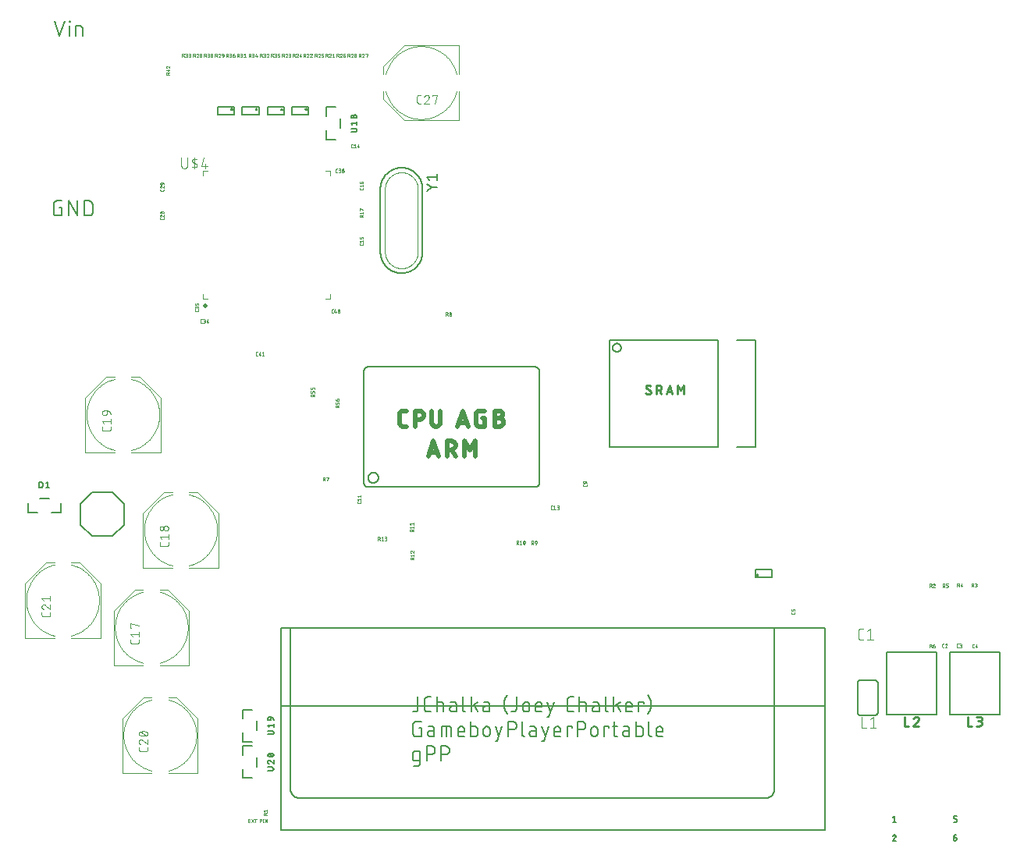
<source format=gbr>
G04 EAGLE Gerber RS-274X export*
G75*
%MOMM*%
%FSLAX34Y34*%
%LPD*%
%INSilkscreen Top*%
%IPPOS*%
%AMOC8*
5,1,8,0,0,1.08239X$1,22.5*%
G01*
%ADD10C,0.152400*%
%ADD11C,0.025400*%
%ADD12C,0.127000*%
%ADD13C,0.482600*%
%ADD14C,0.177800*%
%ADD15C,0.500000*%
%ADD16C,0.120000*%
%ADD17C,0.101600*%
%ADD18C,0.279400*%
%ADD19C,0.050800*%
%ADD20C,0.076200*%


D10*
X57150Y915035D02*
X62569Y898779D01*
X67987Y915035D01*
X73511Y909616D02*
X73511Y898779D01*
X73059Y914132D02*
X73059Y915035D01*
X73962Y915035D01*
X73962Y914132D01*
X73059Y914132D01*
X80319Y909616D02*
X80319Y898779D01*
X80319Y909616D02*
X84834Y909616D01*
X84938Y909614D01*
X85041Y909608D01*
X85145Y909598D01*
X85248Y909584D01*
X85350Y909566D01*
X85451Y909545D01*
X85552Y909519D01*
X85651Y909490D01*
X85750Y909457D01*
X85847Y909420D01*
X85942Y909379D01*
X86036Y909335D01*
X86128Y909287D01*
X86218Y909236D01*
X86307Y909181D01*
X86393Y909123D01*
X86476Y909061D01*
X86558Y908997D01*
X86636Y908929D01*
X86712Y908859D01*
X86786Y908786D01*
X86856Y908709D01*
X86924Y908631D01*
X86988Y908549D01*
X87050Y908466D01*
X87108Y908380D01*
X87163Y908291D01*
X87214Y908201D01*
X87262Y908109D01*
X87306Y908015D01*
X87347Y907920D01*
X87384Y907823D01*
X87417Y907724D01*
X87446Y907625D01*
X87472Y907524D01*
X87493Y907423D01*
X87511Y907321D01*
X87525Y907218D01*
X87535Y907114D01*
X87541Y907011D01*
X87543Y906907D01*
X87544Y906907D02*
X87544Y898779D01*
X65038Y712865D02*
X62329Y712865D01*
X65038Y712865D02*
X65038Y703834D01*
X59619Y703834D01*
X59501Y703836D01*
X59383Y703842D01*
X59265Y703851D01*
X59148Y703865D01*
X59031Y703882D01*
X58914Y703903D01*
X58799Y703928D01*
X58684Y703957D01*
X58570Y703990D01*
X58458Y704026D01*
X58347Y704066D01*
X58237Y704109D01*
X58128Y704156D01*
X58021Y704206D01*
X57916Y704261D01*
X57813Y704318D01*
X57712Y704379D01*
X57612Y704443D01*
X57515Y704510D01*
X57420Y704580D01*
X57328Y704654D01*
X57237Y704730D01*
X57150Y704810D01*
X57065Y704892D01*
X56983Y704977D01*
X56903Y705064D01*
X56827Y705155D01*
X56753Y705247D01*
X56683Y705342D01*
X56616Y705439D01*
X56552Y705539D01*
X56491Y705640D01*
X56434Y705743D01*
X56379Y705848D01*
X56329Y705955D01*
X56282Y706064D01*
X56239Y706174D01*
X56199Y706285D01*
X56163Y706397D01*
X56130Y706511D01*
X56101Y706626D01*
X56076Y706741D01*
X56055Y706858D01*
X56038Y706975D01*
X56024Y707092D01*
X56015Y707210D01*
X56009Y707328D01*
X56007Y707446D01*
X56007Y716478D01*
X56009Y716596D01*
X56015Y716714D01*
X56024Y716832D01*
X56038Y716949D01*
X56055Y717066D01*
X56076Y717183D01*
X56101Y717298D01*
X56130Y717413D01*
X56163Y717527D01*
X56199Y717639D01*
X56239Y717750D01*
X56282Y717860D01*
X56329Y717969D01*
X56379Y718076D01*
X56433Y718181D01*
X56491Y718284D01*
X56552Y718385D01*
X56616Y718485D01*
X56683Y718582D01*
X56753Y718677D01*
X56827Y718769D01*
X56903Y718860D01*
X56983Y718947D01*
X57065Y719032D01*
X57150Y719114D01*
X57237Y719194D01*
X57328Y719270D01*
X57420Y719344D01*
X57515Y719414D01*
X57612Y719481D01*
X57712Y719545D01*
X57813Y719606D01*
X57916Y719663D01*
X58021Y719717D01*
X58128Y719768D01*
X58237Y719815D01*
X58347Y719858D01*
X58458Y719898D01*
X58570Y719934D01*
X58684Y719967D01*
X58799Y719996D01*
X58914Y720021D01*
X59031Y720042D01*
X59148Y720059D01*
X59265Y720073D01*
X59383Y720082D01*
X59501Y720088D01*
X59619Y720090D01*
X65038Y720090D01*
X72680Y720090D02*
X72680Y703834D01*
X81711Y703834D02*
X72680Y720090D01*
X81711Y720090D02*
X81711Y703834D01*
X89354Y703834D02*
X89354Y720090D01*
X93869Y720090D01*
X94000Y720088D01*
X94132Y720082D01*
X94263Y720073D01*
X94393Y720059D01*
X94524Y720042D01*
X94653Y720021D01*
X94782Y719997D01*
X94910Y719968D01*
X95038Y719936D01*
X95164Y719900D01*
X95289Y719861D01*
X95414Y719818D01*
X95536Y719771D01*
X95658Y719721D01*
X95778Y719667D01*
X95896Y719610D01*
X96012Y719549D01*
X96127Y719485D01*
X96240Y719418D01*
X96351Y719347D01*
X96459Y719273D01*
X96566Y719196D01*
X96670Y719116D01*
X96772Y719033D01*
X96871Y718948D01*
X96968Y718859D01*
X97062Y718767D01*
X97154Y718673D01*
X97243Y718576D01*
X97328Y718477D01*
X97411Y718375D01*
X97491Y718271D01*
X97568Y718164D01*
X97642Y718056D01*
X97713Y717945D01*
X97780Y717832D01*
X97844Y717717D01*
X97905Y717601D01*
X97962Y717483D01*
X98016Y717363D01*
X98066Y717241D01*
X98113Y717119D01*
X98156Y716994D01*
X98195Y716869D01*
X98231Y716743D01*
X98263Y716615D01*
X98292Y716487D01*
X98316Y716358D01*
X98337Y716229D01*
X98354Y716098D01*
X98368Y715968D01*
X98377Y715837D01*
X98383Y715705D01*
X98385Y715574D01*
X98385Y708350D01*
X98383Y708219D01*
X98377Y708087D01*
X98368Y707956D01*
X98354Y707826D01*
X98337Y707695D01*
X98316Y707566D01*
X98292Y707437D01*
X98263Y707309D01*
X98231Y707181D01*
X98195Y707055D01*
X98156Y706930D01*
X98113Y706805D01*
X98066Y706683D01*
X98016Y706561D01*
X97962Y706441D01*
X97905Y706323D01*
X97844Y706207D01*
X97780Y706092D01*
X97713Y705979D01*
X97642Y705868D01*
X97568Y705760D01*
X97491Y705653D01*
X97411Y705549D01*
X97328Y705447D01*
X97243Y705348D01*
X97154Y705251D01*
X97062Y705157D01*
X96968Y705065D01*
X96871Y704976D01*
X96772Y704891D01*
X96670Y704808D01*
X96566Y704728D01*
X96459Y704651D01*
X96351Y704577D01*
X96240Y704506D01*
X96127Y704439D01*
X96012Y704375D01*
X95896Y704314D01*
X95778Y704257D01*
X95658Y704203D01*
X95536Y704153D01*
X95414Y704106D01*
X95289Y704063D01*
X95164Y704024D01*
X95038Y703988D01*
X94910Y703956D01*
X94782Y703927D01*
X94653Y703903D01*
X94523Y703882D01*
X94393Y703865D01*
X94263Y703851D01*
X94132Y703842D01*
X94000Y703836D01*
X93869Y703834D01*
X89354Y703834D01*
D11*
X267462Y45339D02*
X269155Y45339D01*
X267462Y45339D02*
X267462Y49149D01*
X269155Y49149D01*
X268732Y47456D02*
X267462Y47456D01*
X270292Y45339D02*
X272832Y49149D01*
X270292Y49149D02*
X272832Y45339D01*
X274976Y45339D02*
X274976Y49149D01*
X276034Y49149D02*
X273917Y49149D01*
X279452Y49149D02*
X279452Y45339D01*
X279452Y49149D02*
X280510Y49149D01*
X280574Y49147D01*
X280638Y49141D01*
X280701Y49132D01*
X280763Y49118D01*
X280825Y49101D01*
X280885Y49080D01*
X280944Y49056D01*
X281002Y49028D01*
X281057Y48996D01*
X281111Y48962D01*
X281162Y48924D01*
X281212Y48883D01*
X281258Y48839D01*
X281302Y48793D01*
X281343Y48743D01*
X281381Y48692D01*
X281415Y48638D01*
X281447Y48583D01*
X281475Y48525D01*
X281499Y48466D01*
X281520Y48406D01*
X281537Y48344D01*
X281551Y48282D01*
X281560Y48219D01*
X281566Y48155D01*
X281568Y48091D01*
X281566Y48027D01*
X281560Y47963D01*
X281551Y47900D01*
X281537Y47838D01*
X281520Y47776D01*
X281499Y47716D01*
X281475Y47657D01*
X281447Y47599D01*
X281415Y47544D01*
X281381Y47490D01*
X281343Y47439D01*
X281302Y47389D01*
X281258Y47343D01*
X281212Y47299D01*
X281162Y47258D01*
X281111Y47220D01*
X281057Y47186D01*
X281002Y47154D01*
X280944Y47126D01*
X280885Y47102D01*
X280825Y47081D01*
X280763Y47064D01*
X280701Y47050D01*
X280638Y47041D01*
X280574Y47035D01*
X280510Y47033D01*
X280510Y47032D02*
X279452Y47032D01*
X283266Y45339D02*
X283266Y49149D01*
X282843Y45339D02*
X283689Y45339D01*
X283689Y49149D02*
X282843Y49149D01*
X285256Y49149D02*
X285256Y45339D01*
X287372Y45339D02*
X285256Y49149D01*
X287372Y49149D02*
X287372Y45339D01*
D10*
X451189Y168966D02*
X451189Y181610D01*
X451188Y168966D02*
X451186Y168848D01*
X451180Y168730D01*
X451171Y168612D01*
X451157Y168495D01*
X451140Y168378D01*
X451119Y168261D01*
X451094Y168146D01*
X451065Y168031D01*
X451032Y167917D01*
X450996Y167805D01*
X450956Y167694D01*
X450913Y167584D01*
X450866Y167475D01*
X450816Y167368D01*
X450761Y167263D01*
X450704Y167160D01*
X450643Y167059D01*
X450579Y166959D01*
X450512Y166862D01*
X450442Y166767D01*
X450368Y166675D01*
X450292Y166584D01*
X450212Y166497D01*
X450130Y166412D01*
X450045Y166330D01*
X449958Y166250D01*
X449867Y166174D01*
X449775Y166100D01*
X449680Y166030D01*
X449583Y165963D01*
X449483Y165899D01*
X449382Y165838D01*
X449279Y165781D01*
X449174Y165726D01*
X449067Y165676D01*
X448958Y165629D01*
X448848Y165586D01*
X448737Y165546D01*
X448625Y165510D01*
X448511Y165477D01*
X448396Y165448D01*
X448281Y165423D01*
X448164Y165402D01*
X448047Y165385D01*
X447930Y165371D01*
X447812Y165362D01*
X447694Y165356D01*
X447576Y165354D01*
X445770Y165354D01*
X461829Y165354D02*
X465441Y165354D01*
X461829Y165354D02*
X461711Y165356D01*
X461593Y165362D01*
X461475Y165371D01*
X461358Y165385D01*
X461241Y165402D01*
X461124Y165423D01*
X461009Y165448D01*
X460894Y165477D01*
X460780Y165510D01*
X460668Y165546D01*
X460557Y165586D01*
X460447Y165629D01*
X460338Y165676D01*
X460231Y165726D01*
X460126Y165781D01*
X460023Y165838D01*
X459922Y165899D01*
X459822Y165963D01*
X459725Y166030D01*
X459630Y166100D01*
X459538Y166174D01*
X459447Y166250D01*
X459360Y166330D01*
X459275Y166412D01*
X459193Y166497D01*
X459113Y166584D01*
X459037Y166675D01*
X458963Y166767D01*
X458893Y166862D01*
X458826Y166959D01*
X458762Y167059D01*
X458701Y167160D01*
X458644Y167263D01*
X458589Y167368D01*
X458539Y167475D01*
X458492Y167584D01*
X458449Y167694D01*
X458409Y167805D01*
X458373Y167917D01*
X458340Y168031D01*
X458311Y168146D01*
X458286Y168261D01*
X458265Y168378D01*
X458248Y168495D01*
X458234Y168612D01*
X458225Y168730D01*
X458219Y168848D01*
X458217Y168966D01*
X458216Y168966D02*
X458216Y177998D01*
X458217Y177998D02*
X458219Y178116D01*
X458225Y178234D01*
X458234Y178352D01*
X458248Y178469D01*
X458265Y178586D01*
X458286Y178703D01*
X458311Y178818D01*
X458340Y178933D01*
X458373Y179047D01*
X458409Y179159D01*
X458449Y179270D01*
X458492Y179380D01*
X458539Y179489D01*
X458589Y179596D01*
X458643Y179701D01*
X458701Y179804D01*
X458762Y179905D01*
X458826Y180005D01*
X458893Y180102D01*
X458963Y180197D01*
X459037Y180289D01*
X459113Y180380D01*
X459193Y180467D01*
X459275Y180552D01*
X459360Y180634D01*
X459447Y180714D01*
X459538Y180790D01*
X459630Y180864D01*
X459725Y180934D01*
X459822Y181001D01*
X459922Y181065D01*
X460023Y181126D01*
X460126Y181183D01*
X460231Y181237D01*
X460338Y181288D01*
X460447Y181335D01*
X460557Y181378D01*
X460668Y181418D01*
X460780Y181454D01*
X460894Y181487D01*
X461009Y181516D01*
X461124Y181541D01*
X461241Y181562D01*
X461358Y181579D01*
X461475Y181593D01*
X461593Y181602D01*
X461711Y181608D01*
X461829Y181610D01*
X465441Y181610D01*
X471664Y181610D02*
X471664Y165354D01*
X471664Y176191D02*
X476179Y176191D01*
X476283Y176189D01*
X476386Y176183D01*
X476490Y176173D01*
X476593Y176159D01*
X476695Y176141D01*
X476796Y176120D01*
X476897Y176094D01*
X476996Y176065D01*
X477095Y176032D01*
X477192Y175995D01*
X477287Y175954D01*
X477381Y175910D01*
X477473Y175862D01*
X477563Y175811D01*
X477652Y175756D01*
X477738Y175698D01*
X477821Y175636D01*
X477903Y175572D01*
X477981Y175504D01*
X478057Y175434D01*
X478131Y175361D01*
X478201Y175284D01*
X478269Y175206D01*
X478333Y175124D01*
X478395Y175041D01*
X478453Y174955D01*
X478508Y174866D01*
X478559Y174776D01*
X478607Y174684D01*
X478651Y174590D01*
X478692Y174495D01*
X478729Y174398D01*
X478762Y174299D01*
X478791Y174200D01*
X478817Y174099D01*
X478838Y173998D01*
X478856Y173896D01*
X478870Y173793D01*
X478880Y173689D01*
X478886Y173586D01*
X478888Y173482D01*
X478889Y173482D02*
X478889Y165354D01*
X488819Y171676D02*
X492883Y171676D01*
X488819Y171676D02*
X488707Y171674D01*
X488596Y171668D01*
X488485Y171658D01*
X488374Y171645D01*
X488264Y171627D01*
X488155Y171605D01*
X488046Y171580D01*
X487938Y171551D01*
X487832Y171518D01*
X487726Y171481D01*
X487622Y171441D01*
X487520Y171397D01*
X487419Y171349D01*
X487320Y171298D01*
X487222Y171243D01*
X487127Y171185D01*
X487034Y171124D01*
X486943Y171059D01*
X486854Y170991D01*
X486768Y170920D01*
X486685Y170847D01*
X486604Y170770D01*
X486525Y170690D01*
X486450Y170608D01*
X486378Y170523D01*
X486308Y170436D01*
X486242Y170346D01*
X486179Y170254D01*
X486119Y170159D01*
X486063Y170063D01*
X486010Y169965D01*
X485961Y169865D01*
X485915Y169763D01*
X485873Y169660D01*
X485834Y169555D01*
X485799Y169449D01*
X485768Y169342D01*
X485741Y169234D01*
X485717Y169125D01*
X485698Y169015D01*
X485682Y168905D01*
X485670Y168794D01*
X485662Y168682D01*
X485658Y168571D01*
X485658Y168459D01*
X485662Y168348D01*
X485670Y168236D01*
X485682Y168125D01*
X485698Y168015D01*
X485717Y167905D01*
X485741Y167796D01*
X485768Y167688D01*
X485799Y167581D01*
X485834Y167475D01*
X485873Y167370D01*
X485915Y167267D01*
X485961Y167165D01*
X486010Y167065D01*
X486063Y166967D01*
X486119Y166871D01*
X486179Y166776D01*
X486242Y166684D01*
X486308Y166594D01*
X486378Y166507D01*
X486450Y166422D01*
X486525Y166340D01*
X486604Y166260D01*
X486685Y166183D01*
X486768Y166110D01*
X486854Y166039D01*
X486943Y165971D01*
X487034Y165906D01*
X487127Y165845D01*
X487222Y165787D01*
X487320Y165732D01*
X487419Y165681D01*
X487520Y165633D01*
X487622Y165589D01*
X487726Y165549D01*
X487832Y165512D01*
X487938Y165479D01*
X488046Y165450D01*
X488155Y165425D01*
X488264Y165403D01*
X488374Y165385D01*
X488485Y165372D01*
X488596Y165362D01*
X488707Y165356D01*
X488819Y165354D01*
X492883Y165354D01*
X492883Y173482D01*
X492881Y173583D01*
X492875Y173684D01*
X492866Y173785D01*
X492853Y173886D01*
X492836Y173986D01*
X492815Y174085D01*
X492791Y174183D01*
X492763Y174280D01*
X492731Y174377D01*
X492696Y174472D01*
X492657Y174565D01*
X492615Y174657D01*
X492569Y174748D01*
X492520Y174837D01*
X492468Y174923D01*
X492412Y175008D01*
X492354Y175091D01*
X492292Y175171D01*
X492227Y175249D01*
X492160Y175325D01*
X492090Y175398D01*
X492017Y175468D01*
X491941Y175535D01*
X491863Y175600D01*
X491783Y175662D01*
X491700Y175720D01*
X491615Y175776D01*
X491529Y175828D01*
X491440Y175877D01*
X491349Y175923D01*
X491257Y175965D01*
X491164Y176004D01*
X491069Y176039D01*
X490972Y176071D01*
X490875Y176099D01*
X490777Y176123D01*
X490678Y176144D01*
X490578Y176161D01*
X490477Y176174D01*
X490376Y176183D01*
X490275Y176189D01*
X490174Y176191D01*
X486562Y176191D01*
X500037Y181610D02*
X500037Y168063D01*
X500039Y167962D01*
X500045Y167861D01*
X500054Y167760D01*
X500067Y167659D01*
X500084Y167559D01*
X500105Y167460D01*
X500129Y167362D01*
X500157Y167265D01*
X500189Y167168D01*
X500224Y167073D01*
X500263Y166980D01*
X500305Y166888D01*
X500351Y166797D01*
X500400Y166709D01*
X500452Y166622D01*
X500508Y166537D01*
X500566Y166454D01*
X500628Y166374D01*
X500693Y166296D01*
X500760Y166220D01*
X500830Y166147D01*
X500903Y166077D01*
X500979Y166010D01*
X501057Y165945D01*
X501137Y165883D01*
X501220Y165825D01*
X501305Y165769D01*
X501392Y165717D01*
X501480Y165668D01*
X501571Y165622D01*
X501663Y165580D01*
X501756Y165541D01*
X501851Y165506D01*
X501948Y165474D01*
X502045Y165446D01*
X502143Y165422D01*
X502242Y165401D01*
X502342Y165384D01*
X502443Y165371D01*
X502544Y165362D01*
X502645Y165356D01*
X502746Y165354D01*
X508826Y165354D02*
X508826Y181610D01*
X516051Y176191D02*
X508826Y170773D01*
X511987Y173030D02*
X516051Y165354D01*
X524771Y171676D02*
X528835Y171676D01*
X524771Y171676D02*
X524659Y171674D01*
X524548Y171668D01*
X524437Y171658D01*
X524326Y171645D01*
X524216Y171627D01*
X524107Y171605D01*
X523998Y171580D01*
X523890Y171551D01*
X523784Y171518D01*
X523678Y171481D01*
X523574Y171441D01*
X523472Y171397D01*
X523371Y171349D01*
X523272Y171298D01*
X523174Y171243D01*
X523079Y171185D01*
X522986Y171124D01*
X522895Y171059D01*
X522806Y170991D01*
X522720Y170920D01*
X522637Y170847D01*
X522556Y170770D01*
X522477Y170690D01*
X522402Y170608D01*
X522330Y170523D01*
X522260Y170436D01*
X522194Y170346D01*
X522131Y170254D01*
X522071Y170159D01*
X522015Y170063D01*
X521962Y169965D01*
X521913Y169865D01*
X521867Y169763D01*
X521825Y169660D01*
X521786Y169555D01*
X521751Y169449D01*
X521720Y169342D01*
X521693Y169234D01*
X521669Y169125D01*
X521650Y169015D01*
X521634Y168905D01*
X521622Y168794D01*
X521614Y168682D01*
X521610Y168571D01*
X521610Y168459D01*
X521614Y168348D01*
X521622Y168236D01*
X521634Y168125D01*
X521650Y168015D01*
X521669Y167905D01*
X521693Y167796D01*
X521720Y167688D01*
X521751Y167581D01*
X521786Y167475D01*
X521825Y167370D01*
X521867Y167267D01*
X521913Y167165D01*
X521962Y167065D01*
X522015Y166967D01*
X522071Y166871D01*
X522131Y166776D01*
X522194Y166684D01*
X522260Y166594D01*
X522330Y166507D01*
X522402Y166422D01*
X522477Y166340D01*
X522556Y166260D01*
X522637Y166183D01*
X522720Y166110D01*
X522806Y166039D01*
X522895Y165971D01*
X522986Y165906D01*
X523079Y165845D01*
X523174Y165787D01*
X523272Y165732D01*
X523371Y165681D01*
X523472Y165633D01*
X523574Y165589D01*
X523678Y165549D01*
X523784Y165512D01*
X523890Y165479D01*
X523998Y165450D01*
X524107Y165425D01*
X524216Y165403D01*
X524326Y165385D01*
X524437Y165372D01*
X524548Y165362D01*
X524659Y165356D01*
X524771Y165354D01*
X528835Y165354D01*
X528835Y173482D01*
X528833Y173583D01*
X528827Y173684D01*
X528818Y173785D01*
X528805Y173886D01*
X528788Y173986D01*
X528767Y174085D01*
X528743Y174183D01*
X528715Y174280D01*
X528683Y174377D01*
X528648Y174472D01*
X528609Y174565D01*
X528567Y174657D01*
X528521Y174748D01*
X528472Y174837D01*
X528420Y174923D01*
X528364Y175008D01*
X528306Y175091D01*
X528244Y175171D01*
X528179Y175249D01*
X528112Y175325D01*
X528042Y175398D01*
X527969Y175468D01*
X527893Y175535D01*
X527815Y175600D01*
X527735Y175662D01*
X527652Y175720D01*
X527567Y175776D01*
X527481Y175828D01*
X527392Y175877D01*
X527301Y175923D01*
X527209Y175965D01*
X527116Y176004D01*
X527021Y176039D01*
X526924Y176071D01*
X526827Y176099D01*
X526729Y176123D01*
X526630Y176144D01*
X526530Y176161D01*
X526429Y176174D01*
X526328Y176183D01*
X526227Y176189D01*
X526126Y176191D01*
X522514Y176191D01*
X544368Y173482D02*
X544372Y173854D01*
X544386Y174226D01*
X544408Y174597D01*
X544440Y174968D01*
X544480Y175338D01*
X544529Y175706D01*
X544587Y176074D01*
X544653Y176440D01*
X544729Y176804D01*
X544813Y177166D01*
X544906Y177526D01*
X545008Y177884D01*
X545118Y178240D01*
X545237Y178592D01*
X545364Y178942D01*
X545499Y179288D01*
X545643Y179631D01*
X545795Y179971D01*
X545955Y180307D01*
X546123Y180638D01*
X546299Y180966D01*
X546483Y181290D01*
X546675Y181608D01*
X546874Y181922D01*
X547081Y182232D01*
X547295Y182536D01*
X547516Y182835D01*
X547745Y183128D01*
X547981Y183416D01*
X544368Y173482D02*
X544372Y173110D01*
X544386Y172738D01*
X544408Y172367D01*
X544440Y171996D01*
X544480Y171626D01*
X544529Y171258D01*
X544587Y170890D01*
X544653Y170524D01*
X544729Y170160D01*
X544813Y169798D01*
X544906Y169438D01*
X545008Y169080D01*
X545118Y168724D01*
X545237Y168372D01*
X545364Y168022D01*
X545499Y167676D01*
X545643Y167333D01*
X545795Y166993D01*
X545955Y166657D01*
X546123Y166326D01*
X546299Y165998D01*
X546483Y165675D01*
X546675Y165356D01*
X546874Y165042D01*
X547081Y164732D01*
X547295Y164428D01*
X547516Y164129D01*
X547745Y163836D01*
X547980Y163548D01*
X558002Y168966D02*
X558002Y181610D01*
X558001Y168966D02*
X557999Y168848D01*
X557993Y168730D01*
X557984Y168612D01*
X557970Y168495D01*
X557953Y168378D01*
X557932Y168261D01*
X557907Y168146D01*
X557878Y168031D01*
X557845Y167917D01*
X557809Y167805D01*
X557769Y167694D01*
X557726Y167584D01*
X557679Y167475D01*
X557629Y167368D01*
X557574Y167263D01*
X557517Y167160D01*
X557456Y167059D01*
X557392Y166959D01*
X557325Y166862D01*
X557255Y166767D01*
X557181Y166675D01*
X557105Y166584D01*
X557025Y166497D01*
X556943Y166412D01*
X556858Y166330D01*
X556771Y166250D01*
X556680Y166174D01*
X556588Y166100D01*
X556493Y166030D01*
X556396Y165963D01*
X556296Y165899D01*
X556195Y165838D01*
X556092Y165781D01*
X555987Y165726D01*
X555880Y165676D01*
X555771Y165629D01*
X555661Y165586D01*
X555550Y165546D01*
X555438Y165510D01*
X555324Y165477D01*
X555209Y165448D01*
X555094Y165423D01*
X554977Y165402D01*
X554860Y165385D01*
X554743Y165371D01*
X554625Y165362D01*
X554507Y165356D01*
X554389Y165354D01*
X552583Y165354D01*
X564930Y168966D02*
X564930Y172579D01*
X564932Y172698D01*
X564938Y172818D01*
X564948Y172937D01*
X564962Y173055D01*
X564979Y173174D01*
X565001Y173291D01*
X565026Y173408D01*
X565056Y173523D01*
X565089Y173638D01*
X565126Y173752D01*
X565166Y173864D01*
X565211Y173975D01*
X565259Y174084D01*
X565310Y174192D01*
X565365Y174298D01*
X565424Y174402D01*
X565486Y174504D01*
X565551Y174604D01*
X565620Y174702D01*
X565692Y174798D01*
X565767Y174891D01*
X565844Y174981D01*
X565925Y175069D01*
X566009Y175154D01*
X566096Y175236D01*
X566185Y175316D01*
X566277Y175392D01*
X566371Y175466D01*
X566468Y175536D01*
X566566Y175603D01*
X566667Y175667D01*
X566771Y175727D01*
X566876Y175784D01*
X566983Y175837D01*
X567091Y175887D01*
X567201Y175933D01*
X567313Y175975D01*
X567426Y176014D01*
X567540Y176049D01*
X567655Y176080D01*
X567772Y176108D01*
X567889Y176131D01*
X568006Y176151D01*
X568125Y176167D01*
X568244Y176179D01*
X568363Y176187D01*
X568482Y176191D01*
X568602Y176191D01*
X568721Y176187D01*
X568840Y176179D01*
X568959Y176167D01*
X569078Y176151D01*
X569195Y176131D01*
X569312Y176108D01*
X569429Y176080D01*
X569544Y176049D01*
X569658Y176014D01*
X569771Y175975D01*
X569883Y175933D01*
X569993Y175887D01*
X570101Y175837D01*
X570208Y175784D01*
X570313Y175727D01*
X570417Y175667D01*
X570518Y175603D01*
X570616Y175536D01*
X570713Y175466D01*
X570807Y175392D01*
X570899Y175316D01*
X570988Y175236D01*
X571075Y175154D01*
X571159Y175069D01*
X571240Y174981D01*
X571317Y174891D01*
X571392Y174798D01*
X571464Y174702D01*
X571533Y174604D01*
X571598Y174504D01*
X571660Y174402D01*
X571719Y174298D01*
X571774Y174192D01*
X571825Y174084D01*
X571873Y173975D01*
X571918Y173864D01*
X571958Y173752D01*
X571995Y173638D01*
X572028Y173523D01*
X572058Y173408D01*
X572083Y173291D01*
X572105Y173174D01*
X572122Y173055D01*
X572136Y172937D01*
X572146Y172818D01*
X572152Y172698D01*
X572154Y172579D01*
X572155Y172579D02*
X572155Y168966D01*
X572154Y168966D02*
X572152Y168847D01*
X572146Y168727D01*
X572136Y168608D01*
X572122Y168490D01*
X572105Y168371D01*
X572083Y168254D01*
X572058Y168137D01*
X572028Y168022D01*
X571995Y167907D01*
X571958Y167793D01*
X571918Y167681D01*
X571873Y167570D01*
X571825Y167461D01*
X571774Y167353D01*
X571719Y167247D01*
X571660Y167143D01*
X571598Y167041D01*
X571533Y166941D01*
X571464Y166843D01*
X571392Y166747D01*
X571317Y166654D01*
X571240Y166564D01*
X571159Y166476D01*
X571075Y166391D01*
X570988Y166309D01*
X570899Y166229D01*
X570807Y166153D01*
X570713Y166079D01*
X570616Y166009D01*
X570518Y165942D01*
X570417Y165878D01*
X570313Y165818D01*
X570208Y165761D01*
X570101Y165708D01*
X569993Y165658D01*
X569883Y165612D01*
X569771Y165570D01*
X569658Y165531D01*
X569544Y165496D01*
X569429Y165465D01*
X569312Y165437D01*
X569195Y165414D01*
X569078Y165394D01*
X568959Y165378D01*
X568840Y165366D01*
X568721Y165358D01*
X568602Y165354D01*
X568482Y165354D01*
X568363Y165358D01*
X568244Y165366D01*
X568125Y165378D01*
X568006Y165394D01*
X567889Y165414D01*
X567772Y165437D01*
X567655Y165465D01*
X567540Y165496D01*
X567426Y165531D01*
X567313Y165570D01*
X567201Y165612D01*
X567091Y165658D01*
X566983Y165708D01*
X566876Y165761D01*
X566771Y165818D01*
X566667Y165878D01*
X566566Y165942D01*
X566468Y166009D01*
X566371Y166079D01*
X566277Y166153D01*
X566185Y166229D01*
X566096Y166309D01*
X566009Y166391D01*
X565925Y166476D01*
X565844Y166564D01*
X565767Y166654D01*
X565692Y166747D01*
X565620Y166843D01*
X565551Y166941D01*
X565486Y167041D01*
X565424Y167143D01*
X565365Y167247D01*
X565310Y167353D01*
X565259Y167461D01*
X565211Y167570D01*
X565166Y167681D01*
X565126Y167793D01*
X565089Y167907D01*
X565056Y168022D01*
X565026Y168137D01*
X565001Y168254D01*
X564979Y168371D01*
X564962Y168490D01*
X564948Y168608D01*
X564938Y168727D01*
X564932Y168847D01*
X564930Y168966D01*
X581186Y165354D02*
X585702Y165354D01*
X581186Y165354D02*
X581085Y165356D01*
X580984Y165362D01*
X580883Y165371D01*
X580782Y165384D01*
X580682Y165401D01*
X580583Y165422D01*
X580485Y165446D01*
X580388Y165474D01*
X580291Y165506D01*
X580196Y165541D01*
X580103Y165580D01*
X580011Y165622D01*
X579920Y165668D01*
X579832Y165717D01*
X579745Y165769D01*
X579660Y165825D01*
X579577Y165883D01*
X579497Y165945D01*
X579419Y166010D01*
X579343Y166077D01*
X579270Y166147D01*
X579200Y166220D01*
X579133Y166296D01*
X579068Y166374D01*
X579006Y166454D01*
X578948Y166537D01*
X578892Y166622D01*
X578840Y166709D01*
X578791Y166797D01*
X578745Y166888D01*
X578703Y166980D01*
X578664Y167073D01*
X578629Y167168D01*
X578597Y167265D01*
X578569Y167362D01*
X578545Y167460D01*
X578524Y167559D01*
X578507Y167659D01*
X578494Y167760D01*
X578485Y167861D01*
X578479Y167962D01*
X578477Y168063D01*
X578477Y172579D01*
X578478Y172579D02*
X578480Y172698D01*
X578486Y172818D01*
X578496Y172937D01*
X578510Y173055D01*
X578527Y173174D01*
X578549Y173291D01*
X578574Y173408D01*
X578604Y173523D01*
X578637Y173638D01*
X578674Y173752D01*
X578714Y173864D01*
X578759Y173975D01*
X578807Y174084D01*
X578858Y174192D01*
X578913Y174298D01*
X578972Y174402D01*
X579034Y174504D01*
X579099Y174604D01*
X579168Y174702D01*
X579240Y174798D01*
X579315Y174891D01*
X579392Y174981D01*
X579473Y175069D01*
X579557Y175154D01*
X579644Y175236D01*
X579733Y175316D01*
X579825Y175392D01*
X579919Y175466D01*
X580016Y175536D01*
X580114Y175603D01*
X580215Y175667D01*
X580319Y175727D01*
X580424Y175784D01*
X580531Y175837D01*
X580639Y175887D01*
X580749Y175933D01*
X580861Y175975D01*
X580974Y176014D01*
X581088Y176049D01*
X581203Y176080D01*
X581320Y176108D01*
X581437Y176131D01*
X581554Y176151D01*
X581673Y176167D01*
X581792Y176179D01*
X581911Y176187D01*
X582030Y176191D01*
X582150Y176191D01*
X582269Y176187D01*
X582388Y176179D01*
X582507Y176167D01*
X582626Y176151D01*
X582743Y176131D01*
X582860Y176108D01*
X582977Y176080D01*
X583092Y176049D01*
X583206Y176014D01*
X583319Y175975D01*
X583431Y175933D01*
X583541Y175887D01*
X583649Y175837D01*
X583756Y175784D01*
X583861Y175727D01*
X583965Y175667D01*
X584066Y175603D01*
X584164Y175536D01*
X584261Y175466D01*
X584355Y175392D01*
X584447Y175316D01*
X584536Y175236D01*
X584623Y175154D01*
X584707Y175069D01*
X584788Y174981D01*
X584865Y174891D01*
X584940Y174798D01*
X585012Y174702D01*
X585081Y174604D01*
X585146Y174504D01*
X585208Y174402D01*
X585267Y174298D01*
X585322Y174192D01*
X585373Y174084D01*
X585421Y173975D01*
X585466Y173864D01*
X585506Y173752D01*
X585543Y173638D01*
X585576Y173523D01*
X585606Y173408D01*
X585631Y173291D01*
X585653Y173174D01*
X585670Y173055D01*
X585684Y172937D01*
X585694Y172818D01*
X585700Y172698D01*
X585702Y172579D01*
X585702Y170773D01*
X578477Y170773D01*
X591503Y159935D02*
X593309Y159935D01*
X598728Y176191D01*
X591503Y176191D02*
X595116Y165354D01*
X616578Y165354D02*
X620190Y165354D01*
X616578Y165354D02*
X616460Y165356D01*
X616342Y165362D01*
X616224Y165371D01*
X616107Y165385D01*
X615990Y165402D01*
X615873Y165423D01*
X615758Y165448D01*
X615643Y165477D01*
X615529Y165510D01*
X615417Y165546D01*
X615306Y165586D01*
X615196Y165629D01*
X615087Y165676D01*
X614980Y165726D01*
X614875Y165781D01*
X614772Y165838D01*
X614671Y165899D01*
X614571Y165963D01*
X614474Y166030D01*
X614379Y166100D01*
X614287Y166174D01*
X614196Y166250D01*
X614109Y166330D01*
X614024Y166412D01*
X613942Y166497D01*
X613862Y166584D01*
X613786Y166675D01*
X613712Y166767D01*
X613642Y166862D01*
X613575Y166959D01*
X613511Y167059D01*
X613450Y167160D01*
X613393Y167263D01*
X613338Y167368D01*
X613288Y167475D01*
X613241Y167584D01*
X613198Y167694D01*
X613158Y167805D01*
X613122Y167917D01*
X613089Y168031D01*
X613060Y168146D01*
X613035Y168261D01*
X613014Y168378D01*
X612997Y168495D01*
X612983Y168612D01*
X612974Y168730D01*
X612968Y168848D01*
X612966Y168966D01*
X612965Y168966D02*
X612965Y177998D01*
X612966Y177998D02*
X612968Y178116D01*
X612974Y178234D01*
X612983Y178352D01*
X612997Y178469D01*
X613014Y178586D01*
X613035Y178703D01*
X613060Y178818D01*
X613089Y178933D01*
X613122Y179047D01*
X613158Y179159D01*
X613198Y179270D01*
X613241Y179380D01*
X613288Y179489D01*
X613338Y179596D01*
X613392Y179701D01*
X613450Y179804D01*
X613511Y179905D01*
X613575Y180005D01*
X613642Y180102D01*
X613712Y180197D01*
X613786Y180289D01*
X613862Y180380D01*
X613942Y180467D01*
X614024Y180552D01*
X614109Y180634D01*
X614196Y180714D01*
X614287Y180790D01*
X614379Y180864D01*
X614474Y180934D01*
X614571Y181001D01*
X614671Y181065D01*
X614772Y181126D01*
X614875Y181183D01*
X614980Y181237D01*
X615087Y181288D01*
X615196Y181335D01*
X615306Y181378D01*
X615417Y181418D01*
X615529Y181454D01*
X615643Y181487D01*
X615758Y181516D01*
X615873Y181541D01*
X615990Y181562D01*
X616107Y181579D01*
X616224Y181593D01*
X616342Y181602D01*
X616460Y181608D01*
X616578Y181610D01*
X620190Y181610D01*
X626413Y181610D02*
X626413Y165354D01*
X626413Y176191D02*
X630928Y176191D01*
X631032Y176189D01*
X631135Y176183D01*
X631239Y176173D01*
X631342Y176159D01*
X631444Y176141D01*
X631545Y176120D01*
X631646Y176094D01*
X631745Y176065D01*
X631844Y176032D01*
X631941Y175995D01*
X632036Y175954D01*
X632130Y175910D01*
X632222Y175862D01*
X632312Y175811D01*
X632401Y175756D01*
X632487Y175698D01*
X632570Y175636D01*
X632652Y175572D01*
X632730Y175504D01*
X632806Y175434D01*
X632880Y175361D01*
X632950Y175284D01*
X633018Y175206D01*
X633082Y175124D01*
X633144Y175041D01*
X633202Y174955D01*
X633257Y174866D01*
X633308Y174776D01*
X633356Y174684D01*
X633400Y174590D01*
X633441Y174495D01*
X633478Y174398D01*
X633511Y174299D01*
X633540Y174200D01*
X633566Y174099D01*
X633587Y173998D01*
X633605Y173896D01*
X633619Y173793D01*
X633629Y173689D01*
X633635Y173586D01*
X633637Y173482D01*
X633638Y173482D02*
X633638Y165354D01*
X643568Y171676D02*
X647632Y171676D01*
X643568Y171676D02*
X643456Y171674D01*
X643345Y171668D01*
X643234Y171658D01*
X643123Y171645D01*
X643013Y171627D01*
X642904Y171605D01*
X642795Y171580D01*
X642687Y171551D01*
X642581Y171518D01*
X642475Y171481D01*
X642371Y171441D01*
X642269Y171397D01*
X642168Y171349D01*
X642069Y171298D01*
X641971Y171243D01*
X641876Y171185D01*
X641783Y171124D01*
X641692Y171059D01*
X641603Y170991D01*
X641517Y170920D01*
X641434Y170847D01*
X641353Y170770D01*
X641274Y170690D01*
X641199Y170608D01*
X641127Y170523D01*
X641057Y170436D01*
X640991Y170346D01*
X640928Y170254D01*
X640868Y170159D01*
X640812Y170063D01*
X640759Y169965D01*
X640710Y169865D01*
X640664Y169763D01*
X640622Y169660D01*
X640583Y169555D01*
X640548Y169449D01*
X640517Y169342D01*
X640490Y169234D01*
X640466Y169125D01*
X640447Y169015D01*
X640431Y168905D01*
X640419Y168794D01*
X640411Y168682D01*
X640407Y168571D01*
X640407Y168459D01*
X640411Y168348D01*
X640419Y168236D01*
X640431Y168125D01*
X640447Y168015D01*
X640466Y167905D01*
X640490Y167796D01*
X640517Y167688D01*
X640548Y167581D01*
X640583Y167475D01*
X640622Y167370D01*
X640664Y167267D01*
X640710Y167165D01*
X640759Y167065D01*
X640812Y166967D01*
X640868Y166871D01*
X640928Y166776D01*
X640991Y166684D01*
X641057Y166594D01*
X641127Y166507D01*
X641199Y166422D01*
X641274Y166340D01*
X641353Y166260D01*
X641434Y166183D01*
X641517Y166110D01*
X641603Y166039D01*
X641692Y165971D01*
X641783Y165906D01*
X641876Y165845D01*
X641971Y165787D01*
X642069Y165732D01*
X642168Y165681D01*
X642269Y165633D01*
X642371Y165589D01*
X642475Y165549D01*
X642581Y165512D01*
X642687Y165479D01*
X642795Y165450D01*
X642904Y165425D01*
X643013Y165403D01*
X643123Y165385D01*
X643234Y165372D01*
X643345Y165362D01*
X643456Y165356D01*
X643568Y165354D01*
X647632Y165354D01*
X647632Y173482D01*
X647630Y173583D01*
X647624Y173684D01*
X647615Y173785D01*
X647602Y173886D01*
X647585Y173986D01*
X647564Y174085D01*
X647540Y174183D01*
X647512Y174280D01*
X647480Y174377D01*
X647445Y174472D01*
X647406Y174565D01*
X647364Y174657D01*
X647318Y174748D01*
X647269Y174837D01*
X647217Y174923D01*
X647161Y175008D01*
X647103Y175091D01*
X647041Y175171D01*
X646976Y175249D01*
X646909Y175325D01*
X646839Y175398D01*
X646766Y175468D01*
X646690Y175535D01*
X646612Y175600D01*
X646532Y175662D01*
X646449Y175720D01*
X646364Y175776D01*
X646278Y175828D01*
X646189Y175877D01*
X646098Y175923D01*
X646006Y175965D01*
X645913Y176004D01*
X645818Y176039D01*
X645721Y176071D01*
X645624Y176099D01*
X645526Y176123D01*
X645427Y176144D01*
X645327Y176161D01*
X645226Y176174D01*
X645125Y176183D01*
X645024Y176189D01*
X644923Y176191D01*
X641311Y176191D01*
X654786Y181610D02*
X654786Y168063D01*
X654788Y167962D01*
X654794Y167861D01*
X654803Y167760D01*
X654816Y167659D01*
X654833Y167559D01*
X654854Y167460D01*
X654878Y167362D01*
X654906Y167265D01*
X654938Y167168D01*
X654973Y167073D01*
X655012Y166980D01*
X655054Y166888D01*
X655100Y166797D01*
X655149Y166709D01*
X655201Y166622D01*
X655257Y166537D01*
X655315Y166454D01*
X655377Y166374D01*
X655442Y166296D01*
X655509Y166220D01*
X655579Y166147D01*
X655652Y166077D01*
X655728Y166010D01*
X655806Y165945D01*
X655886Y165883D01*
X655969Y165825D01*
X656054Y165769D01*
X656141Y165717D01*
X656229Y165668D01*
X656320Y165622D01*
X656412Y165580D01*
X656505Y165541D01*
X656600Y165506D01*
X656697Y165474D01*
X656794Y165446D01*
X656892Y165422D01*
X656991Y165401D01*
X657091Y165384D01*
X657192Y165371D01*
X657293Y165362D01*
X657394Y165356D01*
X657495Y165354D01*
X663575Y165354D02*
X663575Y181610D01*
X670800Y176191D02*
X663575Y170773D01*
X666736Y173030D02*
X670800Y165354D01*
X679142Y165354D02*
X683658Y165354D01*
X679142Y165354D02*
X679041Y165356D01*
X678940Y165362D01*
X678839Y165371D01*
X678738Y165384D01*
X678638Y165401D01*
X678539Y165422D01*
X678441Y165446D01*
X678344Y165474D01*
X678247Y165506D01*
X678152Y165541D01*
X678059Y165580D01*
X677967Y165622D01*
X677876Y165668D01*
X677788Y165717D01*
X677701Y165769D01*
X677616Y165825D01*
X677533Y165883D01*
X677453Y165945D01*
X677375Y166010D01*
X677299Y166077D01*
X677226Y166147D01*
X677156Y166220D01*
X677089Y166296D01*
X677024Y166374D01*
X676962Y166454D01*
X676904Y166537D01*
X676848Y166622D01*
X676796Y166709D01*
X676747Y166797D01*
X676701Y166888D01*
X676659Y166980D01*
X676620Y167073D01*
X676585Y167168D01*
X676553Y167265D01*
X676525Y167362D01*
X676501Y167460D01*
X676480Y167559D01*
X676463Y167659D01*
X676450Y167760D01*
X676441Y167861D01*
X676435Y167962D01*
X676433Y168063D01*
X676433Y172579D01*
X676435Y172698D01*
X676441Y172818D01*
X676451Y172937D01*
X676465Y173055D01*
X676482Y173174D01*
X676504Y173291D01*
X676529Y173408D01*
X676559Y173523D01*
X676592Y173638D01*
X676629Y173752D01*
X676669Y173864D01*
X676714Y173975D01*
X676762Y174084D01*
X676813Y174192D01*
X676868Y174298D01*
X676927Y174402D01*
X676989Y174504D01*
X677054Y174604D01*
X677123Y174702D01*
X677195Y174798D01*
X677270Y174891D01*
X677347Y174981D01*
X677428Y175069D01*
X677512Y175154D01*
X677599Y175236D01*
X677688Y175316D01*
X677780Y175392D01*
X677874Y175466D01*
X677971Y175536D01*
X678069Y175603D01*
X678170Y175667D01*
X678274Y175727D01*
X678379Y175784D01*
X678486Y175837D01*
X678594Y175887D01*
X678704Y175933D01*
X678816Y175975D01*
X678929Y176014D01*
X679043Y176049D01*
X679158Y176080D01*
X679275Y176108D01*
X679392Y176131D01*
X679509Y176151D01*
X679628Y176167D01*
X679747Y176179D01*
X679866Y176187D01*
X679985Y176191D01*
X680105Y176191D01*
X680224Y176187D01*
X680343Y176179D01*
X680462Y176167D01*
X680581Y176151D01*
X680698Y176131D01*
X680815Y176108D01*
X680932Y176080D01*
X681047Y176049D01*
X681161Y176014D01*
X681274Y175975D01*
X681386Y175933D01*
X681496Y175887D01*
X681604Y175837D01*
X681711Y175784D01*
X681816Y175727D01*
X681920Y175667D01*
X682021Y175603D01*
X682119Y175536D01*
X682216Y175466D01*
X682310Y175392D01*
X682402Y175316D01*
X682491Y175236D01*
X682578Y175154D01*
X682662Y175069D01*
X682743Y174981D01*
X682820Y174891D01*
X682895Y174798D01*
X682967Y174702D01*
X683036Y174604D01*
X683101Y174504D01*
X683163Y174402D01*
X683222Y174298D01*
X683277Y174192D01*
X683328Y174084D01*
X683376Y173975D01*
X683421Y173864D01*
X683461Y173752D01*
X683498Y173638D01*
X683531Y173523D01*
X683561Y173408D01*
X683586Y173291D01*
X683608Y173174D01*
X683625Y173055D01*
X683639Y172937D01*
X683649Y172818D01*
X683655Y172698D01*
X683657Y172579D01*
X683658Y172579D02*
X683658Y170773D01*
X676433Y170773D01*
X690586Y165354D02*
X690586Y176191D01*
X696004Y176191D01*
X696004Y174385D01*
X704220Y173482D02*
X704216Y173110D01*
X704202Y172738D01*
X704180Y172367D01*
X704148Y171996D01*
X704108Y171626D01*
X704059Y171258D01*
X704001Y170890D01*
X703935Y170524D01*
X703859Y170160D01*
X703775Y169798D01*
X703682Y169438D01*
X703580Y169080D01*
X703470Y168724D01*
X703351Y168372D01*
X703224Y168022D01*
X703089Y167676D01*
X702945Y167333D01*
X702793Y166993D01*
X702633Y166657D01*
X702465Y166326D01*
X702289Y165998D01*
X702105Y165675D01*
X701913Y165356D01*
X701714Y165042D01*
X701507Y164732D01*
X701293Y164428D01*
X701072Y164129D01*
X700843Y163836D01*
X700608Y163548D01*
X704220Y173482D02*
X704216Y173854D01*
X704202Y174226D01*
X704180Y174597D01*
X704148Y174968D01*
X704108Y175338D01*
X704059Y175706D01*
X704001Y176074D01*
X703935Y176440D01*
X703859Y176804D01*
X703775Y177166D01*
X703682Y177526D01*
X703580Y177884D01*
X703470Y178240D01*
X703351Y178592D01*
X703224Y178942D01*
X703089Y179288D01*
X702945Y179631D01*
X702793Y179971D01*
X702633Y180307D01*
X702465Y180638D01*
X702289Y180966D01*
X702105Y181290D01*
X701913Y181608D01*
X701714Y181922D01*
X701507Y182232D01*
X701293Y182536D01*
X701072Y182835D01*
X700843Y183128D01*
X700607Y183416D01*
X454801Y147715D02*
X452092Y147715D01*
X454801Y147715D02*
X454801Y138684D01*
X449382Y138684D01*
X449264Y138686D01*
X449146Y138692D01*
X449028Y138701D01*
X448911Y138715D01*
X448794Y138732D01*
X448677Y138753D01*
X448562Y138778D01*
X448447Y138807D01*
X448333Y138840D01*
X448221Y138876D01*
X448110Y138916D01*
X448000Y138959D01*
X447891Y139006D01*
X447784Y139056D01*
X447679Y139111D01*
X447576Y139168D01*
X447475Y139229D01*
X447375Y139293D01*
X447278Y139360D01*
X447183Y139430D01*
X447091Y139504D01*
X447000Y139580D01*
X446913Y139660D01*
X446828Y139742D01*
X446746Y139827D01*
X446666Y139914D01*
X446590Y140005D01*
X446516Y140097D01*
X446446Y140192D01*
X446379Y140289D01*
X446315Y140389D01*
X446254Y140490D01*
X446197Y140593D01*
X446142Y140698D01*
X446092Y140805D01*
X446045Y140914D01*
X446002Y141024D01*
X445962Y141135D01*
X445926Y141247D01*
X445893Y141361D01*
X445864Y141476D01*
X445839Y141591D01*
X445818Y141708D01*
X445801Y141825D01*
X445787Y141942D01*
X445778Y142060D01*
X445772Y142178D01*
X445770Y142296D01*
X445770Y151328D01*
X445772Y151446D01*
X445778Y151564D01*
X445787Y151682D01*
X445801Y151799D01*
X445818Y151916D01*
X445839Y152033D01*
X445864Y152148D01*
X445893Y152263D01*
X445926Y152377D01*
X445962Y152489D01*
X446002Y152600D01*
X446045Y152710D01*
X446092Y152819D01*
X446142Y152926D01*
X446196Y153031D01*
X446254Y153134D01*
X446315Y153235D01*
X446379Y153335D01*
X446446Y153432D01*
X446516Y153527D01*
X446590Y153619D01*
X446666Y153710D01*
X446746Y153797D01*
X446828Y153882D01*
X446913Y153964D01*
X447000Y154044D01*
X447091Y154120D01*
X447183Y154194D01*
X447278Y154264D01*
X447375Y154331D01*
X447475Y154395D01*
X447576Y154456D01*
X447679Y154513D01*
X447784Y154567D01*
X447891Y154618D01*
X448000Y154665D01*
X448110Y154708D01*
X448221Y154748D01*
X448333Y154784D01*
X448447Y154817D01*
X448562Y154846D01*
X448677Y154871D01*
X448794Y154892D01*
X448911Y154909D01*
X449028Y154923D01*
X449146Y154932D01*
X449264Y154938D01*
X449382Y154940D01*
X454801Y154940D01*
X464871Y145006D02*
X468935Y145006D01*
X464871Y145006D02*
X464759Y145004D01*
X464648Y144998D01*
X464537Y144988D01*
X464426Y144975D01*
X464316Y144957D01*
X464207Y144935D01*
X464098Y144910D01*
X463990Y144881D01*
X463884Y144848D01*
X463778Y144811D01*
X463674Y144771D01*
X463572Y144727D01*
X463471Y144679D01*
X463372Y144628D01*
X463274Y144573D01*
X463179Y144515D01*
X463086Y144454D01*
X462995Y144389D01*
X462906Y144321D01*
X462820Y144250D01*
X462737Y144177D01*
X462656Y144100D01*
X462577Y144020D01*
X462502Y143938D01*
X462430Y143853D01*
X462360Y143766D01*
X462294Y143676D01*
X462231Y143584D01*
X462171Y143489D01*
X462115Y143393D01*
X462062Y143295D01*
X462013Y143195D01*
X461967Y143093D01*
X461925Y142990D01*
X461886Y142885D01*
X461851Y142779D01*
X461820Y142672D01*
X461793Y142564D01*
X461769Y142455D01*
X461750Y142345D01*
X461734Y142235D01*
X461722Y142124D01*
X461714Y142012D01*
X461710Y141901D01*
X461710Y141789D01*
X461714Y141678D01*
X461722Y141566D01*
X461734Y141455D01*
X461750Y141345D01*
X461769Y141235D01*
X461793Y141126D01*
X461820Y141018D01*
X461851Y140911D01*
X461886Y140805D01*
X461925Y140700D01*
X461967Y140597D01*
X462013Y140495D01*
X462062Y140395D01*
X462115Y140297D01*
X462171Y140201D01*
X462231Y140106D01*
X462294Y140014D01*
X462360Y139924D01*
X462430Y139837D01*
X462502Y139752D01*
X462577Y139670D01*
X462656Y139590D01*
X462737Y139513D01*
X462820Y139440D01*
X462906Y139369D01*
X462995Y139301D01*
X463086Y139236D01*
X463179Y139175D01*
X463274Y139117D01*
X463372Y139062D01*
X463471Y139011D01*
X463572Y138963D01*
X463674Y138919D01*
X463778Y138879D01*
X463884Y138842D01*
X463990Y138809D01*
X464098Y138780D01*
X464207Y138755D01*
X464316Y138733D01*
X464426Y138715D01*
X464537Y138702D01*
X464648Y138692D01*
X464759Y138686D01*
X464871Y138684D01*
X468935Y138684D01*
X468935Y146812D01*
X468933Y146913D01*
X468927Y147014D01*
X468918Y147115D01*
X468905Y147216D01*
X468888Y147316D01*
X468867Y147415D01*
X468843Y147513D01*
X468815Y147610D01*
X468783Y147707D01*
X468748Y147802D01*
X468709Y147895D01*
X468667Y147987D01*
X468621Y148078D01*
X468572Y148167D01*
X468520Y148253D01*
X468464Y148338D01*
X468406Y148421D01*
X468344Y148501D01*
X468279Y148579D01*
X468212Y148655D01*
X468142Y148728D01*
X468069Y148798D01*
X467993Y148865D01*
X467915Y148930D01*
X467835Y148992D01*
X467752Y149050D01*
X467667Y149106D01*
X467581Y149158D01*
X467492Y149207D01*
X467401Y149253D01*
X467309Y149295D01*
X467216Y149334D01*
X467121Y149369D01*
X467024Y149401D01*
X466927Y149429D01*
X466829Y149453D01*
X466730Y149474D01*
X466630Y149491D01*
X466529Y149504D01*
X466428Y149513D01*
X466327Y149519D01*
X466226Y149521D01*
X462613Y149521D01*
X476650Y149521D02*
X476650Y138684D01*
X476650Y149521D02*
X484778Y149521D01*
X484879Y149519D01*
X484980Y149513D01*
X485081Y149504D01*
X485182Y149491D01*
X485282Y149474D01*
X485381Y149453D01*
X485479Y149429D01*
X485576Y149401D01*
X485673Y149369D01*
X485768Y149334D01*
X485861Y149295D01*
X485953Y149253D01*
X486044Y149207D01*
X486133Y149158D01*
X486219Y149106D01*
X486304Y149050D01*
X486387Y148992D01*
X486467Y148930D01*
X486545Y148865D01*
X486621Y148798D01*
X486694Y148728D01*
X486764Y148655D01*
X486831Y148579D01*
X486896Y148501D01*
X486958Y148421D01*
X487016Y148338D01*
X487072Y148253D01*
X487124Y148167D01*
X487173Y148078D01*
X487219Y147987D01*
X487261Y147895D01*
X487300Y147802D01*
X487335Y147707D01*
X487367Y147610D01*
X487395Y147513D01*
X487419Y147415D01*
X487440Y147316D01*
X487457Y147216D01*
X487470Y147115D01*
X487479Y147014D01*
X487485Y146913D01*
X487487Y146812D01*
X487488Y146812D02*
X487488Y138684D01*
X482069Y138684D02*
X482069Y149521D01*
X497318Y138684D02*
X501834Y138684D01*
X497318Y138684D02*
X497217Y138686D01*
X497116Y138692D01*
X497015Y138701D01*
X496914Y138714D01*
X496814Y138731D01*
X496715Y138752D01*
X496617Y138776D01*
X496520Y138804D01*
X496423Y138836D01*
X496328Y138871D01*
X496235Y138910D01*
X496143Y138952D01*
X496052Y138998D01*
X495964Y139047D01*
X495877Y139099D01*
X495792Y139155D01*
X495709Y139213D01*
X495629Y139275D01*
X495551Y139340D01*
X495475Y139407D01*
X495402Y139477D01*
X495332Y139550D01*
X495265Y139626D01*
X495200Y139704D01*
X495138Y139784D01*
X495080Y139867D01*
X495024Y139952D01*
X494972Y140039D01*
X494923Y140127D01*
X494877Y140218D01*
X494835Y140310D01*
X494796Y140403D01*
X494761Y140498D01*
X494729Y140595D01*
X494701Y140692D01*
X494677Y140790D01*
X494656Y140889D01*
X494639Y140989D01*
X494626Y141090D01*
X494617Y141191D01*
X494611Y141292D01*
X494609Y141393D01*
X494609Y145909D01*
X494611Y146028D01*
X494617Y146148D01*
X494627Y146267D01*
X494641Y146385D01*
X494658Y146504D01*
X494680Y146621D01*
X494705Y146738D01*
X494735Y146853D01*
X494768Y146968D01*
X494805Y147082D01*
X494845Y147194D01*
X494890Y147305D01*
X494938Y147414D01*
X494989Y147522D01*
X495044Y147628D01*
X495103Y147732D01*
X495165Y147834D01*
X495230Y147934D01*
X495299Y148032D01*
X495371Y148128D01*
X495446Y148221D01*
X495523Y148311D01*
X495604Y148399D01*
X495688Y148484D01*
X495775Y148566D01*
X495864Y148646D01*
X495956Y148722D01*
X496050Y148796D01*
X496147Y148866D01*
X496245Y148933D01*
X496346Y148997D01*
X496450Y149057D01*
X496555Y149114D01*
X496662Y149167D01*
X496770Y149217D01*
X496880Y149263D01*
X496992Y149305D01*
X497105Y149344D01*
X497219Y149379D01*
X497334Y149410D01*
X497451Y149438D01*
X497568Y149461D01*
X497685Y149481D01*
X497804Y149497D01*
X497923Y149509D01*
X498042Y149517D01*
X498161Y149521D01*
X498281Y149521D01*
X498400Y149517D01*
X498519Y149509D01*
X498638Y149497D01*
X498757Y149481D01*
X498874Y149461D01*
X498991Y149438D01*
X499108Y149410D01*
X499223Y149379D01*
X499337Y149344D01*
X499450Y149305D01*
X499562Y149263D01*
X499672Y149217D01*
X499780Y149167D01*
X499887Y149114D01*
X499992Y149057D01*
X500096Y148997D01*
X500197Y148933D01*
X500295Y148866D01*
X500392Y148796D01*
X500486Y148722D01*
X500578Y148646D01*
X500667Y148566D01*
X500754Y148484D01*
X500838Y148399D01*
X500919Y148311D01*
X500996Y148221D01*
X501071Y148128D01*
X501143Y148032D01*
X501212Y147934D01*
X501277Y147834D01*
X501339Y147732D01*
X501398Y147628D01*
X501453Y147522D01*
X501504Y147414D01*
X501552Y147305D01*
X501597Y147194D01*
X501637Y147082D01*
X501674Y146968D01*
X501707Y146853D01*
X501737Y146738D01*
X501762Y146621D01*
X501784Y146504D01*
X501801Y146385D01*
X501815Y146267D01*
X501825Y146148D01*
X501831Y146028D01*
X501833Y145909D01*
X501834Y145909D02*
X501834Y144103D01*
X494609Y144103D01*
X508750Y138684D02*
X508750Y154940D01*
X508750Y138684D02*
X513266Y138684D01*
X513370Y138686D01*
X513473Y138692D01*
X513577Y138702D01*
X513680Y138716D01*
X513782Y138734D01*
X513883Y138755D01*
X513984Y138781D01*
X514083Y138810D01*
X514182Y138843D01*
X514279Y138880D01*
X514374Y138921D01*
X514468Y138965D01*
X514560Y139013D01*
X514650Y139064D01*
X514739Y139119D01*
X514825Y139177D01*
X514908Y139239D01*
X514990Y139303D01*
X515068Y139371D01*
X515144Y139441D01*
X515218Y139514D01*
X515288Y139591D01*
X515356Y139669D01*
X515420Y139751D01*
X515482Y139834D01*
X515540Y139920D01*
X515595Y140009D01*
X515646Y140099D01*
X515694Y140191D01*
X515738Y140285D01*
X515779Y140380D01*
X515816Y140477D01*
X515849Y140576D01*
X515878Y140675D01*
X515904Y140776D01*
X515925Y140877D01*
X515943Y140979D01*
X515957Y141082D01*
X515967Y141186D01*
X515973Y141289D01*
X515975Y141393D01*
X515975Y146812D01*
X515973Y146913D01*
X515967Y147014D01*
X515958Y147115D01*
X515945Y147216D01*
X515928Y147316D01*
X515907Y147415D01*
X515883Y147513D01*
X515855Y147610D01*
X515823Y147707D01*
X515788Y147802D01*
X515749Y147895D01*
X515707Y147987D01*
X515661Y148078D01*
X515612Y148167D01*
X515560Y148253D01*
X515504Y148338D01*
X515446Y148421D01*
X515384Y148501D01*
X515319Y148579D01*
X515252Y148655D01*
X515182Y148728D01*
X515109Y148798D01*
X515033Y148865D01*
X514955Y148930D01*
X514875Y148992D01*
X514792Y149050D01*
X514707Y149106D01*
X514621Y149158D01*
X514532Y149207D01*
X514441Y149253D01*
X514349Y149295D01*
X514256Y149334D01*
X514161Y149369D01*
X514064Y149401D01*
X513967Y149429D01*
X513869Y149453D01*
X513770Y149474D01*
X513670Y149491D01*
X513569Y149504D01*
X513468Y149513D01*
X513367Y149519D01*
X513266Y149521D01*
X508750Y149521D01*
X522224Y145909D02*
X522224Y142296D01*
X522225Y145909D02*
X522227Y146028D01*
X522233Y146148D01*
X522243Y146267D01*
X522257Y146385D01*
X522274Y146504D01*
X522296Y146621D01*
X522321Y146738D01*
X522351Y146853D01*
X522384Y146968D01*
X522421Y147082D01*
X522461Y147194D01*
X522506Y147305D01*
X522554Y147414D01*
X522605Y147522D01*
X522660Y147628D01*
X522719Y147732D01*
X522781Y147834D01*
X522846Y147934D01*
X522915Y148032D01*
X522987Y148128D01*
X523062Y148221D01*
X523139Y148311D01*
X523220Y148399D01*
X523304Y148484D01*
X523391Y148566D01*
X523480Y148646D01*
X523572Y148722D01*
X523666Y148796D01*
X523763Y148866D01*
X523861Y148933D01*
X523962Y148997D01*
X524066Y149057D01*
X524171Y149114D01*
X524278Y149167D01*
X524386Y149217D01*
X524496Y149263D01*
X524608Y149305D01*
X524721Y149344D01*
X524835Y149379D01*
X524950Y149410D01*
X525067Y149438D01*
X525184Y149461D01*
X525301Y149481D01*
X525420Y149497D01*
X525539Y149509D01*
X525658Y149517D01*
X525777Y149521D01*
X525897Y149521D01*
X526016Y149517D01*
X526135Y149509D01*
X526254Y149497D01*
X526373Y149481D01*
X526490Y149461D01*
X526607Y149438D01*
X526724Y149410D01*
X526839Y149379D01*
X526953Y149344D01*
X527066Y149305D01*
X527178Y149263D01*
X527288Y149217D01*
X527396Y149167D01*
X527503Y149114D01*
X527608Y149057D01*
X527712Y148997D01*
X527813Y148933D01*
X527911Y148866D01*
X528008Y148796D01*
X528102Y148722D01*
X528194Y148646D01*
X528283Y148566D01*
X528370Y148484D01*
X528454Y148399D01*
X528535Y148311D01*
X528612Y148221D01*
X528687Y148128D01*
X528759Y148032D01*
X528828Y147934D01*
X528893Y147834D01*
X528955Y147732D01*
X529014Y147628D01*
X529069Y147522D01*
X529120Y147414D01*
X529168Y147305D01*
X529213Y147194D01*
X529253Y147082D01*
X529290Y146968D01*
X529323Y146853D01*
X529353Y146738D01*
X529378Y146621D01*
X529400Y146504D01*
X529417Y146385D01*
X529431Y146267D01*
X529441Y146148D01*
X529447Y146028D01*
X529449Y145909D01*
X529449Y142296D01*
X529447Y142177D01*
X529441Y142057D01*
X529431Y141938D01*
X529417Y141820D01*
X529400Y141701D01*
X529378Y141584D01*
X529353Y141467D01*
X529323Y141352D01*
X529290Y141237D01*
X529253Y141123D01*
X529213Y141011D01*
X529168Y140900D01*
X529120Y140791D01*
X529069Y140683D01*
X529014Y140577D01*
X528955Y140473D01*
X528893Y140371D01*
X528828Y140271D01*
X528759Y140173D01*
X528687Y140077D01*
X528612Y139984D01*
X528535Y139894D01*
X528454Y139806D01*
X528370Y139721D01*
X528283Y139639D01*
X528194Y139559D01*
X528102Y139483D01*
X528008Y139409D01*
X527911Y139339D01*
X527813Y139272D01*
X527712Y139208D01*
X527608Y139148D01*
X527503Y139091D01*
X527396Y139038D01*
X527288Y138988D01*
X527178Y138942D01*
X527066Y138900D01*
X526953Y138861D01*
X526839Y138826D01*
X526724Y138795D01*
X526607Y138767D01*
X526490Y138744D01*
X526373Y138724D01*
X526254Y138708D01*
X526135Y138696D01*
X526016Y138688D01*
X525897Y138684D01*
X525777Y138684D01*
X525658Y138688D01*
X525539Y138696D01*
X525420Y138708D01*
X525301Y138724D01*
X525184Y138744D01*
X525067Y138767D01*
X524950Y138795D01*
X524835Y138826D01*
X524721Y138861D01*
X524608Y138900D01*
X524496Y138942D01*
X524386Y138988D01*
X524278Y139038D01*
X524171Y139091D01*
X524066Y139148D01*
X523962Y139208D01*
X523861Y139272D01*
X523763Y139339D01*
X523666Y139409D01*
X523572Y139483D01*
X523480Y139559D01*
X523391Y139639D01*
X523304Y139721D01*
X523220Y139806D01*
X523139Y139894D01*
X523062Y139984D01*
X522987Y140077D01*
X522915Y140173D01*
X522846Y140271D01*
X522781Y140371D01*
X522719Y140473D01*
X522660Y140577D01*
X522605Y140683D01*
X522554Y140791D01*
X522506Y140900D01*
X522461Y141011D01*
X522421Y141123D01*
X522384Y141237D01*
X522351Y141352D01*
X522321Y141467D01*
X522296Y141584D01*
X522274Y141701D01*
X522257Y141820D01*
X522243Y141938D01*
X522233Y142057D01*
X522227Y142177D01*
X522225Y142296D01*
X535250Y133265D02*
X537056Y133265D01*
X542475Y149521D01*
X535250Y149521D02*
X538863Y138684D01*
X549147Y138684D02*
X549147Y154940D01*
X553663Y154940D01*
X553796Y154938D01*
X553928Y154932D01*
X554060Y154922D01*
X554192Y154909D01*
X554324Y154891D01*
X554454Y154870D01*
X554585Y154845D01*
X554714Y154816D01*
X554842Y154783D01*
X554970Y154747D01*
X555096Y154707D01*
X555221Y154663D01*
X555345Y154615D01*
X555467Y154564D01*
X555588Y154509D01*
X555707Y154451D01*
X555825Y154389D01*
X555940Y154324D01*
X556054Y154255D01*
X556165Y154184D01*
X556274Y154108D01*
X556381Y154030D01*
X556486Y153949D01*
X556588Y153864D01*
X556688Y153777D01*
X556785Y153687D01*
X556880Y153594D01*
X556971Y153498D01*
X557060Y153400D01*
X557146Y153299D01*
X557229Y153195D01*
X557309Y153089D01*
X557385Y152981D01*
X557459Y152871D01*
X557529Y152758D01*
X557596Y152644D01*
X557659Y152527D01*
X557719Y152409D01*
X557776Y152289D01*
X557829Y152167D01*
X557878Y152044D01*
X557924Y151920D01*
X557966Y151794D01*
X558004Y151667D01*
X558039Y151539D01*
X558070Y151410D01*
X558097Y151281D01*
X558120Y151150D01*
X558140Y151019D01*
X558155Y150887D01*
X558167Y150755D01*
X558175Y150623D01*
X558179Y150490D01*
X558179Y150358D01*
X558175Y150225D01*
X558167Y150093D01*
X558155Y149961D01*
X558140Y149829D01*
X558120Y149698D01*
X558097Y149567D01*
X558070Y149438D01*
X558039Y149309D01*
X558004Y149181D01*
X557966Y149054D01*
X557924Y148928D01*
X557878Y148804D01*
X557829Y148681D01*
X557776Y148559D01*
X557719Y148439D01*
X557659Y148321D01*
X557596Y148204D01*
X557529Y148090D01*
X557459Y147977D01*
X557385Y147867D01*
X557309Y147759D01*
X557229Y147653D01*
X557146Y147549D01*
X557060Y147448D01*
X556971Y147350D01*
X556880Y147254D01*
X556785Y147161D01*
X556688Y147071D01*
X556588Y146984D01*
X556486Y146899D01*
X556381Y146818D01*
X556274Y146740D01*
X556165Y146664D01*
X556054Y146593D01*
X555940Y146524D01*
X555825Y146459D01*
X555707Y146397D01*
X555588Y146339D01*
X555467Y146284D01*
X555345Y146233D01*
X555221Y146185D01*
X555096Y146141D01*
X554970Y146101D01*
X554842Y146065D01*
X554714Y146032D01*
X554585Y146003D01*
X554454Y145978D01*
X554324Y145957D01*
X554192Y145939D01*
X554060Y145926D01*
X553928Y145916D01*
X553796Y145910D01*
X553663Y145908D01*
X553663Y145909D02*
X549147Y145909D01*
X564144Y141393D02*
X564144Y154940D01*
X564145Y141393D02*
X564147Y141292D01*
X564153Y141191D01*
X564162Y141090D01*
X564175Y140989D01*
X564192Y140889D01*
X564213Y140790D01*
X564237Y140692D01*
X564265Y140595D01*
X564297Y140498D01*
X564332Y140403D01*
X564371Y140310D01*
X564413Y140218D01*
X564459Y140127D01*
X564508Y140039D01*
X564560Y139952D01*
X564616Y139867D01*
X564674Y139784D01*
X564736Y139704D01*
X564801Y139626D01*
X564868Y139550D01*
X564938Y139477D01*
X565011Y139407D01*
X565087Y139340D01*
X565165Y139275D01*
X565245Y139213D01*
X565328Y139155D01*
X565413Y139099D01*
X565500Y139047D01*
X565588Y138998D01*
X565679Y138952D01*
X565771Y138910D01*
X565864Y138871D01*
X565959Y138836D01*
X566056Y138804D01*
X566153Y138776D01*
X566251Y138752D01*
X566350Y138731D01*
X566450Y138714D01*
X566551Y138701D01*
X566652Y138692D01*
X566753Y138686D01*
X566854Y138684D01*
X575332Y145006D02*
X579396Y145006D01*
X575332Y145006D02*
X575220Y145004D01*
X575109Y144998D01*
X574998Y144988D01*
X574887Y144975D01*
X574777Y144957D01*
X574668Y144935D01*
X574559Y144910D01*
X574451Y144881D01*
X574345Y144848D01*
X574239Y144811D01*
X574135Y144771D01*
X574033Y144727D01*
X573932Y144679D01*
X573833Y144628D01*
X573735Y144573D01*
X573640Y144515D01*
X573547Y144454D01*
X573456Y144389D01*
X573367Y144321D01*
X573281Y144250D01*
X573198Y144177D01*
X573117Y144100D01*
X573038Y144020D01*
X572963Y143938D01*
X572891Y143853D01*
X572821Y143766D01*
X572755Y143676D01*
X572692Y143584D01*
X572632Y143489D01*
X572576Y143393D01*
X572523Y143295D01*
X572474Y143195D01*
X572428Y143093D01*
X572386Y142990D01*
X572347Y142885D01*
X572312Y142779D01*
X572281Y142672D01*
X572254Y142564D01*
X572230Y142455D01*
X572211Y142345D01*
X572195Y142235D01*
X572183Y142124D01*
X572175Y142012D01*
X572171Y141901D01*
X572171Y141789D01*
X572175Y141678D01*
X572183Y141566D01*
X572195Y141455D01*
X572211Y141345D01*
X572230Y141235D01*
X572254Y141126D01*
X572281Y141018D01*
X572312Y140911D01*
X572347Y140805D01*
X572386Y140700D01*
X572428Y140597D01*
X572474Y140495D01*
X572523Y140395D01*
X572576Y140297D01*
X572632Y140201D01*
X572692Y140106D01*
X572755Y140014D01*
X572821Y139924D01*
X572891Y139837D01*
X572963Y139752D01*
X573038Y139670D01*
X573117Y139590D01*
X573198Y139513D01*
X573281Y139440D01*
X573367Y139369D01*
X573456Y139301D01*
X573547Y139236D01*
X573640Y139175D01*
X573735Y139117D01*
X573833Y139062D01*
X573932Y139011D01*
X574033Y138963D01*
X574135Y138919D01*
X574239Y138879D01*
X574345Y138842D01*
X574451Y138809D01*
X574559Y138780D01*
X574668Y138755D01*
X574777Y138733D01*
X574887Y138715D01*
X574998Y138702D01*
X575109Y138692D01*
X575220Y138686D01*
X575332Y138684D01*
X579396Y138684D01*
X579396Y146812D01*
X579395Y146812D02*
X579393Y146913D01*
X579387Y147014D01*
X579378Y147115D01*
X579365Y147216D01*
X579348Y147316D01*
X579327Y147415D01*
X579303Y147513D01*
X579275Y147610D01*
X579243Y147707D01*
X579208Y147802D01*
X579169Y147895D01*
X579127Y147987D01*
X579081Y148078D01*
X579032Y148167D01*
X578980Y148253D01*
X578924Y148338D01*
X578866Y148421D01*
X578804Y148501D01*
X578739Y148579D01*
X578672Y148655D01*
X578602Y148728D01*
X578529Y148798D01*
X578453Y148865D01*
X578375Y148930D01*
X578295Y148992D01*
X578212Y149050D01*
X578127Y149106D01*
X578041Y149158D01*
X577952Y149207D01*
X577861Y149253D01*
X577769Y149295D01*
X577676Y149334D01*
X577581Y149369D01*
X577484Y149401D01*
X577387Y149429D01*
X577289Y149453D01*
X577190Y149474D01*
X577090Y149491D01*
X576989Y149504D01*
X576888Y149513D01*
X576787Y149519D01*
X576686Y149521D01*
X573074Y149521D01*
X585791Y133265D02*
X587597Y133265D01*
X593016Y149521D01*
X585791Y149521D02*
X589403Y138684D01*
X601526Y138684D02*
X606042Y138684D01*
X601526Y138684D02*
X601425Y138686D01*
X601324Y138692D01*
X601223Y138701D01*
X601122Y138714D01*
X601022Y138731D01*
X600923Y138752D01*
X600825Y138776D01*
X600728Y138804D01*
X600631Y138836D01*
X600536Y138871D01*
X600443Y138910D01*
X600351Y138952D01*
X600260Y138998D01*
X600172Y139047D01*
X600085Y139099D01*
X600000Y139155D01*
X599917Y139213D01*
X599837Y139275D01*
X599759Y139340D01*
X599683Y139407D01*
X599610Y139477D01*
X599540Y139550D01*
X599473Y139626D01*
X599408Y139704D01*
X599346Y139784D01*
X599288Y139867D01*
X599232Y139952D01*
X599180Y140039D01*
X599131Y140127D01*
X599085Y140218D01*
X599043Y140310D01*
X599004Y140403D01*
X598969Y140498D01*
X598937Y140595D01*
X598909Y140692D01*
X598885Y140790D01*
X598864Y140889D01*
X598847Y140989D01*
X598834Y141090D01*
X598825Y141191D01*
X598819Y141292D01*
X598817Y141393D01*
X598817Y145909D01*
X598819Y146028D01*
X598825Y146148D01*
X598835Y146267D01*
X598849Y146385D01*
X598866Y146504D01*
X598888Y146621D01*
X598913Y146738D01*
X598943Y146853D01*
X598976Y146968D01*
X599013Y147082D01*
X599053Y147194D01*
X599098Y147305D01*
X599146Y147414D01*
X599197Y147522D01*
X599252Y147628D01*
X599311Y147732D01*
X599373Y147834D01*
X599438Y147934D01*
X599507Y148032D01*
X599579Y148128D01*
X599654Y148221D01*
X599731Y148311D01*
X599812Y148399D01*
X599896Y148484D01*
X599983Y148566D01*
X600072Y148646D01*
X600164Y148722D01*
X600258Y148796D01*
X600355Y148866D01*
X600453Y148933D01*
X600554Y148997D01*
X600658Y149057D01*
X600763Y149114D01*
X600870Y149167D01*
X600978Y149217D01*
X601088Y149263D01*
X601200Y149305D01*
X601313Y149344D01*
X601427Y149379D01*
X601542Y149410D01*
X601659Y149438D01*
X601776Y149461D01*
X601893Y149481D01*
X602012Y149497D01*
X602131Y149509D01*
X602250Y149517D01*
X602369Y149521D01*
X602489Y149521D01*
X602608Y149517D01*
X602727Y149509D01*
X602846Y149497D01*
X602965Y149481D01*
X603082Y149461D01*
X603199Y149438D01*
X603316Y149410D01*
X603431Y149379D01*
X603545Y149344D01*
X603658Y149305D01*
X603770Y149263D01*
X603880Y149217D01*
X603988Y149167D01*
X604095Y149114D01*
X604200Y149057D01*
X604304Y148997D01*
X604405Y148933D01*
X604503Y148866D01*
X604600Y148796D01*
X604694Y148722D01*
X604786Y148646D01*
X604875Y148566D01*
X604962Y148484D01*
X605046Y148399D01*
X605127Y148311D01*
X605204Y148221D01*
X605279Y148128D01*
X605351Y148032D01*
X605420Y147934D01*
X605485Y147834D01*
X605547Y147732D01*
X605606Y147628D01*
X605661Y147522D01*
X605712Y147414D01*
X605760Y147305D01*
X605805Y147194D01*
X605845Y147082D01*
X605882Y146968D01*
X605915Y146853D01*
X605945Y146738D01*
X605970Y146621D01*
X605992Y146504D01*
X606009Y146385D01*
X606023Y146267D01*
X606033Y146148D01*
X606039Y146028D01*
X606041Y145909D01*
X606042Y145909D02*
X606042Y144103D01*
X598817Y144103D01*
X612970Y138684D02*
X612970Y149521D01*
X618389Y149521D01*
X618389Y147715D01*
X624177Y154940D02*
X624177Y138684D01*
X624177Y154940D02*
X628692Y154940D01*
X628825Y154938D01*
X628957Y154932D01*
X629089Y154922D01*
X629221Y154909D01*
X629353Y154891D01*
X629483Y154870D01*
X629614Y154845D01*
X629743Y154816D01*
X629871Y154783D01*
X629999Y154747D01*
X630125Y154707D01*
X630250Y154663D01*
X630374Y154615D01*
X630496Y154564D01*
X630617Y154509D01*
X630736Y154451D01*
X630854Y154389D01*
X630969Y154324D01*
X631083Y154255D01*
X631194Y154184D01*
X631303Y154108D01*
X631410Y154030D01*
X631515Y153949D01*
X631617Y153864D01*
X631717Y153777D01*
X631814Y153687D01*
X631909Y153594D01*
X632000Y153498D01*
X632089Y153400D01*
X632175Y153299D01*
X632258Y153195D01*
X632338Y153089D01*
X632414Y152981D01*
X632488Y152871D01*
X632558Y152758D01*
X632625Y152644D01*
X632688Y152527D01*
X632748Y152409D01*
X632805Y152289D01*
X632858Y152167D01*
X632907Y152044D01*
X632953Y151920D01*
X632995Y151794D01*
X633033Y151667D01*
X633068Y151539D01*
X633099Y151410D01*
X633126Y151281D01*
X633149Y151150D01*
X633169Y151019D01*
X633184Y150887D01*
X633196Y150755D01*
X633204Y150623D01*
X633208Y150490D01*
X633208Y150358D01*
X633204Y150225D01*
X633196Y150093D01*
X633184Y149961D01*
X633169Y149829D01*
X633149Y149698D01*
X633126Y149567D01*
X633099Y149438D01*
X633068Y149309D01*
X633033Y149181D01*
X632995Y149054D01*
X632953Y148928D01*
X632907Y148804D01*
X632858Y148681D01*
X632805Y148559D01*
X632748Y148439D01*
X632688Y148321D01*
X632625Y148204D01*
X632558Y148090D01*
X632488Y147977D01*
X632414Y147867D01*
X632338Y147759D01*
X632258Y147653D01*
X632175Y147549D01*
X632089Y147448D01*
X632000Y147350D01*
X631909Y147254D01*
X631814Y147161D01*
X631717Y147071D01*
X631617Y146984D01*
X631515Y146899D01*
X631410Y146818D01*
X631303Y146740D01*
X631194Y146664D01*
X631083Y146593D01*
X630969Y146524D01*
X630854Y146459D01*
X630736Y146397D01*
X630617Y146339D01*
X630496Y146284D01*
X630374Y146233D01*
X630250Y146185D01*
X630125Y146141D01*
X629999Y146101D01*
X629871Y146065D01*
X629743Y146032D01*
X629614Y146003D01*
X629483Y145978D01*
X629353Y145957D01*
X629221Y145939D01*
X629089Y145926D01*
X628957Y145916D01*
X628825Y145910D01*
X628692Y145908D01*
X628692Y145909D02*
X624177Y145909D01*
X638937Y145909D02*
X638937Y142296D01*
X638938Y145909D02*
X638940Y146028D01*
X638946Y146148D01*
X638956Y146267D01*
X638970Y146385D01*
X638987Y146504D01*
X639009Y146621D01*
X639034Y146738D01*
X639064Y146853D01*
X639097Y146968D01*
X639134Y147082D01*
X639174Y147194D01*
X639219Y147305D01*
X639267Y147414D01*
X639318Y147522D01*
X639373Y147628D01*
X639432Y147732D01*
X639494Y147834D01*
X639559Y147934D01*
X639628Y148032D01*
X639700Y148128D01*
X639775Y148221D01*
X639852Y148311D01*
X639933Y148399D01*
X640017Y148484D01*
X640104Y148566D01*
X640193Y148646D01*
X640285Y148722D01*
X640379Y148796D01*
X640476Y148866D01*
X640574Y148933D01*
X640675Y148997D01*
X640779Y149057D01*
X640884Y149114D01*
X640991Y149167D01*
X641099Y149217D01*
X641209Y149263D01*
X641321Y149305D01*
X641434Y149344D01*
X641548Y149379D01*
X641663Y149410D01*
X641780Y149438D01*
X641897Y149461D01*
X642014Y149481D01*
X642133Y149497D01*
X642252Y149509D01*
X642371Y149517D01*
X642490Y149521D01*
X642610Y149521D01*
X642729Y149517D01*
X642848Y149509D01*
X642967Y149497D01*
X643086Y149481D01*
X643203Y149461D01*
X643320Y149438D01*
X643437Y149410D01*
X643552Y149379D01*
X643666Y149344D01*
X643779Y149305D01*
X643891Y149263D01*
X644001Y149217D01*
X644109Y149167D01*
X644216Y149114D01*
X644321Y149057D01*
X644425Y148997D01*
X644526Y148933D01*
X644624Y148866D01*
X644721Y148796D01*
X644815Y148722D01*
X644907Y148646D01*
X644996Y148566D01*
X645083Y148484D01*
X645167Y148399D01*
X645248Y148311D01*
X645325Y148221D01*
X645400Y148128D01*
X645472Y148032D01*
X645541Y147934D01*
X645606Y147834D01*
X645668Y147732D01*
X645727Y147628D01*
X645782Y147522D01*
X645833Y147414D01*
X645881Y147305D01*
X645926Y147194D01*
X645966Y147082D01*
X646003Y146968D01*
X646036Y146853D01*
X646066Y146738D01*
X646091Y146621D01*
X646113Y146504D01*
X646130Y146385D01*
X646144Y146267D01*
X646154Y146148D01*
X646160Y146028D01*
X646162Y145909D01*
X646162Y142296D01*
X646160Y142177D01*
X646154Y142057D01*
X646144Y141938D01*
X646130Y141820D01*
X646113Y141701D01*
X646091Y141584D01*
X646066Y141467D01*
X646036Y141352D01*
X646003Y141237D01*
X645966Y141123D01*
X645926Y141011D01*
X645881Y140900D01*
X645833Y140791D01*
X645782Y140683D01*
X645727Y140577D01*
X645668Y140473D01*
X645606Y140371D01*
X645541Y140271D01*
X645472Y140173D01*
X645400Y140077D01*
X645325Y139984D01*
X645248Y139894D01*
X645167Y139806D01*
X645083Y139721D01*
X644996Y139639D01*
X644907Y139559D01*
X644815Y139483D01*
X644721Y139409D01*
X644624Y139339D01*
X644526Y139272D01*
X644425Y139208D01*
X644321Y139148D01*
X644216Y139091D01*
X644109Y139038D01*
X644001Y138988D01*
X643891Y138942D01*
X643779Y138900D01*
X643666Y138861D01*
X643552Y138826D01*
X643437Y138795D01*
X643320Y138767D01*
X643203Y138744D01*
X643086Y138724D01*
X642967Y138708D01*
X642848Y138696D01*
X642729Y138688D01*
X642610Y138684D01*
X642490Y138684D01*
X642371Y138688D01*
X642252Y138696D01*
X642133Y138708D01*
X642014Y138724D01*
X641897Y138744D01*
X641780Y138767D01*
X641663Y138795D01*
X641548Y138826D01*
X641434Y138861D01*
X641321Y138900D01*
X641209Y138942D01*
X641099Y138988D01*
X640991Y139038D01*
X640884Y139091D01*
X640779Y139148D01*
X640675Y139208D01*
X640574Y139272D01*
X640476Y139339D01*
X640379Y139409D01*
X640285Y139483D01*
X640193Y139559D01*
X640104Y139639D01*
X640017Y139721D01*
X639933Y139806D01*
X639852Y139894D01*
X639775Y139984D01*
X639700Y140077D01*
X639628Y140173D01*
X639559Y140271D01*
X639494Y140371D01*
X639432Y140473D01*
X639373Y140577D01*
X639318Y140683D01*
X639267Y140791D01*
X639219Y140900D01*
X639174Y141011D01*
X639134Y141123D01*
X639097Y141237D01*
X639064Y141352D01*
X639034Y141467D01*
X639009Y141584D01*
X638987Y141701D01*
X638970Y141820D01*
X638956Y141938D01*
X638946Y142057D01*
X638940Y142177D01*
X638938Y142296D01*
X653090Y138684D02*
X653090Y149521D01*
X658509Y149521D01*
X658509Y147715D01*
X662129Y149521D02*
X667547Y149521D01*
X663935Y154940D02*
X663935Y141393D01*
X663937Y141292D01*
X663943Y141191D01*
X663952Y141090D01*
X663965Y140989D01*
X663982Y140889D01*
X664003Y140790D01*
X664027Y140692D01*
X664055Y140595D01*
X664087Y140498D01*
X664122Y140403D01*
X664161Y140310D01*
X664203Y140218D01*
X664249Y140127D01*
X664298Y140039D01*
X664350Y139952D01*
X664406Y139867D01*
X664464Y139784D01*
X664526Y139704D01*
X664591Y139626D01*
X664658Y139550D01*
X664728Y139477D01*
X664801Y139407D01*
X664877Y139340D01*
X664955Y139275D01*
X665035Y139213D01*
X665118Y139155D01*
X665203Y139099D01*
X665290Y139047D01*
X665378Y138998D01*
X665469Y138952D01*
X665561Y138910D01*
X665654Y138871D01*
X665749Y138836D01*
X665846Y138804D01*
X665943Y138776D01*
X666041Y138752D01*
X666140Y138731D01*
X666240Y138714D01*
X666341Y138701D01*
X666442Y138692D01*
X666543Y138686D01*
X666644Y138684D01*
X667547Y138684D01*
X676413Y145006D02*
X680477Y145006D01*
X676413Y145006D02*
X676301Y145004D01*
X676190Y144998D01*
X676079Y144988D01*
X675968Y144975D01*
X675858Y144957D01*
X675749Y144935D01*
X675640Y144910D01*
X675532Y144881D01*
X675426Y144848D01*
X675320Y144811D01*
X675216Y144771D01*
X675114Y144727D01*
X675013Y144679D01*
X674914Y144628D01*
X674816Y144573D01*
X674721Y144515D01*
X674628Y144454D01*
X674537Y144389D01*
X674448Y144321D01*
X674362Y144250D01*
X674279Y144177D01*
X674198Y144100D01*
X674119Y144020D01*
X674044Y143938D01*
X673972Y143853D01*
X673902Y143766D01*
X673836Y143676D01*
X673773Y143584D01*
X673713Y143489D01*
X673657Y143393D01*
X673604Y143295D01*
X673555Y143195D01*
X673509Y143093D01*
X673467Y142990D01*
X673428Y142885D01*
X673393Y142779D01*
X673362Y142672D01*
X673335Y142564D01*
X673311Y142455D01*
X673292Y142345D01*
X673276Y142235D01*
X673264Y142124D01*
X673256Y142012D01*
X673252Y141901D01*
X673252Y141789D01*
X673256Y141678D01*
X673264Y141566D01*
X673276Y141455D01*
X673292Y141345D01*
X673311Y141235D01*
X673335Y141126D01*
X673362Y141018D01*
X673393Y140911D01*
X673428Y140805D01*
X673467Y140700D01*
X673509Y140597D01*
X673555Y140495D01*
X673604Y140395D01*
X673657Y140297D01*
X673713Y140201D01*
X673773Y140106D01*
X673836Y140014D01*
X673902Y139924D01*
X673972Y139837D01*
X674044Y139752D01*
X674119Y139670D01*
X674198Y139590D01*
X674279Y139513D01*
X674362Y139440D01*
X674448Y139369D01*
X674537Y139301D01*
X674628Y139236D01*
X674721Y139175D01*
X674816Y139117D01*
X674914Y139062D01*
X675013Y139011D01*
X675114Y138963D01*
X675216Y138919D01*
X675320Y138879D01*
X675426Y138842D01*
X675532Y138809D01*
X675640Y138780D01*
X675749Y138755D01*
X675858Y138733D01*
X675968Y138715D01*
X676079Y138702D01*
X676190Y138692D01*
X676301Y138686D01*
X676413Y138684D01*
X680477Y138684D01*
X680477Y146812D01*
X680475Y146913D01*
X680469Y147014D01*
X680460Y147115D01*
X680447Y147216D01*
X680430Y147316D01*
X680409Y147415D01*
X680385Y147513D01*
X680357Y147610D01*
X680325Y147707D01*
X680290Y147802D01*
X680251Y147895D01*
X680209Y147987D01*
X680163Y148078D01*
X680114Y148167D01*
X680062Y148253D01*
X680006Y148338D01*
X679948Y148421D01*
X679886Y148501D01*
X679821Y148579D01*
X679754Y148655D01*
X679684Y148728D01*
X679611Y148798D01*
X679535Y148865D01*
X679457Y148930D01*
X679377Y148992D01*
X679294Y149050D01*
X679209Y149106D01*
X679123Y149158D01*
X679034Y149207D01*
X678943Y149253D01*
X678851Y149295D01*
X678758Y149334D01*
X678663Y149369D01*
X678566Y149401D01*
X678469Y149429D01*
X678371Y149453D01*
X678272Y149474D01*
X678172Y149491D01*
X678071Y149504D01*
X677970Y149513D01*
X677869Y149519D01*
X677768Y149521D01*
X674156Y149521D01*
X687988Y154940D02*
X687988Y138684D01*
X692504Y138684D01*
X692608Y138686D01*
X692711Y138692D01*
X692815Y138702D01*
X692918Y138716D01*
X693020Y138734D01*
X693121Y138755D01*
X693222Y138781D01*
X693321Y138810D01*
X693420Y138843D01*
X693517Y138880D01*
X693612Y138921D01*
X693706Y138965D01*
X693798Y139013D01*
X693888Y139064D01*
X693977Y139119D01*
X694063Y139177D01*
X694146Y139239D01*
X694228Y139303D01*
X694306Y139371D01*
X694382Y139441D01*
X694456Y139514D01*
X694526Y139591D01*
X694594Y139669D01*
X694658Y139751D01*
X694720Y139834D01*
X694778Y139920D01*
X694833Y140009D01*
X694884Y140099D01*
X694932Y140191D01*
X694976Y140285D01*
X695017Y140380D01*
X695054Y140477D01*
X695087Y140576D01*
X695116Y140675D01*
X695142Y140776D01*
X695163Y140877D01*
X695181Y140979D01*
X695195Y141082D01*
X695205Y141186D01*
X695211Y141289D01*
X695213Y141393D01*
X695213Y146812D01*
X695211Y146913D01*
X695205Y147014D01*
X695196Y147115D01*
X695183Y147216D01*
X695166Y147316D01*
X695145Y147415D01*
X695121Y147513D01*
X695093Y147610D01*
X695061Y147707D01*
X695026Y147802D01*
X694987Y147895D01*
X694945Y147987D01*
X694899Y148078D01*
X694850Y148167D01*
X694798Y148253D01*
X694742Y148338D01*
X694684Y148421D01*
X694622Y148501D01*
X694557Y148579D01*
X694490Y148655D01*
X694420Y148728D01*
X694347Y148798D01*
X694271Y148865D01*
X694193Y148930D01*
X694113Y148992D01*
X694030Y149050D01*
X693945Y149106D01*
X693859Y149158D01*
X693770Y149207D01*
X693679Y149253D01*
X693587Y149295D01*
X693494Y149334D01*
X693399Y149369D01*
X693302Y149401D01*
X693205Y149429D01*
X693107Y149453D01*
X693008Y149474D01*
X692908Y149491D01*
X692807Y149504D01*
X692706Y149513D01*
X692605Y149519D01*
X692504Y149521D01*
X687988Y149521D01*
X701699Y154940D02*
X701699Y141393D01*
X701701Y141292D01*
X701707Y141191D01*
X701716Y141090D01*
X701729Y140989D01*
X701746Y140889D01*
X701767Y140790D01*
X701791Y140692D01*
X701819Y140595D01*
X701851Y140498D01*
X701886Y140403D01*
X701925Y140310D01*
X701967Y140218D01*
X702013Y140127D01*
X702062Y140039D01*
X702114Y139952D01*
X702170Y139867D01*
X702228Y139784D01*
X702290Y139704D01*
X702355Y139626D01*
X702422Y139550D01*
X702492Y139477D01*
X702565Y139407D01*
X702641Y139340D01*
X702719Y139275D01*
X702799Y139213D01*
X702882Y139155D01*
X702967Y139099D01*
X703054Y139047D01*
X703142Y138998D01*
X703233Y138952D01*
X703325Y138910D01*
X703418Y138871D01*
X703513Y138836D01*
X703610Y138804D01*
X703707Y138776D01*
X703805Y138752D01*
X703904Y138731D01*
X704004Y138714D01*
X704105Y138701D01*
X704206Y138692D01*
X704307Y138686D01*
X704408Y138684D01*
X712508Y138684D02*
X717024Y138684D01*
X712508Y138684D02*
X712407Y138686D01*
X712306Y138692D01*
X712205Y138701D01*
X712104Y138714D01*
X712004Y138731D01*
X711905Y138752D01*
X711807Y138776D01*
X711710Y138804D01*
X711613Y138836D01*
X711518Y138871D01*
X711425Y138910D01*
X711333Y138952D01*
X711242Y138998D01*
X711154Y139047D01*
X711067Y139099D01*
X710982Y139155D01*
X710899Y139213D01*
X710819Y139275D01*
X710741Y139340D01*
X710665Y139407D01*
X710592Y139477D01*
X710522Y139550D01*
X710455Y139626D01*
X710390Y139704D01*
X710328Y139784D01*
X710270Y139867D01*
X710214Y139952D01*
X710162Y140039D01*
X710113Y140127D01*
X710067Y140218D01*
X710025Y140310D01*
X709986Y140403D01*
X709951Y140498D01*
X709919Y140595D01*
X709891Y140692D01*
X709867Y140790D01*
X709846Y140889D01*
X709829Y140989D01*
X709816Y141090D01*
X709807Y141191D01*
X709801Y141292D01*
X709799Y141393D01*
X709799Y145909D01*
X709801Y146028D01*
X709807Y146148D01*
X709817Y146267D01*
X709831Y146385D01*
X709848Y146504D01*
X709870Y146621D01*
X709895Y146738D01*
X709925Y146853D01*
X709958Y146968D01*
X709995Y147082D01*
X710035Y147194D01*
X710080Y147305D01*
X710128Y147414D01*
X710179Y147522D01*
X710234Y147628D01*
X710293Y147732D01*
X710355Y147834D01*
X710420Y147934D01*
X710489Y148032D01*
X710561Y148128D01*
X710636Y148221D01*
X710713Y148311D01*
X710794Y148399D01*
X710878Y148484D01*
X710965Y148566D01*
X711054Y148646D01*
X711146Y148722D01*
X711240Y148796D01*
X711337Y148866D01*
X711435Y148933D01*
X711536Y148997D01*
X711640Y149057D01*
X711745Y149114D01*
X711852Y149167D01*
X711960Y149217D01*
X712070Y149263D01*
X712182Y149305D01*
X712295Y149344D01*
X712409Y149379D01*
X712524Y149410D01*
X712641Y149438D01*
X712758Y149461D01*
X712875Y149481D01*
X712994Y149497D01*
X713113Y149509D01*
X713232Y149517D01*
X713351Y149521D01*
X713471Y149521D01*
X713590Y149517D01*
X713709Y149509D01*
X713828Y149497D01*
X713947Y149481D01*
X714064Y149461D01*
X714181Y149438D01*
X714298Y149410D01*
X714413Y149379D01*
X714527Y149344D01*
X714640Y149305D01*
X714752Y149263D01*
X714862Y149217D01*
X714970Y149167D01*
X715077Y149114D01*
X715182Y149057D01*
X715286Y148997D01*
X715387Y148933D01*
X715485Y148866D01*
X715582Y148796D01*
X715676Y148722D01*
X715768Y148646D01*
X715857Y148566D01*
X715944Y148484D01*
X716028Y148399D01*
X716109Y148311D01*
X716186Y148221D01*
X716261Y148128D01*
X716333Y148032D01*
X716402Y147934D01*
X716467Y147834D01*
X716529Y147732D01*
X716588Y147628D01*
X716643Y147522D01*
X716694Y147414D01*
X716742Y147305D01*
X716787Y147194D01*
X716827Y147082D01*
X716864Y146968D01*
X716897Y146853D01*
X716927Y146738D01*
X716952Y146621D01*
X716974Y146504D01*
X716991Y146385D01*
X717005Y146267D01*
X717015Y146148D01*
X717021Y146028D01*
X717023Y145909D01*
X717024Y145909D02*
X717024Y144103D01*
X709799Y144103D01*
X452995Y112014D02*
X448479Y112014D01*
X448378Y112016D01*
X448277Y112022D01*
X448176Y112031D01*
X448075Y112044D01*
X447975Y112061D01*
X447876Y112082D01*
X447778Y112106D01*
X447681Y112134D01*
X447584Y112166D01*
X447489Y112201D01*
X447396Y112240D01*
X447304Y112282D01*
X447213Y112328D01*
X447125Y112377D01*
X447038Y112429D01*
X446953Y112485D01*
X446870Y112543D01*
X446790Y112605D01*
X446712Y112670D01*
X446636Y112737D01*
X446563Y112807D01*
X446493Y112880D01*
X446426Y112956D01*
X446361Y113034D01*
X446299Y113114D01*
X446241Y113197D01*
X446185Y113282D01*
X446133Y113369D01*
X446084Y113457D01*
X446038Y113548D01*
X445996Y113640D01*
X445957Y113733D01*
X445922Y113828D01*
X445890Y113925D01*
X445862Y114022D01*
X445838Y114120D01*
X445817Y114219D01*
X445800Y114319D01*
X445787Y114420D01*
X445778Y114521D01*
X445772Y114622D01*
X445770Y114723D01*
X445770Y120142D01*
X445772Y120243D01*
X445778Y120344D01*
X445787Y120445D01*
X445800Y120546D01*
X445817Y120646D01*
X445838Y120745D01*
X445862Y120843D01*
X445890Y120940D01*
X445922Y121037D01*
X445957Y121132D01*
X445996Y121225D01*
X446038Y121317D01*
X446084Y121408D01*
X446133Y121497D01*
X446185Y121583D01*
X446241Y121668D01*
X446299Y121751D01*
X446361Y121831D01*
X446426Y121909D01*
X446493Y121985D01*
X446563Y122058D01*
X446636Y122128D01*
X446712Y122195D01*
X446790Y122260D01*
X446870Y122322D01*
X446953Y122380D01*
X447038Y122436D01*
X447125Y122488D01*
X447213Y122537D01*
X447304Y122583D01*
X447396Y122625D01*
X447489Y122664D01*
X447584Y122699D01*
X447681Y122731D01*
X447778Y122759D01*
X447876Y122783D01*
X447975Y122804D01*
X448075Y122821D01*
X448176Y122834D01*
X448277Y122843D01*
X448378Y122849D01*
X448479Y122851D01*
X452995Y122851D01*
X452995Y109305D01*
X452993Y109201D01*
X452987Y109098D01*
X452977Y108994D01*
X452963Y108891D01*
X452945Y108789D01*
X452924Y108688D01*
X452898Y108587D01*
X452869Y108488D01*
X452836Y108389D01*
X452799Y108292D01*
X452758Y108197D01*
X452714Y108103D01*
X452666Y108011D01*
X452615Y107921D01*
X452560Y107832D01*
X452502Y107746D01*
X452440Y107663D01*
X452376Y107581D01*
X452308Y107503D01*
X452238Y107427D01*
X452165Y107353D01*
X452088Y107283D01*
X452010Y107215D01*
X451928Y107151D01*
X451845Y107089D01*
X451759Y107031D01*
X451670Y106976D01*
X451580Y106925D01*
X451488Y106877D01*
X451394Y106833D01*
X451299Y106792D01*
X451202Y106755D01*
X451103Y106722D01*
X451004Y106693D01*
X450903Y106667D01*
X450802Y106646D01*
X450700Y106628D01*
X450597Y106614D01*
X450493Y106604D01*
X450390Y106598D01*
X450286Y106596D01*
X450286Y106595D02*
X446673Y106595D01*
X460782Y112014D02*
X460782Y128270D01*
X465298Y128270D01*
X465431Y128268D01*
X465563Y128262D01*
X465695Y128252D01*
X465827Y128239D01*
X465959Y128221D01*
X466089Y128200D01*
X466220Y128175D01*
X466349Y128146D01*
X466477Y128113D01*
X466605Y128077D01*
X466731Y128037D01*
X466856Y127993D01*
X466980Y127945D01*
X467102Y127894D01*
X467223Y127839D01*
X467342Y127781D01*
X467460Y127719D01*
X467575Y127654D01*
X467689Y127585D01*
X467800Y127514D01*
X467909Y127438D01*
X468016Y127360D01*
X468121Y127279D01*
X468223Y127194D01*
X468323Y127107D01*
X468420Y127017D01*
X468515Y126924D01*
X468606Y126828D01*
X468695Y126730D01*
X468781Y126629D01*
X468864Y126525D01*
X468944Y126419D01*
X469020Y126311D01*
X469094Y126201D01*
X469164Y126088D01*
X469231Y125974D01*
X469294Y125857D01*
X469354Y125739D01*
X469411Y125619D01*
X469464Y125497D01*
X469513Y125374D01*
X469559Y125250D01*
X469601Y125124D01*
X469639Y124997D01*
X469674Y124869D01*
X469705Y124740D01*
X469732Y124611D01*
X469755Y124480D01*
X469775Y124349D01*
X469790Y124217D01*
X469802Y124085D01*
X469810Y123953D01*
X469814Y123820D01*
X469814Y123688D01*
X469810Y123555D01*
X469802Y123423D01*
X469790Y123291D01*
X469775Y123159D01*
X469755Y123028D01*
X469732Y122897D01*
X469705Y122768D01*
X469674Y122639D01*
X469639Y122511D01*
X469601Y122384D01*
X469559Y122258D01*
X469513Y122134D01*
X469464Y122011D01*
X469411Y121889D01*
X469354Y121769D01*
X469294Y121651D01*
X469231Y121534D01*
X469164Y121420D01*
X469094Y121307D01*
X469020Y121197D01*
X468944Y121089D01*
X468864Y120983D01*
X468781Y120879D01*
X468695Y120778D01*
X468606Y120680D01*
X468515Y120584D01*
X468420Y120491D01*
X468323Y120401D01*
X468223Y120314D01*
X468121Y120229D01*
X468016Y120148D01*
X467909Y120070D01*
X467800Y119994D01*
X467689Y119923D01*
X467575Y119854D01*
X467460Y119789D01*
X467342Y119727D01*
X467223Y119669D01*
X467102Y119614D01*
X466980Y119563D01*
X466856Y119515D01*
X466731Y119471D01*
X466605Y119431D01*
X466477Y119395D01*
X466349Y119362D01*
X466220Y119333D01*
X466089Y119308D01*
X465959Y119287D01*
X465827Y119269D01*
X465695Y119256D01*
X465563Y119246D01*
X465431Y119240D01*
X465298Y119238D01*
X465298Y119239D02*
X460782Y119239D01*
X476414Y112014D02*
X476414Y128270D01*
X480929Y128270D01*
X481062Y128268D01*
X481194Y128262D01*
X481326Y128252D01*
X481458Y128239D01*
X481590Y128221D01*
X481720Y128200D01*
X481851Y128175D01*
X481980Y128146D01*
X482108Y128113D01*
X482236Y128077D01*
X482362Y128037D01*
X482487Y127993D01*
X482611Y127945D01*
X482733Y127894D01*
X482854Y127839D01*
X482973Y127781D01*
X483091Y127719D01*
X483206Y127654D01*
X483320Y127585D01*
X483431Y127514D01*
X483540Y127438D01*
X483647Y127360D01*
X483752Y127279D01*
X483854Y127194D01*
X483954Y127107D01*
X484051Y127017D01*
X484146Y126924D01*
X484237Y126828D01*
X484326Y126730D01*
X484412Y126629D01*
X484495Y126525D01*
X484575Y126419D01*
X484651Y126311D01*
X484725Y126201D01*
X484795Y126088D01*
X484862Y125974D01*
X484925Y125857D01*
X484985Y125739D01*
X485042Y125619D01*
X485095Y125497D01*
X485144Y125374D01*
X485190Y125250D01*
X485232Y125124D01*
X485270Y124997D01*
X485305Y124869D01*
X485336Y124740D01*
X485363Y124611D01*
X485386Y124480D01*
X485406Y124349D01*
X485421Y124217D01*
X485433Y124085D01*
X485441Y123953D01*
X485445Y123820D01*
X485445Y123688D01*
X485441Y123555D01*
X485433Y123423D01*
X485421Y123291D01*
X485406Y123159D01*
X485386Y123028D01*
X485363Y122897D01*
X485336Y122768D01*
X485305Y122639D01*
X485270Y122511D01*
X485232Y122384D01*
X485190Y122258D01*
X485144Y122134D01*
X485095Y122011D01*
X485042Y121889D01*
X484985Y121769D01*
X484925Y121651D01*
X484862Y121534D01*
X484795Y121420D01*
X484725Y121307D01*
X484651Y121197D01*
X484575Y121089D01*
X484495Y120983D01*
X484412Y120879D01*
X484326Y120778D01*
X484237Y120680D01*
X484146Y120584D01*
X484051Y120491D01*
X483954Y120401D01*
X483854Y120314D01*
X483752Y120229D01*
X483647Y120148D01*
X483540Y120070D01*
X483431Y119994D01*
X483320Y119923D01*
X483206Y119854D01*
X483091Y119789D01*
X482973Y119727D01*
X482854Y119669D01*
X482733Y119614D01*
X482611Y119563D01*
X482487Y119515D01*
X482362Y119471D01*
X482236Y119431D01*
X482108Y119395D01*
X481980Y119362D01*
X481851Y119333D01*
X481720Y119308D01*
X481590Y119287D01*
X481458Y119269D01*
X481326Y119256D01*
X481194Y119246D01*
X481062Y119240D01*
X480929Y119238D01*
X480929Y119239D02*
X476414Y119239D01*
D12*
X312920Y256744D02*
X302920Y256744D01*
X312920Y256744D02*
X837920Y256744D01*
X892910Y256744D01*
X892910Y171744D01*
X892910Y71744D01*
X892910Y36744D01*
X312920Y36744D01*
X302920Y36744D01*
X302920Y171744D01*
X302920Y256744D01*
X312920Y256744D02*
X312920Y81744D01*
X312923Y81502D01*
X312932Y81261D01*
X312946Y81020D01*
X312967Y80779D01*
X312993Y80539D01*
X313025Y80299D01*
X313063Y80060D01*
X313106Y79823D01*
X313156Y79586D01*
X313211Y79351D01*
X313271Y79117D01*
X313338Y78885D01*
X313409Y78654D01*
X313487Y78425D01*
X313570Y78198D01*
X313658Y77973D01*
X313752Y77750D01*
X313851Y77530D01*
X313956Y77312D01*
X314065Y77097D01*
X314180Y76884D01*
X314300Y76674D01*
X314425Y76468D01*
X314555Y76264D01*
X314690Y76063D01*
X314830Y75866D01*
X314974Y75672D01*
X315123Y75482D01*
X315277Y75296D01*
X315435Y75113D01*
X315597Y74934D01*
X315764Y74759D01*
X315935Y74588D01*
X316110Y74421D01*
X316289Y74259D01*
X316472Y74101D01*
X316658Y73947D01*
X316848Y73798D01*
X317042Y73654D01*
X317239Y73514D01*
X317440Y73379D01*
X317644Y73249D01*
X317850Y73124D01*
X318060Y73004D01*
X318273Y72889D01*
X318488Y72780D01*
X318706Y72675D01*
X318926Y72576D01*
X319149Y72482D01*
X319374Y72394D01*
X319601Y72311D01*
X319830Y72233D01*
X320061Y72162D01*
X320293Y72095D01*
X320527Y72035D01*
X320762Y71980D01*
X320999Y71930D01*
X321236Y71887D01*
X321475Y71849D01*
X321715Y71817D01*
X321955Y71791D01*
X322196Y71770D01*
X322437Y71756D01*
X322678Y71747D01*
X322920Y71744D01*
X827920Y71744D01*
X828162Y71747D01*
X828403Y71756D01*
X828644Y71770D01*
X828885Y71791D01*
X829125Y71817D01*
X829365Y71849D01*
X829604Y71887D01*
X829841Y71930D01*
X830078Y71980D01*
X830313Y72035D01*
X830547Y72095D01*
X830779Y72162D01*
X831010Y72233D01*
X831239Y72311D01*
X831466Y72394D01*
X831691Y72482D01*
X831914Y72576D01*
X832134Y72675D01*
X832352Y72780D01*
X832567Y72889D01*
X832780Y73004D01*
X832990Y73124D01*
X833196Y73249D01*
X833400Y73379D01*
X833601Y73514D01*
X833798Y73654D01*
X833992Y73798D01*
X834182Y73947D01*
X834368Y74101D01*
X834551Y74259D01*
X834730Y74421D01*
X834905Y74588D01*
X835076Y74759D01*
X835243Y74934D01*
X835405Y75113D01*
X835563Y75296D01*
X835717Y75482D01*
X835866Y75672D01*
X836010Y75866D01*
X836150Y76063D01*
X836285Y76264D01*
X836415Y76468D01*
X836540Y76674D01*
X836660Y76884D01*
X836775Y77097D01*
X836884Y77312D01*
X836989Y77530D01*
X837088Y77750D01*
X837182Y77973D01*
X837270Y78198D01*
X837353Y78425D01*
X837431Y78654D01*
X837502Y78885D01*
X837569Y79117D01*
X837629Y79351D01*
X837684Y79586D01*
X837734Y79823D01*
X837777Y80060D01*
X837815Y80299D01*
X837847Y80539D01*
X837873Y80779D01*
X837894Y81020D01*
X837908Y81261D01*
X837917Y81502D01*
X837920Y81744D01*
X837920Y256744D01*
X892910Y171744D02*
X302920Y171744D01*
X396570Y539606D02*
X578870Y539606D01*
X578993Y539604D01*
X579117Y539598D01*
X579240Y539588D01*
X579362Y539574D01*
X579484Y539557D01*
X579606Y539535D01*
X579727Y539509D01*
X579847Y539480D01*
X579965Y539447D01*
X580083Y539410D01*
X580200Y539369D01*
X580315Y539325D01*
X580428Y539276D01*
X580540Y539225D01*
X580651Y539169D01*
X580759Y539111D01*
X580866Y539048D01*
X580970Y538983D01*
X581073Y538914D01*
X581173Y538841D01*
X581270Y538766D01*
X581366Y538688D01*
X581458Y538606D01*
X581548Y538522D01*
X581636Y538434D01*
X581720Y538344D01*
X581802Y538252D01*
X581880Y538156D01*
X581955Y538059D01*
X582028Y537959D01*
X582097Y537856D01*
X582162Y537752D01*
X582225Y537645D01*
X582283Y537537D01*
X582339Y537426D01*
X582390Y537314D01*
X582439Y537201D01*
X582483Y537086D01*
X582524Y536969D01*
X582561Y536851D01*
X582594Y536733D01*
X582623Y536613D01*
X582649Y536492D01*
X582671Y536370D01*
X582688Y536248D01*
X582702Y536126D01*
X582712Y536003D01*
X582718Y535879D01*
X582720Y535756D01*
X582720Y413456D01*
X582718Y413333D01*
X582712Y413209D01*
X582702Y413086D01*
X582688Y412964D01*
X582671Y412842D01*
X582649Y412720D01*
X582623Y412599D01*
X582594Y412479D01*
X582561Y412361D01*
X582524Y412243D01*
X582483Y412126D01*
X582439Y412011D01*
X582390Y411898D01*
X582339Y411786D01*
X582283Y411675D01*
X582225Y411567D01*
X582162Y411460D01*
X582097Y411356D01*
X582028Y411253D01*
X581955Y411153D01*
X581880Y411056D01*
X581802Y410960D01*
X581720Y410868D01*
X581636Y410778D01*
X581548Y410690D01*
X581458Y410606D01*
X581366Y410524D01*
X581270Y410446D01*
X581173Y410371D01*
X581073Y410298D01*
X580970Y410229D01*
X580866Y410164D01*
X580759Y410101D01*
X580651Y410043D01*
X580540Y409987D01*
X580428Y409936D01*
X580315Y409887D01*
X580200Y409843D01*
X580083Y409802D01*
X579965Y409765D01*
X579847Y409732D01*
X579727Y409703D01*
X579606Y409677D01*
X579484Y409655D01*
X579362Y409638D01*
X579240Y409624D01*
X579117Y409614D01*
X578993Y409608D01*
X578870Y409606D01*
X396570Y409606D01*
X396447Y409608D01*
X396323Y409614D01*
X396200Y409624D01*
X396078Y409638D01*
X395956Y409655D01*
X395834Y409677D01*
X395713Y409703D01*
X395593Y409732D01*
X395475Y409765D01*
X395357Y409802D01*
X395240Y409843D01*
X395125Y409887D01*
X395012Y409936D01*
X394900Y409987D01*
X394789Y410043D01*
X394681Y410101D01*
X394574Y410164D01*
X394470Y410229D01*
X394367Y410298D01*
X394267Y410371D01*
X394170Y410446D01*
X394074Y410524D01*
X393982Y410606D01*
X393892Y410690D01*
X393804Y410778D01*
X393720Y410868D01*
X393638Y410960D01*
X393560Y411056D01*
X393485Y411153D01*
X393412Y411253D01*
X393343Y411356D01*
X393278Y411460D01*
X393215Y411567D01*
X393157Y411675D01*
X393101Y411786D01*
X393050Y411898D01*
X393001Y412011D01*
X392957Y412126D01*
X392916Y412243D01*
X392879Y412361D01*
X392846Y412479D01*
X392817Y412599D01*
X392791Y412720D01*
X392769Y412842D01*
X392752Y412964D01*
X392738Y413086D01*
X392728Y413209D01*
X392722Y413333D01*
X392720Y413456D01*
X392720Y535756D01*
X392722Y535879D01*
X392728Y536003D01*
X392738Y536126D01*
X392752Y536248D01*
X392769Y536370D01*
X392791Y536492D01*
X392817Y536613D01*
X392846Y536733D01*
X392879Y536851D01*
X392916Y536969D01*
X392957Y537086D01*
X393001Y537201D01*
X393050Y537314D01*
X393101Y537426D01*
X393157Y537537D01*
X393215Y537645D01*
X393278Y537752D01*
X393343Y537856D01*
X393412Y537959D01*
X393485Y538059D01*
X393560Y538156D01*
X393638Y538252D01*
X393720Y538344D01*
X393804Y538434D01*
X393892Y538522D01*
X393982Y538606D01*
X394074Y538688D01*
X394170Y538766D01*
X394267Y538841D01*
X394367Y538914D01*
X394470Y538983D01*
X394574Y539048D01*
X394681Y539111D01*
X394789Y539169D01*
X394900Y539225D01*
X395012Y539276D01*
X395125Y539325D01*
X395240Y539369D01*
X395357Y539410D01*
X395475Y539447D01*
X395593Y539480D01*
X395713Y539509D01*
X395834Y539535D01*
X395956Y539557D01*
X396078Y539574D01*
X396200Y539588D01*
X396323Y539598D01*
X396447Y539604D01*
X396570Y539606D01*
X397130Y419606D02*
X397132Y419755D01*
X397138Y419905D01*
X397148Y420054D01*
X397162Y420203D01*
X397180Y420351D01*
X397202Y420499D01*
X397228Y420646D01*
X397257Y420793D01*
X397291Y420938D01*
X397329Y421083D01*
X397370Y421226D01*
X397415Y421369D01*
X397464Y421510D01*
X397517Y421650D01*
X397574Y421788D01*
X397634Y421925D01*
X397698Y422060D01*
X397765Y422194D01*
X397836Y422325D01*
X397910Y422455D01*
X397988Y422582D01*
X398069Y422708D01*
X398154Y422831D01*
X398242Y422952D01*
X398333Y423070D01*
X398427Y423186D01*
X398524Y423300D01*
X398625Y423411D01*
X398728Y423519D01*
X398834Y423624D01*
X398943Y423727D01*
X399054Y423826D01*
X399168Y423923D01*
X399285Y424016D01*
X399404Y424106D01*
X399526Y424193D01*
X399649Y424277D01*
X399775Y424358D01*
X399903Y424435D01*
X400034Y424508D01*
X400166Y424578D01*
X400299Y424645D01*
X400435Y424708D01*
X400572Y424767D01*
X400711Y424822D01*
X400851Y424874D01*
X400993Y424922D01*
X401135Y424967D01*
X401279Y425007D01*
X401424Y425044D01*
X401570Y425076D01*
X401717Y425105D01*
X401864Y425130D01*
X402012Y425151D01*
X402160Y425168D01*
X402309Y425181D01*
X402459Y425190D01*
X402608Y425195D01*
X402757Y425196D01*
X402907Y425193D01*
X403056Y425186D01*
X403205Y425175D01*
X403354Y425160D01*
X403502Y425141D01*
X403650Y425118D01*
X403797Y425091D01*
X403943Y425061D01*
X404088Y425026D01*
X404233Y424987D01*
X404376Y424945D01*
X404518Y424899D01*
X404659Y424849D01*
X404799Y424795D01*
X404937Y424738D01*
X405073Y424677D01*
X405208Y424612D01*
X405341Y424544D01*
X405472Y424472D01*
X405601Y424396D01*
X405728Y424318D01*
X405853Y424236D01*
X405975Y424150D01*
X406096Y424062D01*
X406214Y423970D01*
X406329Y423875D01*
X406442Y423777D01*
X406552Y423676D01*
X406659Y423572D01*
X406764Y423465D01*
X406866Y423356D01*
X406965Y423244D01*
X407060Y423129D01*
X407153Y423011D01*
X407242Y422892D01*
X407329Y422770D01*
X407412Y422645D01*
X407491Y422519D01*
X407567Y422390D01*
X407640Y422260D01*
X407709Y422127D01*
X407775Y421993D01*
X407837Y421857D01*
X407895Y421719D01*
X407950Y421580D01*
X408001Y421440D01*
X408048Y421298D01*
X408091Y421155D01*
X408131Y421011D01*
X408166Y420865D01*
X408198Y420719D01*
X408226Y420573D01*
X408250Y420425D01*
X408270Y420277D01*
X408286Y420128D01*
X408298Y419979D01*
X408306Y419830D01*
X408310Y419681D01*
X408310Y419531D01*
X408306Y419382D01*
X408298Y419233D01*
X408286Y419084D01*
X408270Y418935D01*
X408250Y418787D01*
X408226Y418639D01*
X408198Y418493D01*
X408166Y418347D01*
X408131Y418201D01*
X408091Y418057D01*
X408048Y417914D01*
X408001Y417772D01*
X407950Y417632D01*
X407895Y417493D01*
X407837Y417355D01*
X407775Y417219D01*
X407709Y417085D01*
X407640Y416952D01*
X407567Y416822D01*
X407491Y416693D01*
X407412Y416567D01*
X407329Y416442D01*
X407242Y416320D01*
X407153Y416201D01*
X407060Y416083D01*
X406965Y415968D01*
X406866Y415856D01*
X406764Y415747D01*
X406659Y415640D01*
X406552Y415536D01*
X406442Y415435D01*
X406329Y415337D01*
X406214Y415242D01*
X406096Y415150D01*
X405975Y415062D01*
X405853Y414976D01*
X405728Y414894D01*
X405601Y414816D01*
X405472Y414740D01*
X405341Y414668D01*
X405208Y414600D01*
X405073Y414535D01*
X404937Y414474D01*
X404799Y414417D01*
X404659Y414363D01*
X404518Y414313D01*
X404376Y414267D01*
X404233Y414225D01*
X404088Y414186D01*
X403943Y414151D01*
X403797Y414121D01*
X403650Y414094D01*
X403502Y414071D01*
X403354Y414052D01*
X403205Y414037D01*
X403056Y414026D01*
X402907Y414019D01*
X402757Y414016D01*
X402608Y414017D01*
X402459Y414022D01*
X402309Y414031D01*
X402160Y414044D01*
X402012Y414061D01*
X401864Y414082D01*
X401717Y414107D01*
X401570Y414136D01*
X401424Y414168D01*
X401279Y414205D01*
X401135Y414245D01*
X400993Y414290D01*
X400851Y414338D01*
X400711Y414390D01*
X400572Y414445D01*
X400435Y414504D01*
X400299Y414567D01*
X400166Y414634D01*
X400034Y414704D01*
X399903Y414777D01*
X399775Y414854D01*
X399649Y414935D01*
X399526Y415019D01*
X399404Y415106D01*
X399285Y415196D01*
X399168Y415289D01*
X399054Y415386D01*
X398943Y415485D01*
X398834Y415588D01*
X398728Y415693D01*
X398625Y415801D01*
X398524Y415912D01*
X398427Y416026D01*
X398333Y416142D01*
X398242Y416260D01*
X398154Y416381D01*
X398069Y416504D01*
X397988Y416630D01*
X397910Y416757D01*
X397836Y416887D01*
X397765Y417018D01*
X397698Y417152D01*
X397634Y417287D01*
X397574Y417424D01*
X397517Y417562D01*
X397464Y417702D01*
X397415Y417843D01*
X397370Y417986D01*
X397329Y418129D01*
X397291Y418274D01*
X397257Y418419D01*
X397228Y418566D01*
X397202Y418713D01*
X397180Y418861D01*
X397162Y419009D01*
X397148Y419158D01*
X397138Y419307D01*
X397132Y419457D01*
X397130Y419606D01*
D13*
X435222Y474980D02*
X439003Y474980D01*
X435222Y474980D02*
X435101Y474982D01*
X434980Y474988D01*
X434859Y474997D01*
X434738Y475011D01*
X434618Y475028D01*
X434499Y475050D01*
X434380Y475075D01*
X434263Y475104D01*
X434146Y475136D01*
X434030Y475173D01*
X433916Y475213D01*
X433803Y475256D01*
X433691Y475304D01*
X433581Y475355D01*
X433473Y475409D01*
X433366Y475467D01*
X433261Y475528D01*
X433159Y475592D01*
X433058Y475660D01*
X432960Y475731D01*
X432864Y475805D01*
X432770Y475882D01*
X432679Y475962D01*
X432591Y476045D01*
X432505Y476131D01*
X432422Y476219D01*
X432342Y476310D01*
X432265Y476404D01*
X432191Y476500D01*
X432120Y476598D01*
X432052Y476699D01*
X431988Y476801D01*
X431927Y476906D01*
X431869Y477013D01*
X431815Y477121D01*
X431764Y477231D01*
X431716Y477343D01*
X431673Y477456D01*
X431633Y477570D01*
X431596Y477686D01*
X431564Y477803D01*
X431535Y477920D01*
X431510Y478039D01*
X431488Y478158D01*
X431471Y478278D01*
X431457Y478399D01*
X431448Y478520D01*
X431442Y478641D01*
X431440Y478762D01*
X431440Y488216D01*
X431442Y488337D01*
X431448Y488458D01*
X431457Y488579D01*
X431471Y488700D01*
X431488Y488820D01*
X431510Y488939D01*
X431535Y489058D01*
X431564Y489175D01*
X431596Y489292D01*
X431633Y489408D01*
X431673Y489522D01*
X431716Y489635D01*
X431764Y489747D01*
X431815Y489857D01*
X431869Y489965D01*
X431927Y490072D01*
X431988Y490177D01*
X432052Y490279D01*
X432120Y490380D01*
X432191Y490478D01*
X432265Y490574D01*
X432342Y490668D01*
X432422Y490759D01*
X432505Y490847D01*
X432591Y490933D01*
X432679Y491016D01*
X432770Y491096D01*
X432864Y491173D01*
X432960Y491247D01*
X433058Y491318D01*
X433159Y491386D01*
X433261Y491450D01*
X433366Y491511D01*
X433473Y491569D01*
X433581Y491623D01*
X433691Y491674D01*
X433803Y491722D01*
X433916Y491765D01*
X434030Y491805D01*
X434146Y491842D01*
X434263Y491874D01*
X434380Y491903D01*
X434499Y491928D01*
X434618Y491950D01*
X434738Y491967D01*
X434859Y491981D01*
X434980Y491990D01*
X435101Y491996D01*
X435222Y491998D01*
X439003Y491998D01*
X448034Y491998D02*
X448034Y474980D01*
X448034Y491998D02*
X452761Y491998D01*
X452897Y491996D01*
X453033Y491990D01*
X453169Y491980D01*
X453305Y491967D01*
X453440Y491949D01*
X453574Y491927D01*
X453708Y491902D01*
X453841Y491873D01*
X453973Y491840D01*
X454105Y491803D01*
X454235Y491762D01*
X454363Y491718D01*
X454491Y491670D01*
X454617Y491618D01*
X454742Y491563D01*
X454864Y491504D01*
X454986Y491442D01*
X455105Y491376D01*
X455222Y491307D01*
X455337Y491234D01*
X455451Y491158D01*
X455561Y491079D01*
X455670Y490997D01*
X455776Y490911D01*
X455880Y490823D01*
X455981Y490732D01*
X456079Y490637D01*
X456175Y490540D01*
X456268Y490441D01*
X456358Y490338D01*
X456445Y490233D01*
X456528Y490126D01*
X456609Y490016D01*
X456687Y489904D01*
X456761Y489790D01*
X456832Y489674D01*
X456899Y489555D01*
X456963Y489435D01*
X457024Y489313D01*
X457081Y489189D01*
X457135Y489064D01*
X457185Y488937D01*
X457231Y488809D01*
X457273Y488680D01*
X457312Y488549D01*
X457347Y488418D01*
X457378Y488285D01*
X457405Y488151D01*
X457429Y488017D01*
X457448Y487882D01*
X457464Y487747D01*
X457476Y487611D01*
X457484Y487475D01*
X457488Y487339D01*
X457488Y487203D01*
X457484Y487067D01*
X457476Y486931D01*
X457464Y486795D01*
X457448Y486660D01*
X457429Y486525D01*
X457405Y486391D01*
X457378Y486257D01*
X457347Y486124D01*
X457312Y485993D01*
X457273Y485862D01*
X457231Y485733D01*
X457185Y485605D01*
X457135Y485478D01*
X457081Y485353D01*
X457024Y485229D01*
X456963Y485107D01*
X456899Y484987D01*
X456832Y484868D01*
X456761Y484752D01*
X456687Y484638D01*
X456609Y484526D01*
X456528Y484416D01*
X456445Y484309D01*
X456358Y484204D01*
X456268Y484101D01*
X456175Y484002D01*
X456079Y483905D01*
X455981Y483810D01*
X455880Y483719D01*
X455776Y483631D01*
X455670Y483545D01*
X455561Y483463D01*
X455451Y483384D01*
X455337Y483308D01*
X455222Y483235D01*
X455105Y483166D01*
X454986Y483100D01*
X454864Y483038D01*
X454742Y482979D01*
X454617Y482924D01*
X454491Y482872D01*
X454363Y482824D01*
X454235Y482780D01*
X454105Y482739D01*
X453973Y482702D01*
X453841Y482669D01*
X453708Y482640D01*
X453574Y482615D01*
X453440Y482593D01*
X453305Y482575D01*
X453169Y482562D01*
X453033Y482552D01*
X452897Y482546D01*
X452761Y482544D01*
X448034Y482544D01*
X466123Y479707D02*
X466123Y491998D01*
X466123Y479707D02*
X466125Y479571D01*
X466131Y479435D01*
X466141Y479299D01*
X466154Y479163D01*
X466172Y479028D01*
X466194Y478894D01*
X466219Y478760D01*
X466248Y478627D01*
X466281Y478495D01*
X466318Y478363D01*
X466359Y478233D01*
X466403Y478105D01*
X466451Y477977D01*
X466503Y477851D01*
X466558Y477726D01*
X466617Y477604D01*
X466679Y477482D01*
X466745Y477363D01*
X466814Y477246D01*
X466887Y477131D01*
X466963Y477017D01*
X467042Y476907D01*
X467124Y476798D01*
X467210Y476692D01*
X467298Y476588D01*
X467389Y476487D01*
X467484Y476389D01*
X467581Y476293D01*
X467680Y476200D01*
X467783Y476110D01*
X467888Y476023D01*
X467995Y475940D01*
X468105Y475859D01*
X468217Y475781D01*
X468331Y475707D01*
X468447Y475636D01*
X468566Y475569D01*
X468686Y475505D01*
X468808Y475444D01*
X468932Y475387D01*
X469057Y475333D01*
X469184Y475283D01*
X469312Y475237D01*
X469441Y475195D01*
X469572Y475156D01*
X469703Y475121D01*
X469836Y475090D01*
X469970Y475063D01*
X470104Y475039D01*
X470239Y475020D01*
X470374Y475004D01*
X470510Y474992D01*
X470646Y474984D01*
X470782Y474980D01*
X470918Y474980D01*
X471054Y474984D01*
X471190Y474992D01*
X471326Y475004D01*
X471461Y475020D01*
X471596Y475039D01*
X471730Y475063D01*
X471864Y475090D01*
X471997Y475121D01*
X472128Y475156D01*
X472259Y475195D01*
X472388Y475237D01*
X472516Y475283D01*
X472643Y475333D01*
X472768Y475387D01*
X472892Y475444D01*
X473014Y475505D01*
X473134Y475569D01*
X473253Y475636D01*
X473369Y475707D01*
X473483Y475781D01*
X473595Y475859D01*
X473705Y475940D01*
X473812Y476023D01*
X473917Y476110D01*
X474020Y476200D01*
X474119Y476293D01*
X474216Y476389D01*
X474311Y476487D01*
X474402Y476588D01*
X474490Y476692D01*
X474576Y476798D01*
X474658Y476907D01*
X474737Y477017D01*
X474813Y477131D01*
X474886Y477246D01*
X474955Y477363D01*
X475021Y477482D01*
X475083Y477604D01*
X475142Y477726D01*
X475197Y477851D01*
X475249Y477977D01*
X475297Y478105D01*
X475341Y478233D01*
X475382Y478363D01*
X475419Y478495D01*
X475452Y478627D01*
X475481Y478760D01*
X475506Y478894D01*
X475528Y479028D01*
X475546Y479163D01*
X475559Y479299D01*
X475569Y479435D01*
X475575Y479571D01*
X475577Y479707D01*
X475577Y491998D01*
X499893Y491998D02*
X494221Y474980D01*
X505566Y474980D02*
X499893Y491998D01*
X504148Y479235D02*
X495639Y479235D01*
X520940Y484434D02*
X523777Y484434D01*
X523777Y474980D01*
X518104Y474980D01*
X517983Y474982D01*
X517862Y474988D01*
X517741Y474997D01*
X517620Y475011D01*
X517500Y475028D01*
X517381Y475050D01*
X517262Y475075D01*
X517145Y475104D01*
X517028Y475136D01*
X516912Y475173D01*
X516798Y475213D01*
X516685Y475256D01*
X516573Y475304D01*
X516463Y475355D01*
X516355Y475409D01*
X516248Y475467D01*
X516143Y475528D01*
X516041Y475592D01*
X515940Y475660D01*
X515842Y475731D01*
X515746Y475805D01*
X515652Y475882D01*
X515561Y475962D01*
X515473Y476045D01*
X515387Y476131D01*
X515304Y476219D01*
X515224Y476310D01*
X515147Y476404D01*
X515073Y476500D01*
X515002Y476598D01*
X514934Y476699D01*
X514870Y476801D01*
X514809Y476906D01*
X514751Y477013D01*
X514697Y477121D01*
X514646Y477231D01*
X514598Y477343D01*
X514555Y477456D01*
X514515Y477570D01*
X514478Y477686D01*
X514446Y477803D01*
X514417Y477920D01*
X514392Y478039D01*
X514370Y478158D01*
X514353Y478278D01*
X514339Y478399D01*
X514330Y478520D01*
X514324Y478641D01*
X514322Y478762D01*
X514322Y488216D01*
X514324Y488337D01*
X514330Y488458D01*
X514339Y488579D01*
X514353Y488700D01*
X514370Y488820D01*
X514392Y488939D01*
X514417Y489058D01*
X514446Y489175D01*
X514478Y489292D01*
X514515Y489408D01*
X514555Y489522D01*
X514598Y489635D01*
X514646Y489747D01*
X514697Y489857D01*
X514751Y489965D01*
X514809Y490072D01*
X514870Y490177D01*
X514934Y490279D01*
X515002Y490380D01*
X515073Y490478D01*
X515147Y490574D01*
X515224Y490668D01*
X515304Y490759D01*
X515387Y490847D01*
X515473Y490933D01*
X515561Y491016D01*
X515652Y491096D01*
X515746Y491173D01*
X515842Y491247D01*
X515940Y491318D01*
X516041Y491386D01*
X516143Y491450D01*
X516248Y491511D01*
X516355Y491569D01*
X516463Y491623D01*
X516573Y491674D01*
X516685Y491722D01*
X516798Y491765D01*
X516912Y491805D01*
X517028Y491842D01*
X517145Y491874D01*
X517262Y491903D01*
X517381Y491928D01*
X517500Y491950D01*
X517620Y491967D01*
X517741Y491981D01*
X517862Y491990D01*
X517983Y491996D01*
X518104Y491998D01*
X523777Y491998D01*
X534546Y484434D02*
X539273Y484434D01*
X539409Y484432D01*
X539545Y484426D01*
X539681Y484416D01*
X539817Y484403D01*
X539952Y484385D01*
X540086Y484363D01*
X540220Y484338D01*
X540353Y484309D01*
X540485Y484276D01*
X540617Y484239D01*
X540747Y484198D01*
X540875Y484154D01*
X541003Y484106D01*
X541129Y484054D01*
X541254Y483999D01*
X541376Y483940D01*
X541498Y483878D01*
X541617Y483812D01*
X541734Y483743D01*
X541849Y483670D01*
X541963Y483594D01*
X542073Y483515D01*
X542182Y483433D01*
X542288Y483347D01*
X542392Y483259D01*
X542493Y483168D01*
X542591Y483073D01*
X542687Y482976D01*
X542780Y482877D01*
X542870Y482774D01*
X542957Y482669D01*
X543040Y482562D01*
X543121Y482452D01*
X543199Y482340D01*
X543273Y482226D01*
X543344Y482110D01*
X543411Y481991D01*
X543475Y481871D01*
X543536Y481749D01*
X543593Y481625D01*
X543647Y481500D01*
X543697Y481373D01*
X543743Y481245D01*
X543785Y481116D01*
X543824Y480985D01*
X543859Y480854D01*
X543890Y480721D01*
X543917Y480587D01*
X543941Y480453D01*
X543960Y480318D01*
X543976Y480183D01*
X543988Y480047D01*
X543996Y479911D01*
X544000Y479775D01*
X544000Y479639D01*
X543996Y479503D01*
X543988Y479367D01*
X543976Y479231D01*
X543960Y479096D01*
X543941Y478961D01*
X543917Y478827D01*
X543890Y478693D01*
X543859Y478560D01*
X543824Y478429D01*
X543785Y478298D01*
X543743Y478169D01*
X543697Y478041D01*
X543647Y477914D01*
X543593Y477789D01*
X543536Y477665D01*
X543475Y477543D01*
X543411Y477423D01*
X543344Y477304D01*
X543273Y477188D01*
X543199Y477074D01*
X543121Y476962D01*
X543040Y476852D01*
X542957Y476745D01*
X542870Y476640D01*
X542780Y476537D01*
X542687Y476438D01*
X542591Y476341D01*
X542493Y476246D01*
X542392Y476155D01*
X542288Y476067D01*
X542182Y475981D01*
X542073Y475899D01*
X541963Y475820D01*
X541849Y475744D01*
X541734Y475671D01*
X541617Y475602D01*
X541498Y475536D01*
X541376Y475474D01*
X541254Y475415D01*
X541129Y475360D01*
X541003Y475308D01*
X540875Y475260D01*
X540747Y475216D01*
X540617Y475175D01*
X540485Y475138D01*
X540353Y475105D01*
X540220Y475076D01*
X540086Y475051D01*
X539952Y475029D01*
X539817Y475011D01*
X539681Y474998D01*
X539545Y474988D01*
X539409Y474982D01*
X539273Y474980D01*
X534546Y474980D01*
X534546Y491998D01*
X539273Y491998D01*
X539394Y491996D01*
X539515Y491990D01*
X539636Y491981D01*
X539757Y491967D01*
X539877Y491950D01*
X539996Y491928D01*
X540115Y491903D01*
X540232Y491874D01*
X540349Y491842D01*
X540465Y491805D01*
X540579Y491765D01*
X540692Y491722D01*
X540804Y491674D01*
X540914Y491623D01*
X541022Y491569D01*
X541129Y491511D01*
X541234Y491450D01*
X541336Y491386D01*
X541437Y491318D01*
X541535Y491247D01*
X541631Y491173D01*
X541725Y491096D01*
X541816Y491016D01*
X541904Y490933D01*
X541990Y490847D01*
X542073Y490759D01*
X542153Y490668D01*
X542230Y490574D01*
X542304Y490478D01*
X542375Y490380D01*
X542443Y490279D01*
X542507Y490177D01*
X542568Y490072D01*
X542626Y489965D01*
X542680Y489857D01*
X542731Y489747D01*
X542779Y489635D01*
X542822Y489522D01*
X542862Y489408D01*
X542899Y489292D01*
X542931Y489175D01*
X542960Y489058D01*
X542985Y488939D01*
X543007Y488820D01*
X543024Y488700D01*
X543038Y488579D01*
X543047Y488458D01*
X543053Y488337D01*
X543055Y488216D01*
X543053Y488095D01*
X543047Y487974D01*
X543038Y487853D01*
X543024Y487732D01*
X543007Y487612D01*
X542985Y487493D01*
X542960Y487374D01*
X542931Y487257D01*
X542899Y487140D01*
X542862Y487024D01*
X542822Y486910D01*
X542779Y486797D01*
X542731Y486685D01*
X542680Y486575D01*
X542626Y486467D01*
X542568Y486360D01*
X542507Y486255D01*
X542443Y486153D01*
X542375Y486052D01*
X542304Y485954D01*
X542230Y485858D01*
X542153Y485764D01*
X542073Y485673D01*
X541990Y485585D01*
X541904Y485499D01*
X541816Y485416D01*
X541725Y485336D01*
X541631Y485259D01*
X541535Y485185D01*
X541437Y485114D01*
X541336Y485046D01*
X541234Y484982D01*
X541129Y484921D01*
X541022Y484863D01*
X540914Y484809D01*
X540804Y484758D01*
X540692Y484710D01*
X540579Y484667D01*
X540465Y484627D01*
X540349Y484590D01*
X540232Y484558D01*
X540115Y484529D01*
X539996Y484504D01*
X539877Y484482D01*
X539757Y484465D01*
X539636Y484451D01*
X539515Y484442D01*
X539394Y484436D01*
X539273Y484434D01*
X467946Y459232D02*
X462273Y442214D01*
X473618Y442214D02*
X467946Y459232D01*
X472200Y446469D02*
X463691Y446469D01*
X482569Y442214D02*
X482569Y459232D01*
X487297Y459232D01*
X487433Y459230D01*
X487569Y459224D01*
X487705Y459214D01*
X487841Y459201D01*
X487976Y459183D01*
X488110Y459161D01*
X488244Y459136D01*
X488377Y459107D01*
X488509Y459074D01*
X488641Y459037D01*
X488771Y458996D01*
X488899Y458952D01*
X489027Y458904D01*
X489153Y458852D01*
X489278Y458797D01*
X489400Y458738D01*
X489522Y458676D01*
X489641Y458610D01*
X489758Y458541D01*
X489873Y458468D01*
X489987Y458392D01*
X490097Y458313D01*
X490206Y458231D01*
X490312Y458145D01*
X490416Y458057D01*
X490517Y457966D01*
X490615Y457871D01*
X490711Y457774D01*
X490804Y457675D01*
X490894Y457572D01*
X490981Y457467D01*
X491064Y457360D01*
X491145Y457250D01*
X491223Y457138D01*
X491297Y457024D01*
X491368Y456908D01*
X491435Y456789D01*
X491499Y456669D01*
X491560Y456547D01*
X491617Y456423D01*
X491671Y456298D01*
X491721Y456171D01*
X491767Y456043D01*
X491809Y455914D01*
X491848Y455783D01*
X491883Y455652D01*
X491914Y455519D01*
X491941Y455385D01*
X491965Y455251D01*
X491984Y455116D01*
X492000Y454981D01*
X492012Y454845D01*
X492020Y454709D01*
X492024Y454573D01*
X492024Y454437D01*
X492020Y454301D01*
X492012Y454165D01*
X492000Y454029D01*
X491984Y453894D01*
X491965Y453759D01*
X491941Y453625D01*
X491914Y453491D01*
X491883Y453358D01*
X491848Y453227D01*
X491809Y453096D01*
X491767Y452967D01*
X491721Y452839D01*
X491671Y452712D01*
X491617Y452587D01*
X491560Y452463D01*
X491499Y452341D01*
X491435Y452221D01*
X491368Y452102D01*
X491297Y451986D01*
X491223Y451872D01*
X491145Y451760D01*
X491064Y451650D01*
X490981Y451543D01*
X490894Y451438D01*
X490804Y451335D01*
X490711Y451236D01*
X490615Y451139D01*
X490517Y451044D01*
X490416Y450953D01*
X490312Y450865D01*
X490206Y450779D01*
X490097Y450697D01*
X489987Y450618D01*
X489873Y450542D01*
X489758Y450469D01*
X489641Y450400D01*
X489522Y450334D01*
X489400Y450272D01*
X489278Y450213D01*
X489153Y450158D01*
X489027Y450106D01*
X488899Y450058D01*
X488771Y450014D01*
X488641Y449973D01*
X488509Y449936D01*
X488377Y449903D01*
X488244Y449874D01*
X488110Y449849D01*
X487976Y449827D01*
X487841Y449809D01*
X487705Y449796D01*
X487569Y449786D01*
X487433Y449780D01*
X487297Y449778D01*
X482569Y449778D01*
X488242Y449778D02*
X492024Y442214D01*
X501822Y442214D02*
X501822Y459232D01*
X507494Y449778D01*
X513167Y459232D01*
X513167Y442214D01*
D14*
X965976Y50786D02*
X967740Y52197D01*
X967740Y45847D01*
X965976Y45847D02*
X969504Y45847D01*
X967916Y31878D02*
X967994Y31876D01*
X968072Y31870D01*
X968149Y31861D01*
X968226Y31847D01*
X968302Y31830D01*
X968377Y31810D01*
X968451Y31785D01*
X968524Y31757D01*
X968595Y31726D01*
X968665Y31690D01*
X968732Y31652D01*
X968798Y31610D01*
X968862Y31565D01*
X968923Y31518D01*
X968982Y31467D01*
X969039Y31413D01*
X969093Y31356D01*
X969144Y31297D01*
X969191Y31236D01*
X969236Y31172D01*
X969278Y31106D01*
X969316Y31039D01*
X969352Y30969D01*
X969383Y30898D01*
X969411Y30825D01*
X969436Y30751D01*
X969456Y30676D01*
X969473Y30600D01*
X969487Y30523D01*
X969496Y30446D01*
X969502Y30368D01*
X969504Y30290D01*
X967916Y31877D02*
X967828Y31875D01*
X967739Y31869D01*
X967651Y31860D01*
X967564Y31846D01*
X967477Y31829D01*
X967391Y31808D01*
X967306Y31784D01*
X967223Y31756D01*
X967140Y31724D01*
X967059Y31688D01*
X966980Y31649D01*
X966902Y31607D01*
X966826Y31561D01*
X966753Y31513D01*
X966681Y31461D01*
X966612Y31406D01*
X966545Y31348D01*
X966481Y31287D01*
X966420Y31223D01*
X966361Y31157D01*
X966305Y31088D01*
X966253Y31017D01*
X966203Y30944D01*
X966157Y30869D01*
X966114Y30792D01*
X966074Y30713D01*
X966038Y30632D01*
X966005Y30550D01*
X965976Y30466D01*
X968975Y29055D02*
X969032Y29113D01*
X969087Y29173D01*
X969139Y29235D01*
X969187Y29300D01*
X969233Y29368D01*
X969275Y29437D01*
X969314Y29508D01*
X969350Y29581D01*
X969382Y29656D01*
X969410Y29732D01*
X969435Y29809D01*
X969456Y29888D01*
X969473Y29967D01*
X969487Y30047D01*
X969496Y30128D01*
X969502Y30209D01*
X969504Y30290D01*
X968975Y29055D02*
X965976Y25527D01*
X969504Y25527D01*
X1032016Y45847D02*
X1034133Y45847D01*
X1034207Y45849D01*
X1034280Y45855D01*
X1034354Y45864D01*
X1034426Y45878D01*
X1034498Y45895D01*
X1034569Y45916D01*
X1034639Y45941D01*
X1034707Y45969D01*
X1034774Y46001D01*
X1034839Y46036D01*
X1034901Y46075D01*
X1034962Y46116D01*
X1035021Y46161D01*
X1035077Y46209D01*
X1035131Y46260D01*
X1035182Y46314D01*
X1035230Y46370D01*
X1035275Y46429D01*
X1035316Y46490D01*
X1035355Y46553D01*
X1035390Y46617D01*
X1035422Y46684D01*
X1035450Y46752D01*
X1035475Y46822D01*
X1035496Y46893D01*
X1035513Y46965D01*
X1035527Y47037D01*
X1035536Y47111D01*
X1035542Y47184D01*
X1035544Y47258D01*
X1035544Y47964D01*
X1035542Y48038D01*
X1035536Y48111D01*
X1035527Y48185D01*
X1035513Y48257D01*
X1035496Y48329D01*
X1035475Y48400D01*
X1035450Y48470D01*
X1035422Y48538D01*
X1035390Y48605D01*
X1035355Y48670D01*
X1035316Y48732D01*
X1035275Y48793D01*
X1035230Y48852D01*
X1035182Y48908D01*
X1035131Y48962D01*
X1035077Y49013D01*
X1035021Y49061D01*
X1034962Y49106D01*
X1034901Y49147D01*
X1034839Y49186D01*
X1034774Y49221D01*
X1034707Y49253D01*
X1034639Y49281D01*
X1034569Y49306D01*
X1034498Y49327D01*
X1034426Y49344D01*
X1034354Y49358D01*
X1034280Y49367D01*
X1034207Y49373D01*
X1034133Y49375D01*
X1032016Y49375D01*
X1032016Y52197D01*
X1035544Y52197D01*
X1034133Y29055D02*
X1032016Y29055D01*
X1034133Y29055D02*
X1034207Y29053D01*
X1034280Y29047D01*
X1034354Y29038D01*
X1034426Y29024D01*
X1034498Y29007D01*
X1034569Y28986D01*
X1034639Y28961D01*
X1034707Y28933D01*
X1034774Y28901D01*
X1034839Y28866D01*
X1034901Y28827D01*
X1034962Y28786D01*
X1035021Y28741D01*
X1035077Y28693D01*
X1035131Y28642D01*
X1035182Y28588D01*
X1035230Y28532D01*
X1035275Y28473D01*
X1035316Y28412D01*
X1035355Y28350D01*
X1035390Y28285D01*
X1035422Y28218D01*
X1035450Y28150D01*
X1035475Y28080D01*
X1035496Y28009D01*
X1035513Y27937D01*
X1035527Y27865D01*
X1035536Y27791D01*
X1035542Y27718D01*
X1035544Y27644D01*
X1035544Y27291D01*
X1035542Y27208D01*
X1035536Y27126D01*
X1035527Y27044D01*
X1035513Y26962D01*
X1035496Y26881D01*
X1035475Y26801D01*
X1035450Y26722D01*
X1035421Y26645D01*
X1035389Y26568D01*
X1035354Y26494D01*
X1035315Y26421D01*
X1035272Y26350D01*
X1035226Y26281D01*
X1035177Y26214D01*
X1035125Y26150D01*
X1035070Y26088D01*
X1035013Y26029D01*
X1034952Y25973D01*
X1034889Y25919D01*
X1034824Y25869D01*
X1034756Y25821D01*
X1034686Y25777D01*
X1034614Y25737D01*
X1034540Y25699D01*
X1034465Y25665D01*
X1034388Y25635D01*
X1034309Y25608D01*
X1034230Y25585D01*
X1034149Y25566D01*
X1034068Y25551D01*
X1033986Y25539D01*
X1033904Y25531D01*
X1033821Y25527D01*
X1033739Y25527D01*
X1033656Y25531D01*
X1033574Y25539D01*
X1033492Y25551D01*
X1033411Y25566D01*
X1033330Y25585D01*
X1033251Y25608D01*
X1033172Y25635D01*
X1033095Y25665D01*
X1033020Y25699D01*
X1032946Y25737D01*
X1032874Y25777D01*
X1032804Y25821D01*
X1032736Y25869D01*
X1032671Y25919D01*
X1032608Y25973D01*
X1032547Y26029D01*
X1032490Y26088D01*
X1032435Y26150D01*
X1032383Y26214D01*
X1032334Y26281D01*
X1032288Y26350D01*
X1032245Y26421D01*
X1032206Y26494D01*
X1032171Y26568D01*
X1032139Y26645D01*
X1032110Y26722D01*
X1032085Y26801D01*
X1032064Y26881D01*
X1032047Y26962D01*
X1032033Y27044D01*
X1032024Y27126D01*
X1032018Y27208D01*
X1032016Y27291D01*
X1032016Y29055D01*
X1032018Y29161D01*
X1032024Y29266D01*
X1032034Y29371D01*
X1032048Y29476D01*
X1032065Y29580D01*
X1032087Y29683D01*
X1032112Y29785D01*
X1032141Y29887D01*
X1032174Y29987D01*
X1032211Y30086D01*
X1032251Y30183D01*
X1032295Y30279D01*
X1032343Y30374D01*
X1032394Y30466D01*
X1032449Y30556D01*
X1032506Y30645D01*
X1032567Y30731D01*
X1032632Y30814D01*
X1032699Y30896D01*
X1032769Y30974D01*
X1032843Y31050D01*
X1032919Y31124D01*
X1032997Y31194D01*
X1033078Y31261D01*
X1033162Y31326D01*
X1033248Y31387D01*
X1033337Y31444D01*
X1033427Y31499D01*
X1033519Y31550D01*
X1033614Y31598D01*
X1033709Y31642D01*
X1033807Y31682D01*
X1033906Y31719D01*
X1034006Y31752D01*
X1034108Y31781D01*
X1034210Y31806D01*
X1034313Y31828D01*
X1034417Y31845D01*
X1034522Y31859D01*
X1034627Y31869D01*
X1034732Y31875D01*
X1034838Y31877D01*
D15*
X220362Y606387D03*
D16*
X222862Y613831D02*
X217845Y613831D01*
X217845Y618848D01*
X217845Y752181D02*
X222862Y752181D01*
X217845Y752181D02*
X217845Y747164D01*
X351178Y752181D02*
X356195Y752181D01*
X356195Y747164D01*
X356195Y613831D02*
X351178Y613831D01*
X356195Y613831D02*
X356195Y618848D01*
D17*
X194430Y758400D02*
X194430Y766838D01*
X194430Y758400D02*
X194432Y758287D01*
X194438Y758174D01*
X194448Y758061D01*
X194462Y757948D01*
X194479Y757836D01*
X194501Y757725D01*
X194526Y757615D01*
X194556Y757505D01*
X194589Y757397D01*
X194626Y757290D01*
X194666Y757184D01*
X194711Y757080D01*
X194759Y756977D01*
X194810Y756876D01*
X194865Y756777D01*
X194923Y756680D01*
X194985Y756585D01*
X195050Y756492D01*
X195118Y756402D01*
X195189Y756314D01*
X195264Y756228D01*
X195341Y756145D01*
X195421Y756065D01*
X195504Y755988D01*
X195590Y755913D01*
X195678Y755842D01*
X195768Y755774D01*
X195861Y755709D01*
X195956Y755647D01*
X196053Y755589D01*
X196152Y755534D01*
X196253Y755483D01*
X196356Y755435D01*
X196460Y755390D01*
X196566Y755350D01*
X196673Y755313D01*
X196781Y755280D01*
X196891Y755250D01*
X197001Y755225D01*
X197112Y755203D01*
X197224Y755186D01*
X197337Y755172D01*
X197450Y755162D01*
X197563Y755156D01*
X197676Y755154D01*
X197789Y755156D01*
X197902Y755162D01*
X198015Y755172D01*
X198128Y755186D01*
X198240Y755203D01*
X198351Y755225D01*
X198461Y755250D01*
X198571Y755280D01*
X198679Y755313D01*
X198786Y755350D01*
X198892Y755390D01*
X198996Y755435D01*
X199099Y755483D01*
X199200Y755534D01*
X199299Y755589D01*
X199396Y755647D01*
X199491Y755709D01*
X199584Y755774D01*
X199674Y755842D01*
X199762Y755913D01*
X199848Y755988D01*
X199931Y756065D01*
X200011Y756145D01*
X200088Y756228D01*
X200163Y756314D01*
X200234Y756402D01*
X200302Y756492D01*
X200367Y756585D01*
X200429Y756680D01*
X200487Y756777D01*
X200542Y756876D01*
X200593Y756977D01*
X200641Y757080D01*
X200686Y757184D01*
X200726Y757290D01*
X200763Y757397D01*
X200796Y757505D01*
X200826Y757615D01*
X200851Y757725D01*
X200873Y757836D01*
X200890Y757948D01*
X200904Y758061D01*
X200914Y758174D01*
X200920Y758287D01*
X200922Y758400D01*
X200921Y758400D02*
X200921Y766838D01*
X208725Y766838D02*
X208725Y755154D01*
X208725Y760996D02*
X207102Y761970D01*
X207101Y761969D02*
X207028Y762016D01*
X206957Y762065D01*
X206887Y762118D01*
X206821Y762174D01*
X206757Y762233D01*
X206695Y762294D01*
X206637Y762358D01*
X206581Y762425D01*
X206529Y762494D01*
X206479Y762566D01*
X206433Y762640D01*
X206390Y762715D01*
X206351Y762793D01*
X206315Y762872D01*
X206283Y762953D01*
X206254Y763035D01*
X206229Y763118D01*
X206208Y763202D01*
X206191Y763287D01*
X206177Y763373D01*
X206168Y763459D01*
X206162Y763546D01*
X206160Y763633D01*
X206162Y763720D01*
X206168Y763807D01*
X206178Y763893D01*
X206191Y763979D01*
X206209Y764064D01*
X206230Y764148D01*
X206255Y764231D01*
X206284Y764314D01*
X206316Y764394D01*
X206352Y764473D01*
X206391Y764551D01*
X206434Y764626D01*
X206481Y764700D01*
X206530Y764771D01*
X206583Y764841D01*
X206638Y764907D01*
X206697Y764971D01*
X206758Y765033D01*
X206823Y765092D01*
X206889Y765147D01*
X206958Y765200D01*
X207030Y765250D01*
X207103Y765296D01*
X207179Y765339D01*
X207256Y765378D01*
X207335Y765414D01*
X207416Y765447D01*
X207498Y765475D01*
X207581Y765501D01*
X207665Y765522D01*
X207751Y765539D01*
X207751Y765540D02*
X207891Y765564D01*
X208033Y765584D01*
X208174Y765600D01*
X208316Y765611D01*
X208459Y765619D01*
X208601Y765623D01*
X208744Y765624D01*
X208887Y765620D01*
X209029Y765612D01*
X209171Y765600D01*
X209313Y765584D01*
X209454Y765565D01*
X209595Y765541D01*
X209735Y765514D01*
X209874Y765482D01*
X210012Y765447D01*
X210150Y765408D01*
X210286Y765365D01*
X210420Y765319D01*
X210554Y765268D01*
X210686Y765215D01*
X210816Y765157D01*
X210945Y765096D01*
X211072Y765031D01*
X211198Y764963D01*
X211321Y764891D01*
X208725Y760996D02*
X210347Y760022D01*
X210348Y760023D02*
X210421Y759976D01*
X210492Y759927D01*
X210562Y759874D01*
X210628Y759818D01*
X210692Y759759D01*
X210754Y759698D01*
X210812Y759634D01*
X210868Y759567D01*
X210920Y759498D01*
X210970Y759426D01*
X211016Y759352D01*
X211059Y759277D01*
X211098Y759199D01*
X211134Y759120D01*
X211166Y759039D01*
X211195Y758957D01*
X211220Y758874D01*
X211241Y758790D01*
X211258Y758705D01*
X211272Y758619D01*
X211281Y758533D01*
X211287Y758446D01*
X211289Y758359D01*
X211287Y758272D01*
X211281Y758185D01*
X211271Y758099D01*
X211258Y758013D01*
X211240Y757928D01*
X211219Y757844D01*
X211194Y757761D01*
X211165Y757678D01*
X211133Y757598D01*
X211097Y757519D01*
X211058Y757441D01*
X211015Y757366D01*
X210968Y757292D01*
X210919Y757221D01*
X210866Y757151D01*
X210811Y757085D01*
X210752Y757021D01*
X210691Y756959D01*
X210626Y756900D01*
X210560Y756845D01*
X210491Y756792D01*
X210419Y756742D01*
X210346Y756696D01*
X210270Y756653D01*
X210193Y756614D01*
X210114Y756578D01*
X210033Y756545D01*
X209951Y756517D01*
X209868Y756491D01*
X209784Y756470D01*
X209699Y756453D01*
X209698Y756452D02*
X209558Y756428D01*
X209416Y756408D01*
X209275Y756392D01*
X209133Y756381D01*
X208990Y756373D01*
X208848Y756369D01*
X208705Y756368D01*
X208562Y756372D01*
X208420Y756380D01*
X208278Y756392D01*
X208136Y756408D01*
X207995Y756427D01*
X207854Y756451D01*
X207714Y756478D01*
X207575Y756510D01*
X207437Y756545D01*
X207299Y756584D01*
X207163Y756627D01*
X207029Y756673D01*
X206895Y756724D01*
X206763Y756777D01*
X206633Y756835D01*
X206504Y756896D01*
X206377Y756961D01*
X206251Y757029D01*
X206128Y757101D01*
X216147Y757750D02*
X218743Y766838D01*
X216147Y757750D02*
X222638Y757750D01*
X220691Y760347D02*
X220691Y755154D01*
D12*
X658970Y568706D02*
X658970Y452706D01*
X776970Y452706D01*
X776970Y568706D01*
X658970Y568706D01*
X796970Y568706D02*
X816970Y568706D01*
X816970Y452706D01*
X796970Y452706D01*
X662498Y560706D02*
X662500Y560839D01*
X662506Y560972D01*
X662516Y561105D01*
X662530Y561237D01*
X662547Y561369D01*
X662569Y561501D01*
X662595Y561631D01*
X662624Y561761D01*
X662658Y561890D01*
X662695Y562018D01*
X662736Y562145D01*
X662780Y562270D01*
X662829Y562394D01*
X662881Y562517D01*
X662937Y562638D01*
X662996Y562757D01*
X663059Y562874D01*
X663125Y562990D01*
X663195Y563103D01*
X663268Y563215D01*
X663344Y563324D01*
X663424Y563431D01*
X663507Y563535D01*
X663592Y563637D01*
X663681Y563736D01*
X663773Y563833D01*
X663867Y563926D01*
X663964Y564017D01*
X664064Y564105D01*
X664167Y564190D01*
X664272Y564272D01*
X664379Y564351D01*
X664489Y564427D01*
X664601Y564499D01*
X664715Y564568D01*
X664831Y564633D01*
X664949Y564695D01*
X665068Y564754D01*
X665190Y564808D01*
X665313Y564860D01*
X665437Y564907D01*
X665563Y564951D01*
X665690Y564991D01*
X665818Y565027D01*
X665947Y565059D01*
X666077Y565088D01*
X666208Y565113D01*
X666340Y565133D01*
X666472Y565150D01*
X666604Y565163D01*
X666737Y565172D01*
X666870Y565177D01*
X667003Y565178D01*
X667136Y565175D01*
X667269Y565168D01*
X667402Y565157D01*
X667534Y565142D01*
X667666Y565123D01*
X667798Y565101D01*
X667928Y565074D01*
X668058Y565044D01*
X668186Y565009D01*
X668314Y564971D01*
X668440Y564929D01*
X668565Y564884D01*
X668689Y564834D01*
X668811Y564781D01*
X668932Y564725D01*
X669051Y564665D01*
X669167Y564601D01*
X669282Y564534D01*
X669395Y564463D01*
X669506Y564389D01*
X669615Y564312D01*
X669721Y564232D01*
X669825Y564148D01*
X669926Y564062D01*
X670024Y563972D01*
X670120Y563880D01*
X670213Y563785D01*
X670304Y563687D01*
X670391Y563586D01*
X670475Y563483D01*
X670556Y563377D01*
X670634Y563270D01*
X670709Y563159D01*
X670780Y563047D01*
X670848Y562932D01*
X670913Y562816D01*
X670974Y562698D01*
X671032Y562577D01*
X671085Y562456D01*
X671136Y562332D01*
X671182Y562208D01*
X671225Y562082D01*
X671264Y561954D01*
X671300Y561826D01*
X671331Y561696D01*
X671358Y561566D01*
X671382Y561435D01*
X671402Y561303D01*
X671418Y561171D01*
X671430Y561039D01*
X671438Y560906D01*
X671442Y560773D01*
X671442Y560639D01*
X671438Y560506D01*
X671430Y560373D01*
X671418Y560241D01*
X671402Y560109D01*
X671382Y559977D01*
X671358Y559846D01*
X671331Y559716D01*
X671300Y559586D01*
X671264Y559458D01*
X671225Y559330D01*
X671182Y559204D01*
X671136Y559080D01*
X671085Y558956D01*
X671032Y558835D01*
X670974Y558714D01*
X670913Y558596D01*
X670848Y558480D01*
X670780Y558365D01*
X670709Y558253D01*
X670634Y558142D01*
X670556Y558035D01*
X670475Y557929D01*
X670391Y557826D01*
X670304Y557725D01*
X670213Y557627D01*
X670120Y557532D01*
X670024Y557440D01*
X669926Y557350D01*
X669825Y557264D01*
X669721Y557180D01*
X669615Y557100D01*
X669506Y557023D01*
X669395Y556949D01*
X669282Y556878D01*
X669167Y556811D01*
X669051Y556747D01*
X668932Y556687D01*
X668811Y556631D01*
X668689Y556578D01*
X668565Y556528D01*
X668440Y556483D01*
X668314Y556441D01*
X668186Y556403D01*
X668058Y556368D01*
X667928Y556338D01*
X667798Y556311D01*
X667666Y556289D01*
X667534Y556270D01*
X667402Y556255D01*
X667269Y556244D01*
X667136Y556237D01*
X667003Y556234D01*
X666870Y556235D01*
X666737Y556240D01*
X666604Y556249D01*
X666472Y556262D01*
X666340Y556279D01*
X666208Y556299D01*
X666077Y556324D01*
X665947Y556353D01*
X665818Y556385D01*
X665690Y556421D01*
X665563Y556461D01*
X665437Y556505D01*
X665313Y556552D01*
X665190Y556604D01*
X665068Y556658D01*
X664949Y556717D01*
X664831Y556779D01*
X664715Y556844D01*
X664601Y556913D01*
X664489Y556985D01*
X664379Y557061D01*
X664272Y557140D01*
X664167Y557222D01*
X664064Y557307D01*
X663964Y557395D01*
X663867Y557486D01*
X663773Y557579D01*
X663681Y557676D01*
X663592Y557775D01*
X663507Y557877D01*
X663424Y557981D01*
X663344Y558088D01*
X663268Y558197D01*
X663195Y558309D01*
X663125Y558422D01*
X663059Y558538D01*
X662996Y558655D01*
X662937Y558774D01*
X662881Y558895D01*
X662829Y559018D01*
X662780Y559142D01*
X662736Y559267D01*
X662695Y559394D01*
X662658Y559522D01*
X662624Y559651D01*
X662595Y559781D01*
X662569Y559911D01*
X662547Y560043D01*
X662530Y560175D01*
X662516Y560307D01*
X662506Y560440D01*
X662500Y560573D01*
X662498Y560706D01*
D18*
X703730Y512304D02*
X703728Y512213D01*
X703722Y512122D01*
X703713Y512032D01*
X703700Y511942D01*
X703683Y511852D01*
X703663Y511764D01*
X703638Y511676D01*
X703611Y511589D01*
X703579Y511504D01*
X703545Y511420D01*
X703506Y511337D01*
X703465Y511256D01*
X703420Y511177D01*
X703372Y511100D01*
X703320Y511025D01*
X703266Y510952D01*
X703209Y510881D01*
X703148Y510813D01*
X703085Y510748D01*
X703020Y510685D01*
X702952Y510624D01*
X702881Y510567D01*
X702808Y510513D01*
X702733Y510461D01*
X702656Y510413D01*
X702577Y510368D01*
X702496Y510327D01*
X702413Y510288D01*
X702329Y510254D01*
X702244Y510222D01*
X702157Y510195D01*
X702069Y510170D01*
X701981Y510150D01*
X701891Y510133D01*
X701801Y510120D01*
X701711Y510111D01*
X701620Y510105D01*
X701529Y510103D01*
X701398Y510105D01*
X701267Y510110D01*
X701136Y510120D01*
X701006Y510133D01*
X700876Y510149D01*
X700746Y510169D01*
X700617Y510193D01*
X700489Y510221D01*
X700362Y510252D01*
X700235Y510287D01*
X700110Y510325D01*
X699985Y510367D01*
X699862Y510412D01*
X699741Y510461D01*
X699620Y510513D01*
X699501Y510568D01*
X699384Y510627D01*
X699269Y510689D01*
X699155Y510755D01*
X699043Y510823D01*
X698934Y510895D01*
X698826Y510969D01*
X698720Y511047D01*
X698617Y511128D01*
X698516Y511211D01*
X698417Y511298D01*
X698321Y511387D01*
X698227Y511479D01*
X698502Y517808D02*
X698504Y517899D01*
X698510Y517990D01*
X698519Y518080D01*
X698532Y518170D01*
X698549Y518260D01*
X698569Y518348D01*
X698594Y518436D01*
X698621Y518523D01*
X698653Y518608D01*
X698687Y518692D01*
X698726Y518775D01*
X698767Y518856D01*
X698812Y518935D01*
X698860Y519012D01*
X698912Y519087D01*
X698966Y519160D01*
X699023Y519231D01*
X699084Y519299D01*
X699147Y519364D01*
X699212Y519427D01*
X699281Y519488D01*
X699351Y519545D01*
X699424Y519599D01*
X699499Y519651D01*
X699576Y519699D01*
X699655Y519744D01*
X699736Y519785D01*
X699819Y519824D01*
X699903Y519858D01*
X699988Y519890D01*
X700075Y519918D01*
X700163Y519942D01*
X700251Y519962D01*
X700341Y519979D01*
X700431Y519992D01*
X700521Y520001D01*
X700612Y520007D01*
X700703Y520009D01*
X700830Y520007D01*
X700956Y520001D01*
X701082Y519992D01*
X701208Y519978D01*
X701333Y519961D01*
X701458Y519939D01*
X701582Y519914D01*
X701705Y519886D01*
X701827Y519853D01*
X701948Y519817D01*
X702068Y519777D01*
X702187Y519733D01*
X702304Y519686D01*
X702420Y519635D01*
X702534Y519581D01*
X702647Y519523D01*
X702757Y519461D01*
X702866Y519397D01*
X702973Y519329D01*
X703077Y519258D01*
X703180Y519183D01*
X699603Y515882D02*
X699524Y515930D01*
X699447Y515982D01*
X699372Y516038D01*
X699300Y516096D01*
X699230Y516157D01*
X699163Y516221D01*
X699098Y516288D01*
X699037Y516357D01*
X698978Y516429D01*
X698922Y516503D01*
X698869Y516580D01*
X698820Y516659D01*
X698774Y516739D01*
X698731Y516822D01*
X698692Y516906D01*
X698656Y516992D01*
X698624Y517079D01*
X698596Y517167D01*
X698571Y517257D01*
X698550Y517347D01*
X698533Y517438D01*
X698519Y517530D01*
X698510Y517622D01*
X698504Y517715D01*
X698502Y517808D01*
X702629Y514230D02*
X702708Y514182D01*
X702785Y514130D01*
X702860Y514074D01*
X702932Y514016D01*
X703002Y513955D01*
X703069Y513891D01*
X703134Y513824D01*
X703195Y513755D01*
X703254Y513683D01*
X703310Y513609D01*
X703363Y513532D01*
X703412Y513453D01*
X703458Y513373D01*
X703501Y513290D01*
X703540Y513206D01*
X703576Y513120D01*
X703608Y513033D01*
X703636Y512945D01*
X703661Y512855D01*
X703682Y512765D01*
X703699Y512674D01*
X703713Y512582D01*
X703722Y512490D01*
X703728Y512397D01*
X703730Y512304D01*
X702629Y514231D02*
X699603Y515882D01*
X709795Y520009D02*
X709795Y510103D01*
X709795Y520009D02*
X712546Y520009D01*
X712650Y520007D01*
X712754Y520001D01*
X712858Y519991D01*
X712961Y519978D01*
X713064Y519960D01*
X713166Y519938D01*
X713267Y519913D01*
X713367Y519884D01*
X713465Y519851D01*
X713563Y519814D01*
X713659Y519774D01*
X713753Y519730D01*
X713846Y519683D01*
X713937Y519632D01*
X714026Y519577D01*
X714113Y519520D01*
X714197Y519459D01*
X714279Y519395D01*
X714359Y519327D01*
X714436Y519257D01*
X714510Y519184D01*
X714582Y519109D01*
X714650Y519030D01*
X714716Y518949D01*
X714779Y518866D01*
X714838Y518781D01*
X714894Y518693D01*
X714946Y518603D01*
X714996Y518511D01*
X715041Y518417D01*
X715084Y518322D01*
X715122Y518225D01*
X715157Y518127D01*
X715188Y518028D01*
X715215Y517927D01*
X715239Y517826D01*
X715258Y517723D01*
X715274Y517621D01*
X715286Y517517D01*
X715294Y517413D01*
X715298Y517309D01*
X715298Y517205D01*
X715294Y517101D01*
X715286Y516997D01*
X715274Y516893D01*
X715258Y516791D01*
X715239Y516688D01*
X715215Y516587D01*
X715188Y516486D01*
X715157Y516387D01*
X715122Y516289D01*
X715084Y516192D01*
X715041Y516097D01*
X714996Y516003D01*
X714946Y515911D01*
X714894Y515821D01*
X714838Y515733D01*
X714779Y515648D01*
X714716Y515565D01*
X714650Y515484D01*
X714582Y515405D01*
X714510Y515330D01*
X714436Y515257D01*
X714359Y515187D01*
X714279Y515119D01*
X714197Y515055D01*
X714113Y514994D01*
X714026Y514937D01*
X713937Y514882D01*
X713846Y514831D01*
X713753Y514784D01*
X713659Y514740D01*
X713563Y514700D01*
X713465Y514663D01*
X713367Y514630D01*
X713267Y514601D01*
X713166Y514576D01*
X713064Y514554D01*
X712961Y514536D01*
X712858Y514523D01*
X712754Y514513D01*
X712650Y514507D01*
X712546Y514505D01*
X712546Y514506D02*
X709795Y514506D01*
X713097Y514506D02*
X715298Y510103D01*
X720536Y510103D02*
X723838Y520009D01*
X727140Y510103D01*
X726315Y512580D02*
X721362Y512580D01*
X733109Y510103D02*
X733109Y520009D01*
X736411Y514506D01*
X739713Y520009D01*
X739713Y510103D01*
D11*
X481457Y595122D02*
X481457Y598932D01*
X482515Y598932D01*
X482579Y598930D01*
X482643Y598924D01*
X482706Y598915D01*
X482768Y598901D01*
X482830Y598884D01*
X482890Y598863D01*
X482949Y598839D01*
X483007Y598811D01*
X483062Y598779D01*
X483116Y598745D01*
X483167Y598707D01*
X483217Y598666D01*
X483263Y598622D01*
X483307Y598576D01*
X483348Y598526D01*
X483386Y598475D01*
X483420Y598421D01*
X483452Y598366D01*
X483480Y598308D01*
X483504Y598249D01*
X483525Y598189D01*
X483542Y598127D01*
X483556Y598065D01*
X483565Y598002D01*
X483571Y597938D01*
X483573Y597874D01*
X483571Y597810D01*
X483565Y597746D01*
X483556Y597683D01*
X483542Y597621D01*
X483525Y597559D01*
X483504Y597499D01*
X483480Y597440D01*
X483452Y597382D01*
X483420Y597327D01*
X483386Y597273D01*
X483348Y597222D01*
X483307Y597172D01*
X483263Y597126D01*
X483217Y597082D01*
X483167Y597041D01*
X483116Y597003D01*
X483062Y596969D01*
X483007Y596937D01*
X482949Y596909D01*
X482890Y596885D01*
X482830Y596864D01*
X482768Y596847D01*
X482706Y596833D01*
X482643Y596824D01*
X482579Y596818D01*
X482515Y596816D01*
X482515Y596815D02*
X481457Y596815D01*
X482727Y596815D02*
X483574Y595122D01*
X485094Y596180D02*
X485096Y596244D01*
X485102Y596308D01*
X485111Y596371D01*
X485125Y596433D01*
X485142Y596495D01*
X485163Y596555D01*
X485187Y596614D01*
X485215Y596672D01*
X485247Y596727D01*
X485281Y596781D01*
X485319Y596832D01*
X485360Y596882D01*
X485404Y596928D01*
X485450Y596972D01*
X485500Y597013D01*
X485551Y597051D01*
X485605Y597085D01*
X485660Y597117D01*
X485718Y597145D01*
X485777Y597169D01*
X485837Y597190D01*
X485899Y597207D01*
X485961Y597221D01*
X486024Y597230D01*
X486088Y597236D01*
X486152Y597238D01*
X486216Y597236D01*
X486280Y597230D01*
X486343Y597221D01*
X486405Y597207D01*
X486467Y597190D01*
X486527Y597169D01*
X486586Y597145D01*
X486644Y597117D01*
X486699Y597085D01*
X486753Y597051D01*
X486804Y597013D01*
X486854Y596972D01*
X486900Y596928D01*
X486944Y596882D01*
X486985Y596832D01*
X487023Y596781D01*
X487057Y596727D01*
X487089Y596672D01*
X487117Y596614D01*
X487141Y596555D01*
X487162Y596495D01*
X487179Y596433D01*
X487193Y596371D01*
X487202Y596308D01*
X487208Y596244D01*
X487210Y596180D01*
X487208Y596116D01*
X487202Y596052D01*
X487193Y595989D01*
X487179Y595927D01*
X487162Y595865D01*
X487141Y595805D01*
X487117Y595746D01*
X487089Y595688D01*
X487057Y595633D01*
X487023Y595579D01*
X486985Y595528D01*
X486944Y595478D01*
X486900Y595432D01*
X486854Y595388D01*
X486804Y595347D01*
X486753Y595309D01*
X486699Y595275D01*
X486644Y595243D01*
X486586Y595215D01*
X486527Y595191D01*
X486467Y595170D01*
X486405Y595153D01*
X486343Y595139D01*
X486280Y595130D01*
X486216Y595124D01*
X486152Y595122D01*
X486088Y595124D01*
X486024Y595130D01*
X485961Y595139D01*
X485899Y595153D01*
X485837Y595170D01*
X485777Y595191D01*
X485718Y595215D01*
X485660Y595243D01*
X485605Y595275D01*
X485551Y595309D01*
X485500Y595347D01*
X485450Y595388D01*
X485404Y595432D01*
X485360Y595478D01*
X485319Y595528D01*
X485281Y595579D01*
X485247Y595633D01*
X485215Y595688D01*
X485187Y595746D01*
X485163Y595805D01*
X485142Y595865D01*
X485125Y595927D01*
X485111Y595989D01*
X485102Y596052D01*
X485096Y596116D01*
X485094Y596180D01*
X485305Y598085D02*
X485307Y598142D01*
X485313Y598198D01*
X485322Y598254D01*
X485335Y598309D01*
X485352Y598363D01*
X485372Y598416D01*
X485396Y598467D01*
X485423Y598517D01*
X485454Y598564D01*
X485487Y598610D01*
X485524Y598653D01*
X485563Y598694D01*
X485605Y598732D01*
X485650Y598767D01*
X485696Y598799D01*
X485745Y598828D01*
X485795Y598853D01*
X485848Y598875D01*
X485901Y598894D01*
X485956Y598909D01*
X486011Y598920D01*
X486067Y598928D01*
X486124Y598932D01*
X486180Y598932D01*
X486237Y598928D01*
X486293Y598920D01*
X486348Y598909D01*
X486403Y598894D01*
X486456Y598875D01*
X486509Y598853D01*
X486559Y598828D01*
X486608Y598799D01*
X486654Y598767D01*
X486699Y598732D01*
X486741Y598694D01*
X486780Y598653D01*
X486817Y598610D01*
X486850Y598564D01*
X486881Y598517D01*
X486908Y598467D01*
X486932Y598416D01*
X486952Y598363D01*
X486969Y598309D01*
X486982Y598254D01*
X486991Y598198D01*
X486997Y598142D01*
X486999Y598085D01*
X486997Y598028D01*
X486991Y597972D01*
X486982Y597916D01*
X486969Y597861D01*
X486952Y597807D01*
X486932Y597754D01*
X486908Y597703D01*
X486881Y597653D01*
X486850Y597606D01*
X486817Y597560D01*
X486780Y597517D01*
X486741Y597476D01*
X486699Y597438D01*
X486654Y597403D01*
X486608Y597371D01*
X486559Y597342D01*
X486509Y597317D01*
X486456Y597295D01*
X486403Y597276D01*
X486348Y597261D01*
X486293Y597250D01*
X486237Y597242D01*
X486180Y597238D01*
X486124Y597238D01*
X486067Y597242D01*
X486011Y597250D01*
X485956Y597261D01*
X485901Y597276D01*
X485848Y597295D01*
X485795Y597317D01*
X485745Y597342D01*
X485696Y597371D01*
X485650Y597403D01*
X485605Y597438D01*
X485563Y597476D01*
X485524Y597517D01*
X485487Y597560D01*
X485454Y597606D01*
X485423Y597653D01*
X485396Y597703D01*
X485372Y597754D01*
X485352Y597807D01*
X485335Y597861D01*
X485322Y597916D01*
X485313Y597972D01*
X485307Y598028D01*
X485305Y598085D01*
X574256Y350901D02*
X574256Y347091D01*
X574256Y350901D02*
X575314Y350901D01*
X575378Y350899D01*
X575442Y350893D01*
X575505Y350884D01*
X575567Y350870D01*
X575629Y350853D01*
X575689Y350832D01*
X575748Y350808D01*
X575806Y350780D01*
X575861Y350748D01*
X575915Y350714D01*
X575966Y350676D01*
X576016Y350635D01*
X576062Y350591D01*
X576106Y350545D01*
X576147Y350495D01*
X576185Y350444D01*
X576219Y350390D01*
X576251Y350335D01*
X576279Y350277D01*
X576303Y350218D01*
X576324Y350158D01*
X576341Y350096D01*
X576355Y350034D01*
X576364Y349971D01*
X576370Y349907D01*
X576372Y349843D01*
X576370Y349779D01*
X576364Y349715D01*
X576355Y349652D01*
X576341Y349590D01*
X576324Y349528D01*
X576303Y349468D01*
X576279Y349409D01*
X576251Y349351D01*
X576219Y349296D01*
X576185Y349242D01*
X576147Y349191D01*
X576106Y349141D01*
X576062Y349095D01*
X576016Y349051D01*
X575966Y349010D01*
X575915Y348972D01*
X575861Y348938D01*
X575806Y348906D01*
X575748Y348878D01*
X575689Y348854D01*
X575629Y348833D01*
X575567Y348816D01*
X575505Y348802D01*
X575442Y348793D01*
X575378Y348787D01*
X575314Y348785D01*
X575314Y348784D02*
X574256Y348784D01*
X575526Y348784D02*
X576372Y347091D01*
X578739Y348784D02*
X580009Y348784D01*
X578739Y348784D02*
X578684Y348786D01*
X578628Y348791D01*
X578574Y348800D01*
X578520Y348813D01*
X578467Y348829D01*
X578415Y348848D01*
X578364Y348871D01*
X578316Y348897D01*
X578268Y348927D01*
X578223Y348959D01*
X578181Y348994D01*
X578140Y349032D01*
X578102Y349073D01*
X578067Y349115D01*
X578035Y349160D01*
X578005Y349208D01*
X577979Y349256D01*
X577956Y349307D01*
X577937Y349359D01*
X577921Y349412D01*
X577908Y349466D01*
X577899Y349520D01*
X577894Y349576D01*
X577892Y349631D01*
X577892Y349843D01*
X577893Y349843D02*
X577895Y349907D01*
X577901Y349971D01*
X577910Y350034D01*
X577924Y350096D01*
X577941Y350158D01*
X577962Y350218D01*
X577986Y350277D01*
X578014Y350335D01*
X578046Y350390D01*
X578080Y350444D01*
X578118Y350495D01*
X578159Y350545D01*
X578203Y350591D01*
X578249Y350635D01*
X578299Y350676D01*
X578350Y350714D01*
X578404Y350748D01*
X578459Y350780D01*
X578517Y350808D01*
X578576Y350832D01*
X578636Y350853D01*
X578698Y350870D01*
X578760Y350884D01*
X578823Y350893D01*
X578887Y350899D01*
X578951Y350901D01*
X579015Y350899D01*
X579079Y350893D01*
X579142Y350884D01*
X579204Y350870D01*
X579266Y350853D01*
X579326Y350832D01*
X579385Y350808D01*
X579443Y350780D01*
X579498Y350748D01*
X579552Y350714D01*
X579603Y350676D01*
X579653Y350635D01*
X579699Y350591D01*
X579743Y350545D01*
X579784Y350495D01*
X579822Y350444D01*
X579856Y350390D01*
X579888Y350335D01*
X579916Y350277D01*
X579940Y350218D01*
X579961Y350158D01*
X579978Y350096D01*
X579992Y350034D01*
X580001Y349971D01*
X580007Y349907D01*
X580009Y349843D01*
X580009Y348784D01*
X580007Y348703D01*
X580001Y348623D01*
X579992Y348543D01*
X579978Y348464D01*
X579961Y348385D01*
X579940Y348307D01*
X579916Y348230D01*
X579888Y348155D01*
X579856Y348081D01*
X579821Y348008D01*
X579782Y347938D01*
X579740Y347869D01*
X579695Y347802D01*
X579647Y347737D01*
X579595Y347675D01*
X579541Y347616D01*
X579484Y347559D01*
X579425Y347505D01*
X579363Y347453D01*
X579298Y347405D01*
X579231Y347360D01*
X579163Y347318D01*
X579092Y347279D01*
X579019Y347244D01*
X578945Y347212D01*
X578870Y347184D01*
X578793Y347160D01*
X578715Y347139D01*
X578636Y347122D01*
X578557Y347108D01*
X578477Y347099D01*
X578397Y347093D01*
X578316Y347091D01*
X557898Y347345D02*
X557898Y351155D01*
X558956Y351155D01*
X559020Y351153D01*
X559084Y351147D01*
X559147Y351138D01*
X559209Y351124D01*
X559271Y351107D01*
X559331Y351086D01*
X559390Y351062D01*
X559448Y351034D01*
X559503Y351002D01*
X559557Y350968D01*
X559608Y350930D01*
X559658Y350889D01*
X559704Y350845D01*
X559748Y350799D01*
X559789Y350749D01*
X559827Y350698D01*
X559861Y350644D01*
X559893Y350589D01*
X559921Y350531D01*
X559945Y350472D01*
X559966Y350412D01*
X559983Y350350D01*
X559997Y350288D01*
X560006Y350225D01*
X560012Y350161D01*
X560014Y350097D01*
X560012Y350033D01*
X560006Y349969D01*
X559997Y349906D01*
X559983Y349844D01*
X559966Y349782D01*
X559945Y349722D01*
X559921Y349663D01*
X559893Y349605D01*
X559861Y349550D01*
X559827Y349496D01*
X559789Y349445D01*
X559748Y349395D01*
X559704Y349349D01*
X559658Y349305D01*
X559608Y349264D01*
X559557Y349226D01*
X559503Y349192D01*
X559448Y349160D01*
X559390Y349132D01*
X559331Y349108D01*
X559271Y349087D01*
X559209Y349070D01*
X559147Y349056D01*
X559084Y349047D01*
X559020Y349041D01*
X558956Y349039D01*
X558956Y349038D02*
X557898Y349038D01*
X559168Y349038D02*
X560015Y347345D01*
X561535Y350308D02*
X562593Y351155D01*
X562593Y347345D01*
X561535Y347345D02*
X563651Y347345D01*
X565192Y349250D02*
X565194Y349360D01*
X565200Y349469D01*
X565209Y349578D01*
X565223Y349687D01*
X565240Y349795D01*
X565261Y349903D01*
X565285Y350009D01*
X565314Y350115D01*
X565346Y350220D01*
X565381Y350324D01*
X565420Y350426D01*
X565463Y350527D01*
X565510Y350626D01*
X565530Y350676D01*
X565552Y350725D01*
X565578Y350773D01*
X565607Y350818D01*
X565640Y350861D01*
X565675Y350902D01*
X565713Y350941D01*
X565753Y350976D01*
X565796Y351009D01*
X565841Y351039D01*
X565888Y351066D01*
X565936Y351089D01*
X565986Y351109D01*
X566038Y351125D01*
X566090Y351138D01*
X566143Y351148D01*
X566197Y351153D01*
X566251Y351155D01*
X566305Y351153D01*
X566359Y351148D01*
X566412Y351138D01*
X566464Y351125D01*
X566516Y351109D01*
X566566Y351089D01*
X566614Y351066D01*
X566661Y351039D01*
X566706Y351009D01*
X566749Y350976D01*
X566789Y350941D01*
X566827Y350902D01*
X566862Y350861D01*
X566895Y350818D01*
X566924Y350773D01*
X566950Y350725D01*
X566972Y350676D01*
X566992Y350626D01*
X566991Y350626D02*
X567038Y350527D01*
X567081Y350426D01*
X567120Y350324D01*
X567155Y350220D01*
X567187Y350115D01*
X567216Y350009D01*
X567240Y349903D01*
X567261Y349795D01*
X567278Y349687D01*
X567292Y349578D01*
X567301Y349469D01*
X567307Y349360D01*
X567309Y349250D01*
X565192Y349250D02*
X565194Y349140D01*
X565200Y349031D01*
X565209Y348922D01*
X565223Y348813D01*
X565240Y348705D01*
X565261Y348597D01*
X565285Y348491D01*
X565314Y348385D01*
X565346Y348280D01*
X565381Y348177D01*
X565420Y348074D01*
X565463Y347973D01*
X565510Y347874D01*
X565530Y347824D01*
X565552Y347775D01*
X565578Y347727D01*
X565607Y347682D01*
X565640Y347639D01*
X565675Y347598D01*
X565713Y347559D01*
X565753Y347524D01*
X565796Y347491D01*
X565841Y347461D01*
X565888Y347434D01*
X565936Y347411D01*
X565986Y347391D01*
X566038Y347375D01*
X566090Y347362D01*
X566143Y347352D01*
X566197Y347347D01*
X566251Y347345D01*
X566991Y347874D02*
X567038Y347973D01*
X567081Y348074D01*
X567120Y348177D01*
X567155Y348280D01*
X567187Y348385D01*
X567216Y348491D01*
X567240Y348597D01*
X567261Y348705D01*
X567278Y348813D01*
X567292Y348922D01*
X567301Y349031D01*
X567307Y349140D01*
X567309Y349250D01*
X566992Y347874D02*
X566972Y347824D01*
X566950Y347775D01*
X566924Y347727D01*
X566895Y347682D01*
X566862Y347639D01*
X566827Y347598D01*
X566789Y347559D01*
X566749Y347524D01*
X566706Y347491D01*
X566661Y347461D01*
X566614Y347434D01*
X566566Y347411D01*
X566516Y347391D01*
X566464Y347375D01*
X566412Y347362D01*
X566359Y347352D01*
X566305Y347347D01*
X566251Y347345D01*
X565404Y348192D02*
X567097Y350308D01*
X446405Y361061D02*
X442595Y361061D01*
X442595Y362119D01*
X442597Y362183D01*
X442603Y362247D01*
X442612Y362310D01*
X442626Y362372D01*
X442643Y362434D01*
X442664Y362494D01*
X442688Y362553D01*
X442716Y362611D01*
X442748Y362666D01*
X442782Y362720D01*
X442820Y362771D01*
X442861Y362821D01*
X442905Y362867D01*
X442951Y362911D01*
X443001Y362952D01*
X443052Y362990D01*
X443106Y363024D01*
X443161Y363056D01*
X443219Y363084D01*
X443278Y363108D01*
X443338Y363129D01*
X443400Y363146D01*
X443462Y363160D01*
X443525Y363169D01*
X443589Y363175D01*
X443653Y363177D01*
X443717Y363175D01*
X443781Y363169D01*
X443844Y363160D01*
X443906Y363146D01*
X443968Y363129D01*
X444028Y363108D01*
X444087Y363084D01*
X444145Y363056D01*
X444200Y363024D01*
X444254Y362990D01*
X444305Y362952D01*
X444355Y362911D01*
X444401Y362867D01*
X444445Y362821D01*
X444486Y362771D01*
X444524Y362720D01*
X444558Y362666D01*
X444590Y362611D01*
X444618Y362553D01*
X444642Y362494D01*
X444663Y362434D01*
X444680Y362372D01*
X444694Y362310D01*
X444703Y362247D01*
X444709Y362183D01*
X444711Y362119D01*
X444712Y362119D02*
X444712Y361061D01*
X444712Y362331D02*
X446405Y363178D01*
X443442Y364698D02*
X442595Y365756D01*
X446405Y365756D01*
X446405Y364698D02*
X446405Y366814D01*
X443442Y368355D02*
X442595Y369414D01*
X446405Y369414D01*
X446405Y370472D02*
X446405Y368355D01*
X446659Y330581D02*
X442849Y330581D01*
X442849Y331639D01*
X442851Y331703D01*
X442857Y331767D01*
X442866Y331830D01*
X442880Y331892D01*
X442897Y331954D01*
X442918Y332014D01*
X442942Y332073D01*
X442970Y332131D01*
X443002Y332186D01*
X443036Y332240D01*
X443074Y332291D01*
X443115Y332341D01*
X443159Y332387D01*
X443205Y332431D01*
X443255Y332472D01*
X443306Y332510D01*
X443360Y332544D01*
X443415Y332576D01*
X443473Y332604D01*
X443532Y332628D01*
X443592Y332649D01*
X443654Y332666D01*
X443716Y332680D01*
X443779Y332689D01*
X443843Y332695D01*
X443907Y332697D01*
X443971Y332695D01*
X444035Y332689D01*
X444098Y332680D01*
X444160Y332666D01*
X444222Y332649D01*
X444282Y332628D01*
X444341Y332604D01*
X444399Y332576D01*
X444454Y332544D01*
X444508Y332510D01*
X444559Y332472D01*
X444609Y332431D01*
X444655Y332387D01*
X444699Y332341D01*
X444740Y332291D01*
X444778Y332240D01*
X444812Y332186D01*
X444844Y332131D01*
X444872Y332073D01*
X444896Y332014D01*
X444917Y331954D01*
X444934Y331892D01*
X444948Y331830D01*
X444957Y331767D01*
X444963Y331703D01*
X444965Y331639D01*
X444966Y331639D02*
X444966Y330581D01*
X444966Y331851D02*
X446659Y332698D01*
X443696Y334218D02*
X442849Y335276D01*
X446659Y335276D01*
X446659Y334218D02*
X446659Y336334D01*
X443802Y339992D02*
X443742Y339990D01*
X443683Y339984D01*
X443623Y339975D01*
X443565Y339962D01*
X443508Y339945D01*
X443451Y339925D01*
X443396Y339901D01*
X443343Y339874D01*
X443291Y339844D01*
X443242Y339810D01*
X443195Y339773D01*
X443150Y339734D01*
X443107Y339691D01*
X443068Y339646D01*
X443031Y339599D01*
X442997Y339550D01*
X442967Y339498D01*
X442940Y339445D01*
X442916Y339390D01*
X442896Y339333D01*
X442879Y339276D01*
X442866Y339218D01*
X442857Y339158D01*
X442851Y339099D01*
X442849Y339039D01*
X442851Y338972D01*
X442856Y338905D01*
X442865Y338839D01*
X442878Y338773D01*
X442894Y338709D01*
X442914Y338645D01*
X442938Y338582D01*
X442964Y338520D01*
X442994Y338461D01*
X443027Y338403D01*
X443064Y338346D01*
X443103Y338292D01*
X443145Y338240D01*
X443190Y338191D01*
X443238Y338144D01*
X443288Y338100D01*
X443341Y338058D01*
X443396Y338020D01*
X443452Y337984D01*
X443511Y337952D01*
X443571Y337923D01*
X443633Y337897D01*
X443696Y337875D01*
X444543Y339674D02*
X444501Y339716D01*
X444456Y339755D01*
X444410Y339792D01*
X444361Y339826D01*
X444311Y339856D01*
X444259Y339884D01*
X444205Y339909D01*
X444150Y339931D01*
X444094Y339950D01*
X444037Y339965D01*
X443979Y339977D01*
X443920Y339985D01*
X443861Y339990D01*
X443802Y339992D01*
X444542Y339674D02*
X446659Y337875D01*
X446659Y339992D01*
X407797Y351409D02*
X407797Y355219D01*
X408855Y355219D01*
X408919Y355217D01*
X408983Y355211D01*
X409046Y355202D01*
X409108Y355188D01*
X409170Y355171D01*
X409230Y355150D01*
X409289Y355126D01*
X409347Y355098D01*
X409402Y355066D01*
X409456Y355032D01*
X409507Y354994D01*
X409557Y354953D01*
X409603Y354909D01*
X409647Y354863D01*
X409688Y354813D01*
X409726Y354762D01*
X409760Y354708D01*
X409792Y354653D01*
X409820Y354595D01*
X409844Y354536D01*
X409865Y354476D01*
X409882Y354414D01*
X409896Y354352D01*
X409905Y354289D01*
X409911Y354225D01*
X409913Y354161D01*
X409911Y354097D01*
X409905Y354033D01*
X409896Y353970D01*
X409882Y353908D01*
X409865Y353846D01*
X409844Y353786D01*
X409820Y353727D01*
X409792Y353669D01*
X409760Y353614D01*
X409726Y353560D01*
X409688Y353509D01*
X409647Y353459D01*
X409603Y353413D01*
X409557Y353369D01*
X409507Y353328D01*
X409456Y353290D01*
X409402Y353256D01*
X409347Y353224D01*
X409289Y353196D01*
X409230Y353172D01*
X409170Y353151D01*
X409108Y353134D01*
X409046Y353120D01*
X408983Y353111D01*
X408919Y353105D01*
X408855Y353103D01*
X408855Y353102D02*
X407797Y353102D01*
X409067Y353102D02*
X409914Y351409D01*
X411434Y354372D02*
X412492Y355219D01*
X412492Y351409D01*
X411434Y351409D02*
X413550Y351409D01*
X415091Y351409D02*
X416150Y351409D01*
X416214Y351411D01*
X416278Y351417D01*
X416341Y351426D01*
X416403Y351440D01*
X416465Y351457D01*
X416525Y351478D01*
X416584Y351502D01*
X416642Y351530D01*
X416697Y351562D01*
X416751Y351596D01*
X416802Y351634D01*
X416852Y351675D01*
X416898Y351719D01*
X416942Y351765D01*
X416983Y351815D01*
X417021Y351866D01*
X417055Y351920D01*
X417087Y351975D01*
X417115Y352033D01*
X417139Y352092D01*
X417160Y352152D01*
X417177Y352214D01*
X417191Y352276D01*
X417200Y352339D01*
X417206Y352403D01*
X417208Y352467D01*
X417206Y352531D01*
X417200Y352595D01*
X417191Y352658D01*
X417177Y352720D01*
X417160Y352782D01*
X417139Y352842D01*
X417115Y352901D01*
X417087Y352959D01*
X417055Y353014D01*
X417021Y353068D01*
X416983Y353119D01*
X416942Y353169D01*
X416898Y353215D01*
X416852Y353259D01*
X416802Y353300D01*
X416751Y353338D01*
X416697Y353372D01*
X416642Y353404D01*
X416584Y353432D01*
X416525Y353456D01*
X416465Y353477D01*
X416403Y353494D01*
X416341Y353508D01*
X416278Y353517D01*
X416214Y353523D01*
X416150Y353525D01*
X416361Y355219D02*
X415091Y355219D01*
X416361Y355219D02*
X416418Y355217D01*
X416474Y355211D01*
X416530Y355202D01*
X416585Y355189D01*
X416639Y355172D01*
X416692Y355152D01*
X416743Y355128D01*
X416793Y355101D01*
X416840Y355070D01*
X416886Y355037D01*
X416929Y355000D01*
X416970Y354961D01*
X417008Y354919D01*
X417043Y354874D01*
X417075Y354828D01*
X417104Y354779D01*
X417129Y354729D01*
X417151Y354676D01*
X417170Y354623D01*
X417185Y354568D01*
X417196Y354513D01*
X417204Y354457D01*
X417208Y354400D01*
X417208Y354344D01*
X417204Y354287D01*
X417196Y354231D01*
X417185Y354176D01*
X417170Y354121D01*
X417151Y354068D01*
X417129Y354015D01*
X417104Y353965D01*
X417075Y353916D01*
X417043Y353870D01*
X417008Y353825D01*
X416970Y353783D01*
X416929Y353744D01*
X416886Y353707D01*
X416840Y353674D01*
X416793Y353643D01*
X416743Y353616D01*
X416692Y353592D01*
X416639Y353572D01*
X416585Y353555D01*
X416530Y353542D01*
X416474Y353533D01*
X416418Y353527D01*
X416361Y353525D01*
X416361Y353526D02*
X415515Y353526D01*
D12*
X251824Y813880D02*
X251824Y821880D01*
X233824Y821880D01*
X233824Y813880D01*
X251824Y813880D01*
X248617Y819380D02*
X248619Y819433D01*
X248625Y819485D01*
X248635Y819537D01*
X248648Y819588D01*
X248666Y819638D01*
X248687Y819687D01*
X248712Y819734D01*
X248740Y819778D01*
X248771Y819821D01*
X248806Y819861D01*
X248843Y819898D01*
X248883Y819933D01*
X248926Y819964D01*
X248971Y819992D01*
X249017Y820017D01*
X249066Y820038D01*
X249116Y820056D01*
X249167Y820069D01*
X249219Y820079D01*
X249271Y820085D01*
X249324Y820087D01*
X249377Y820085D01*
X249429Y820079D01*
X249481Y820069D01*
X249532Y820056D01*
X249582Y820038D01*
X249631Y820017D01*
X249678Y819992D01*
X249722Y819964D01*
X249765Y819933D01*
X249805Y819898D01*
X249842Y819861D01*
X249877Y819821D01*
X249908Y819778D01*
X249936Y819733D01*
X249961Y819687D01*
X249982Y819638D01*
X250000Y819588D01*
X250013Y819537D01*
X250023Y819485D01*
X250029Y819433D01*
X250031Y819380D01*
X250029Y819327D01*
X250023Y819275D01*
X250013Y819223D01*
X250000Y819172D01*
X249982Y819122D01*
X249961Y819073D01*
X249936Y819026D01*
X249908Y818982D01*
X249877Y818939D01*
X249842Y818899D01*
X249805Y818862D01*
X249765Y818827D01*
X249722Y818796D01*
X249677Y818768D01*
X249631Y818743D01*
X249582Y818722D01*
X249532Y818704D01*
X249481Y818691D01*
X249429Y818681D01*
X249377Y818675D01*
X249324Y818673D01*
X249271Y818675D01*
X249219Y818681D01*
X249167Y818691D01*
X249116Y818704D01*
X249066Y818722D01*
X249017Y818743D01*
X248970Y818768D01*
X248926Y818796D01*
X248883Y818827D01*
X248843Y818862D01*
X248806Y818899D01*
X248771Y818939D01*
X248740Y818982D01*
X248712Y819027D01*
X248687Y819073D01*
X248666Y819122D01*
X248648Y819172D01*
X248635Y819223D01*
X248625Y819275D01*
X248619Y819327D01*
X248617Y819380D01*
X278494Y821626D02*
X278494Y813626D01*
X278494Y821626D02*
X260494Y821626D01*
X260494Y813626D01*
X278494Y813626D01*
X275287Y819126D02*
X275289Y819179D01*
X275295Y819231D01*
X275305Y819283D01*
X275318Y819334D01*
X275336Y819384D01*
X275357Y819433D01*
X275382Y819480D01*
X275410Y819524D01*
X275441Y819567D01*
X275476Y819607D01*
X275513Y819644D01*
X275553Y819679D01*
X275596Y819710D01*
X275641Y819738D01*
X275687Y819763D01*
X275736Y819784D01*
X275786Y819802D01*
X275837Y819815D01*
X275889Y819825D01*
X275941Y819831D01*
X275994Y819833D01*
X276047Y819831D01*
X276099Y819825D01*
X276151Y819815D01*
X276202Y819802D01*
X276252Y819784D01*
X276301Y819763D01*
X276348Y819738D01*
X276392Y819710D01*
X276435Y819679D01*
X276475Y819644D01*
X276512Y819607D01*
X276547Y819567D01*
X276578Y819524D01*
X276606Y819479D01*
X276631Y819433D01*
X276652Y819384D01*
X276670Y819334D01*
X276683Y819283D01*
X276693Y819231D01*
X276699Y819179D01*
X276701Y819126D01*
X276699Y819073D01*
X276693Y819021D01*
X276683Y818969D01*
X276670Y818918D01*
X276652Y818868D01*
X276631Y818819D01*
X276606Y818772D01*
X276578Y818728D01*
X276547Y818685D01*
X276512Y818645D01*
X276475Y818608D01*
X276435Y818573D01*
X276392Y818542D01*
X276347Y818514D01*
X276301Y818489D01*
X276252Y818468D01*
X276202Y818450D01*
X276151Y818437D01*
X276099Y818427D01*
X276047Y818421D01*
X275994Y818419D01*
X275941Y818421D01*
X275889Y818427D01*
X275837Y818437D01*
X275786Y818450D01*
X275736Y818468D01*
X275687Y818489D01*
X275640Y818514D01*
X275596Y818542D01*
X275553Y818573D01*
X275513Y818608D01*
X275476Y818645D01*
X275441Y818685D01*
X275410Y818728D01*
X275382Y818773D01*
X275357Y818819D01*
X275336Y818868D01*
X275318Y818918D01*
X275305Y818969D01*
X275295Y819021D01*
X275289Y819073D01*
X275287Y819126D01*
X305926Y821626D02*
X305926Y813626D01*
X305926Y821626D02*
X287926Y821626D01*
X287926Y813626D01*
X305926Y813626D01*
X302719Y819126D02*
X302721Y819179D01*
X302727Y819231D01*
X302737Y819283D01*
X302750Y819334D01*
X302768Y819384D01*
X302789Y819433D01*
X302814Y819480D01*
X302842Y819524D01*
X302873Y819567D01*
X302908Y819607D01*
X302945Y819644D01*
X302985Y819679D01*
X303028Y819710D01*
X303073Y819738D01*
X303119Y819763D01*
X303168Y819784D01*
X303218Y819802D01*
X303269Y819815D01*
X303321Y819825D01*
X303373Y819831D01*
X303426Y819833D01*
X303479Y819831D01*
X303531Y819825D01*
X303583Y819815D01*
X303634Y819802D01*
X303684Y819784D01*
X303733Y819763D01*
X303780Y819738D01*
X303824Y819710D01*
X303867Y819679D01*
X303907Y819644D01*
X303944Y819607D01*
X303979Y819567D01*
X304010Y819524D01*
X304038Y819479D01*
X304063Y819433D01*
X304084Y819384D01*
X304102Y819334D01*
X304115Y819283D01*
X304125Y819231D01*
X304131Y819179D01*
X304133Y819126D01*
X304131Y819073D01*
X304125Y819021D01*
X304115Y818969D01*
X304102Y818918D01*
X304084Y818868D01*
X304063Y818819D01*
X304038Y818772D01*
X304010Y818728D01*
X303979Y818685D01*
X303944Y818645D01*
X303907Y818608D01*
X303867Y818573D01*
X303824Y818542D01*
X303779Y818514D01*
X303733Y818489D01*
X303684Y818468D01*
X303634Y818450D01*
X303583Y818437D01*
X303531Y818427D01*
X303479Y818421D01*
X303426Y818419D01*
X303373Y818421D01*
X303321Y818427D01*
X303269Y818437D01*
X303218Y818450D01*
X303168Y818468D01*
X303119Y818489D01*
X303072Y818514D01*
X303028Y818542D01*
X302985Y818573D01*
X302945Y818608D01*
X302908Y818645D01*
X302873Y818685D01*
X302842Y818728D01*
X302814Y818773D01*
X302789Y818819D01*
X302768Y818868D01*
X302750Y818918D01*
X302737Y818969D01*
X302727Y819021D01*
X302721Y819073D01*
X302719Y819126D01*
X332342Y821880D02*
X332342Y813880D01*
X332342Y821880D02*
X314342Y821880D01*
X314342Y813880D01*
X332342Y813880D01*
X329135Y819380D02*
X329137Y819433D01*
X329143Y819485D01*
X329153Y819537D01*
X329166Y819588D01*
X329184Y819638D01*
X329205Y819687D01*
X329230Y819734D01*
X329258Y819778D01*
X329289Y819821D01*
X329324Y819861D01*
X329361Y819898D01*
X329401Y819933D01*
X329444Y819964D01*
X329489Y819992D01*
X329535Y820017D01*
X329584Y820038D01*
X329634Y820056D01*
X329685Y820069D01*
X329737Y820079D01*
X329789Y820085D01*
X329842Y820087D01*
X329895Y820085D01*
X329947Y820079D01*
X329999Y820069D01*
X330050Y820056D01*
X330100Y820038D01*
X330149Y820017D01*
X330196Y819992D01*
X330240Y819964D01*
X330283Y819933D01*
X330323Y819898D01*
X330360Y819861D01*
X330395Y819821D01*
X330426Y819778D01*
X330454Y819733D01*
X330479Y819687D01*
X330500Y819638D01*
X330518Y819588D01*
X330531Y819537D01*
X330541Y819485D01*
X330547Y819433D01*
X330549Y819380D01*
X330547Y819327D01*
X330541Y819275D01*
X330531Y819223D01*
X330518Y819172D01*
X330500Y819122D01*
X330479Y819073D01*
X330454Y819026D01*
X330426Y818982D01*
X330395Y818939D01*
X330360Y818899D01*
X330323Y818862D01*
X330283Y818827D01*
X330240Y818796D01*
X330195Y818768D01*
X330149Y818743D01*
X330100Y818722D01*
X330050Y818704D01*
X329999Y818691D01*
X329947Y818681D01*
X329895Y818675D01*
X329842Y818673D01*
X329789Y818675D01*
X329737Y818681D01*
X329685Y818691D01*
X329634Y818704D01*
X329584Y818722D01*
X329535Y818743D01*
X329488Y818768D01*
X329444Y818796D01*
X329401Y818827D01*
X329361Y818862D01*
X329324Y818899D01*
X329289Y818939D01*
X329258Y818982D01*
X329230Y819027D01*
X329205Y819073D01*
X329184Y819122D01*
X329166Y819172D01*
X329153Y819223D01*
X329143Y819275D01*
X329137Y819327D01*
X329135Y819380D01*
D10*
X410464Y733044D02*
X410464Y664464D01*
X456184Y664464D02*
X456184Y733044D01*
D19*
X415544Y733044D02*
X415544Y664464D01*
X451104Y664464D02*
X451104Y733044D01*
X451104Y664464D02*
X451099Y664031D01*
X451083Y663598D01*
X451057Y663166D01*
X451020Y662735D01*
X450972Y662304D01*
X450915Y661875D01*
X450846Y661448D01*
X450768Y661022D01*
X450679Y660598D01*
X450579Y660177D01*
X450470Y659758D01*
X450350Y659342D01*
X450220Y658929D01*
X450081Y658519D01*
X449931Y658112D01*
X449771Y657710D01*
X449602Y657311D01*
X449423Y656917D01*
X449234Y656527D01*
X449036Y656142D01*
X448829Y655762D01*
X448613Y655387D01*
X448387Y655018D01*
X448152Y654654D01*
X447909Y654295D01*
X447657Y653943D01*
X447397Y653597D01*
X447128Y653258D01*
X446851Y652925D01*
X446566Y652599D01*
X446273Y652280D01*
X445973Y651968D01*
X445665Y651664D01*
X445349Y651367D01*
X445027Y651078D01*
X444697Y650797D01*
X444361Y650525D01*
X444019Y650260D01*
X443669Y650004D01*
X443314Y649756D01*
X442953Y649517D01*
X442586Y649287D01*
X442214Y649066D01*
X441836Y648854D01*
X441454Y648651D01*
X441066Y648458D01*
X440674Y648274D01*
X440278Y648100D01*
X439877Y647936D01*
X439473Y647781D01*
X439065Y647636D01*
X438653Y647501D01*
X438239Y647377D01*
X437821Y647262D01*
X437401Y647158D01*
X436978Y647064D01*
X436554Y646980D01*
X436127Y646906D01*
X435698Y646843D01*
X435269Y646791D01*
X434838Y646749D01*
X434406Y646717D01*
X433973Y646696D01*
X433540Y646685D01*
X433108Y646685D01*
X432675Y646696D01*
X432242Y646717D01*
X431810Y646749D01*
X431379Y646791D01*
X430950Y646843D01*
X430521Y646906D01*
X430094Y646980D01*
X429670Y647064D01*
X429247Y647158D01*
X428827Y647262D01*
X428409Y647377D01*
X427995Y647501D01*
X427583Y647636D01*
X427175Y647781D01*
X426771Y647936D01*
X426370Y648100D01*
X425974Y648274D01*
X425582Y648458D01*
X425194Y648651D01*
X424812Y648854D01*
X424434Y649066D01*
X424062Y649287D01*
X423695Y649517D01*
X423334Y649756D01*
X422979Y650004D01*
X422629Y650260D01*
X422287Y650525D01*
X421951Y650797D01*
X421621Y651078D01*
X421299Y651367D01*
X420983Y651664D01*
X420675Y651968D01*
X420375Y652280D01*
X420082Y652599D01*
X419797Y652925D01*
X419520Y653258D01*
X419251Y653597D01*
X418991Y653943D01*
X418739Y654295D01*
X418496Y654654D01*
X418261Y655018D01*
X418035Y655387D01*
X417819Y655762D01*
X417612Y656142D01*
X417414Y656527D01*
X417225Y656917D01*
X417046Y657311D01*
X416877Y657710D01*
X416717Y658112D01*
X416567Y658519D01*
X416428Y658929D01*
X416298Y659342D01*
X416178Y659758D01*
X416069Y660177D01*
X415969Y660598D01*
X415880Y661022D01*
X415802Y661448D01*
X415733Y661875D01*
X415676Y662304D01*
X415628Y662735D01*
X415591Y663166D01*
X415565Y663598D01*
X415549Y664031D01*
X415544Y664464D01*
D10*
X410464Y664464D02*
X410471Y663907D01*
X410491Y663351D01*
X410525Y662795D01*
X410572Y662241D01*
X410633Y661687D01*
X410708Y661136D01*
X410795Y660586D01*
X410896Y660038D01*
X411011Y659494D01*
X411139Y658952D01*
X411279Y658413D01*
X411433Y657878D01*
X411600Y657347D01*
X411780Y656820D01*
X411972Y656298D01*
X412178Y655780D01*
X412395Y655268D01*
X412625Y654761D01*
X412868Y654260D01*
X413122Y653765D01*
X413389Y653276D01*
X413667Y652794D01*
X413957Y652319D01*
X414259Y651851D01*
X414572Y651390D01*
X414896Y650937D01*
X415230Y650493D01*
X415576Y650056D01*
X415932Y649628D01*
X416299Y649209D01*
X416675Y648799D01*
X417061Y648398D01*
X417457Y648007D01*
X417863Y647626D01*
X418278Y647254D01*
X418701Y646893D01*
X419133Y646542D01*
X419574Y646202D01*
X420023Y645872D01*
X420479Y645554D01*
X420944Y645247D01*
X421415Y644951D01*
X421894Y644667D01*
X422379Y644394D01*
X422871Y644134D01*
X423370Y643885D01*
X423874Y643649D01*
X424383Y643425D01*
X424898Y643213D01*
X425418Y643015D01*
X425943Y642828D01*
X426472Y642655D01*
X427005Y642495D01*
X427542Y642347D01*
X428082Y642213D01*
X428626Y642092D01*
X429172Y641984D01*
X429720Y641890D01*
X430271Y641809D01*
X430824Y641741D01*
X431378Y641687D01*
X431933Y641646D01*
X432489Y641619D01*
X433046Y641606D01*
X433602Y641606D01*
X434159Y641619D01*
X434715Y641646D01*
X435270Y641687D01*
X435824Y641741D01*
X436377Y641809D01*
X436928Y641890D01*
X437476Y641984D01*
X438022Y642092D01*
X438566Y642213D01*
X439106Y642347D01*
X439643Y642495D01*
X440176Y642655D01*
X440705Y642828D01*
X441230Y643015D01*
X441750Y643213D01*
X442265Y643425D01*
X442774Y643649D01*
X443278Y643885D01*
X443777Y644134D01*
X444269Y644394D01*
X444754Y644667D01*
X445233Y644951D01*
X445704Y645247D01*
X446169Y645554D01*
X446625Y645872D01*
X447074Y646202D01*
X447515Y646542D01*
X447947Y646893D01*
X448370Y647254D01*
X448785Y647626D01*
X449191Y648007D01*
X449587Y648398D01*
X449973Y648799D01*
X450349Y649209D01*
X450716Y649628D01*
X451072Y650056D01*
X451418Y650493D01*
X451752Y650937D01*
X452076Y651390D01*
X452389Y651851D01*
X452691Y652319D01*
X452981Y652794D01*
X453259Y653276D01*
X453526Y653765D01*
X453780Y654260D01*
X454023Y654761D01*
X454253Y655268D01*
X454470Y655780D01*
X454676Y656298D01*
X454868Y656820D01*
X455048Y657347D01*
X455215Y657878D01*
X455369Y658413D01*
X455509Y658952D01*
X455637Y659494D01*
X455752Y660038D01*
X455853Y660586D01*
X455940Y661136D01*
X456015Y661687D01*
X456076Y662241D01*
X456123Y662795D01*
X456157Y663351D01*
X456177Y663907D01*
X456184Y664464D01*
X456184Y733044D02*
X456177Y733601D01*
X456157Y734157D01*
X456123Y734713D01*
X456076Y735267D01*
X456015Y735821D01*
X455940Y736372D01*
X455853Y736922D01*
X455752Y737470D01*
X455637Y738014D01*
X455509Y738556D01*
X455369Y739095D01*
X455215Y739630D01*
X455048Y740161D01*
X454868Y740688D01*
X454676Y741210D01*
X454470Y741728D01*
X454253Y742240D01*
X454023Y742747D01*
X453780Y743248D01*
X453526Y743743D01*
X453259Y744232D01*
X452981Y744714D01*
X452691Y745189D01*
X452389Y745657D01*
X452076Y746118D01*
X451752Y746571D01*
X451418Y747015D01*
X451072Y747452D01*
X450716Y747880D01*
X450349Y748299D01*
X449973Y748709D01*
X449587Y749110D01*
X449191Y749501D01*
X448785Y749882D01*
X448370Y750254D01*
X447947Y750615D01*
X447515Y750966D01*
X447074Y751306D01*
X446625Y751636D01*
X446169Y751954D01*
X445704Y752261D01*
X445233Y752557D01*
X444754Y752841D01*
X444269Y753114D01*
X443777Y753374D01*
X443278Y753623D01*
X442774Y753859D01*
X442265Y754083D01*
X441750Y754295D01*
X441230Y754493D01*
X440705Y754680D01*
X440176Y754853D01*
X439643Y755013D01*
X439106Y755161D01*
X438566Y755295D01*
X438022Y755416D01*
X437476Y755524D01*
X436928Y755618D01*
X436377Y755699D01*
X435824Y755767D01*
X435270Y755821D01*
X434715Y755862D01*
X434159Y755889D01*
X433602Y755902D01*
X433046Y755902D01*
X432489Y755889D01*
X431933Y755862D01*
X431378Y755821D01*
X430824Y755767D01*
X430271Y755699D01*
X429720Y755618D01*
X429172Y755524D01*
X428626Y755416D01*
X428082Y755295D01*
X427542Y755161D01*
X427005Y755013D01*
X426472Y754853D01*
X425943Y754680D01*
X425418Y754493D01*
X424898Y754295D01*
X424383Y754083D01*
X423874Y753859D01*
X423370Y753623D01*
X422871Y753374D01*
X422379Y753114D01*
X421894Y752841D01*
X421415Y752557D01*
X420944Y752261D01*
X420479Y751954D01*
X420023Y751636D01*
X419574Y751306D01*
X419133Y750966D01*
X418701Y750615D01*
X418278Y750254D01*
X417863Y749882D01*
X417457Y749501D01*
X417061Y749110D01*
X416675Y748709D01*
X416299Y748299D01*
X415932Y747880D01*
X415576Y747452D01*
X415230Y747015D01*
X414896Y746571D01*
X414572Y746118D01*
X414259Y745657D01*
X413957Y745189D01*
X413667Y744714D01*
X413389Y744232D01*
X413122Y743743D01*
X412868Y743248D01*
X412625Y742747D01*
X412395Y742240D01*
X412178Y741728D01*
X411972Y741210D01*
X411780Y740688D01*
X411600Y740161D01*
X411433Y739630D01*
X411279Y739095D01*
X411139Y738556D01*
X411011Y738014D01*
X410896Y737470D01*
X410795Y736922D01*
X410708Y736372D01*
X410633Y735821D01*
X410572Y735267D01*
X410525Y734713D01*
X410491Y734157D01*
X410471Y733601D01*
X410464Y733044D01*
D19*
X415544Y733044D02*
X415549Y733477D01*
X415565Y733910D01*
X415591Y734342D01*
X415628Y734773D01*
X415676Y735204D01*
X415733Y735633D01*
X415802Y736060D01*
X415880Y736486D01*
X415969Y736910D01*
X416069Y737331D01*
X416178Y737750D01*
X416298Y738166D01*
X416428Y738579D01*
X416567Y738989D01*
X416717Y739396D01*
X416877Y739798D01*
X417046Y740197D01*
X417225Y740591D01*
X417414Y740981D01*
X417612Y741366D01*
X417819Y741746D01*
X418035Y742121D01*
X418261Y742490D01*
X418496Y742854D01*
X418739Y743213D01*
X418991Y743565D01*
X419251Y743911D01*
X419520Y744250D01*
X419797Y744583D01*
X420082Y744909D01*
X420375Y745228D01*
X420675Y745540D01*
X420983Y745844D01*
X421299Y746141D01*
X421621Y746430D01*
X421951Y746711D01*
X422287Y746983D01*
X422629Y747248D01*
X422979Y747504D01*
X423334Y747752D01*
X423695Y747991D01*
X424062Y748221D01*
X424434Y748442D01*
X424812Y748654D01*
X425194Y748857D01*
X425582Y749050D01*
X425974Y749234D01*
X426370Y749408D01*
X426771Y749572D01*
X427175Y749727D01*
X427583Y749872D01*
X427995Y750007D01*
X428409Y750131D01*
X428827Y750246D01*
X429247Y750350D01*
X429670Y750444D01*
X430094Y750528D01*
X430521Y750602D01*
X430950Y750665D01*
X431379Y750717D01*
X431810Y750759D01*
X432242Y750791D01*
X432675Y750812D01*
X433108Y750823D01*
X433540Y750823D01*
X433973Y750812D01*
X434406Y750791D01*
X434838Y750759D01*
X435269Y750717D01*
X435698Y750665D01*
X436127Y750602D01*
X436554Y750528D01*
X436978Y750444D01*
X437401Y750350D01*
X437821Y750246D01*
X438239Y750131D01*
X438653Y750007D01*
X439065Y749872D01*
X439473Y749727D01*
X439877Y749572D01*
X440278Y749408D01*
X440674Y749234D01*
X441066Y749050D01*
X441454Y748857D01*
X441836Y748654D01*
X442214Y748442D01*
X442586Y748221D01*
X442953Y747991D01*
X443314Y747752D01*
X443669Y747504D01*
X444019Y747248D01*
X444361Y746983D01*
X444697Y746711D01*
X445027Y746430D01*
X445349Y746141D01*
X445665Y745844D01*
X445973Y745540D01*
X446273Y745228D01*
X446566Y744909D01*
X446851Y744583D01*
X447128Y744250D01*
X447397Y743911D01*
X447657Y743565D01*
X447909Y743213D01*
X448152Y742854D01*
X448387Y742490D01*
X448613Y742121D01*
X448829Y741746D01*
X449036Y741366D01*
X449234Y740981D01*
X449423Y740591D01*
X449602Y740197D01*
X449771Y739798D01*
X449931Y739396D01*
X450081Y738989D01*
X450220Y738579D01*
X450350Y738166D01*
X450470Y737750D01*
X450579Y737331D01*
X450679Y736910D01*
X450768Y736486D01*
X450846Y736060D01*
X450915Y735633D01*
X450972Y735204D01*
X451020Y734773D01*
X451057Y734342D01*
X451083Y733910D01*
X451099Y733477D01*
X451104Y733044D01*
D12*
X460629Y730504D02*
X466027Y734314D01*
X460629Y738124D01*
X466027Y734314D02*
X472059Y734314D01*
X463169Y742569D02*
X460629Y745744D01*
X472059Y745744D01*
X472059Y742569D02*
X472059Y748919D01*
D11*
X391541Y733848D02*
X391541Y733002D01*
X391539Y732944D01*
X391533Y732887D01*
X391523Y732830D01*
X391510Y732773D01*
X391492Y732718D01*
X391471Y732665D01*
X391446Y732612D01*
X391418Y732562D01*
X391386Y732514D01*
X391351Y732467D01*
X391313Y732424D01*
X391272Y732383D01*
X391229Y732345D01*
X391182Y732310D01*
X391134Y732278D01*
X391084Y732250D01*
X391031Y732225D01*
X390978Y732204D01*
X390923Y732186D01*
X390866Y732173D01*
X390809Y732163D01*
X390752Y732157D01*
X390694Y732155D01*
X388578Y732155D01*
X388520Y732157D01*
X388463Y732163D01*
X388406Y732173D01*
X388349Y732186D01*
X388294Y732204D01*
X388241Y732225D01*
X388188Y732250D01*
X388138Y732278D01*
X388090Y732310D01*
X388043Y732345D01*
X388000Y732383D01*
X387959Y732424D01*
X387921Y732467D01*
X387886Y732514D01*
X387854Y732562D01*
X387826Y732612D01*
X387801Y732665D01*
X387780Y732718D01*
X387762Y732773D01*
X387749Y732830D01*
X387739Y732887D01*
X387733Y732944D01*
X387731Y733002D01*
X387731Y733848D01*
X388578Y735212D02*
X387731Y736271D01*
X391541Y736271D01*
X391541Y737329D02*
X391541Y735212D01*
X389424Y738870D02*
X389424Y740140D01*
X389426Y740195D01*
X389431Y740251D01*
X389440Y740305D01*
X389453Y740359D01*
X389469Y740412D01*
X389488Y740464D01*
X389511Y740515D01*
X389537Y740564D01*
X389567Y740611D01*
X389599Y740656D01*
X389634Y740698D01*
X389672Y740739D01*
X389713Y740777D01*
X389755Y740812D01*
X389800Y740844D01*
X389848Y740874D01*
X389896Y740900D01*
X389947Y740923D01*
X389999Y740942D01*
X390052Y740958D01*
X390106Y740971D01*
X390160Y740980D01*
X390216Y740985D01*
X390271Y740987D01*
X390483Y740987D01*
X390483Y740986D02*
X390547Y740984D01*
X390611Y740978D01*
X390674Y740969D01*
X390736Y740955D01*
X390798Y740938D01*
X390858Y740917D01*
X390917Y740893D01*
X390975Y740865D01*
X391030Y740833D01*
X391084Y740799D01*
X391135Y740761D01*
X391185Y740720D01*
X391231Y740676D01*
X391275Y740630D01*
X391316Y740580D01*
X391354Y740529D01*
X391388Y740475D01*
X391420Y740420D01*
X391448Y740362D01*
X391472Y740303D01*
X391493Y740243D01*
X391510Y740181D01*
X391524Y740119D01*
X391533Y740056D01*
X391539Y739992D01*
X391541Y739928D01*
X391539Y739864D01*
X391533Y739800D01*
X391524Y739737D01*
X391510Y739675D01*
X391493Y739613D01*
X391472Y739553D01*
X391448Y739494D01*
X391420Y739436D01*
X391388Y739381D01*
X391354Y739327D01*
X391316Y739276D01*
X391275Y739226D01*
X391231Y739180D01*
X391185Y739136D01*
X391135Y739095D01*
X391084Y739057D01*
X391030Y739023D01*
X390975Y738991D01*
X390917Y738963D01*
X390858Y738939D01*
X390798Y738918D01*
X390736Y738901D01*
X390674Y738887D01*
X390611Y738878D01*
X390547Y738872D01*
X390483Y738870D01*
X389424Y738870D01*
X389343Y738872D01*
X389263Y738878D01*
X389183Y738887D01*
X389104Y738901D01*
X389025Y738918D01*
X388947Y738939D01*
X388870Y738963D01*
X388795Y738991D01*
X388721Y739023D01*
X388648Y739058D01*
X388578Y739097D01*
X388509Y739139D01*
X388442Y739184D01*
X388377Y739232D01*
X388315Y739283D01*
X388256Y739338D01*
X388199Y739395D01*
X388145Y739454D01*
X388093Y739516D01*
X388045Y739581D01*
X388000Y739648D01*
X387958Y739716D01*
X387919Y739787D01*
X387884Y739860D01*
X387852Y739934D01*
X387824Y740009D01*
X387800Y740086D01*
X387779Y740164D01*
X387762Y740243D01*
X387748Y740322D01*
X387739Y740402D01*
X387733Y740482D01*
X387731Y740563D01*
X391795Y673650D02*
X391795Y672804D01*
X391793Y672746D01*
X391787Y672689D01*
X391777Y672632D01*
X391764Y672575D01*
X391746Y672520D01*
X391725Y672467D01*
X391700Y672414D01*
X391672Y672364D01*
X391640Y672316D01*
X391605Y672269D01*
X391567Y672226D01*
X391526Y672185D01*
X391483Y672147D01*
X391436Y672112D01*
X391388Y672080D01*
X391338Y672052D01*
X391285Y672027D01*
X391232Y672006D01*
X391177Y671988D01*
X391120Y671975D01*
X391063Y671965D01*
X391006Y671959D01*
X390948Y671957D01*
X388832Y671957D01*
X388774Y671959D01*
X388717Y671965D01*
X388660Y671975D01*
X388603Y671988D01*
X388548Y672006D01*
X388495Y672027D01*
X388442Y672052D01*
X388392Y672080D01*
X388344Y672112D01*
X388297Y672147D01*
X388254Y672185D01*
X388213Y672226D01*
X388175Y672269D01*
X388140Y672316D01*
X388108Y672364D01*
X388080Y672414D01*
X388055Y672467D01*
X388034Y672520D01*
X388016Y672575D01*
X388003Y672632D01*
X387993Y672689D01*
X387987Y672746D01*
X387985Y672804D01*
X387985Y673650D01*
X388832Y675014D02*
X387985Y676073D01*
X391795Y676073D01*
X391795Y677131D02*
X391795Y675014D01*
X391795Y678672D02*
X391795Y679942D01*
X391793Y679997D01*
X391788Y680053D01*
X391779Y680107D01*
X391766Y680161D01*
X391750Y680214D01*
X391731Y680266D01*
X391708Y680317D01*
X391682Y680366D01*
X391652Y680413D01*
X391620Y680458D01*
X391585Y680500D01*
X391547Y680541D01*
X391506Y680579D01*
X391464Y680614D01*
X391419Y680646D01*
X391372Y680676D01*
X391323Y680702D01*
X391272Y680725D01*
X391220Y680744D01*
X391167Y680760D01*
X391113Y680773D01*
X391059Y680782D01*
X391003Y680787D01*
X390948Y680789D01*
X390525Y680789D01*
X390467Y680787D01*
X390410Y680781D01*
X390353Y680771D01*
X390296Y680758D01*
X390241Y680740D01*
X390188Y680719D01*
X390135Y680694D01*
X390085Y680666D01*
X390037Y680634D01*
X389990Y680599D01*
X389947Y680561D01*
X389906Y680520D01*
X389868Y680477D01*
X389833Y680430D01*
X389801Y680382D01*
X389773Y680332D01*
X389748Y680279D01*
X389727Y680226D01*
X389709Y680171D01*
X389696Y680114D01*
X389686Y680057D01*
X389680Y680000D01*
X389678Y679942D01*
X389678Y678672D01*
X387985Y678672D01*
X387985Y680789D01*
X387731Y702183D02*
X391541Y702183D01*
X387731Y702183D02*
X387731Y703241D01*
X387733Y703305D01*
X387739Y703369D01*
X387748Y703432D01*
X387762Y703494D01*
X387779Y703556D01*
X387800Y703616D01*
X387824Y703675D01*
X387852Y703733D01*
X387884Y703788D01*
X387918Y703842D01*
X387956Y703893D01*
X387997Y703943D01*
X388041Y703989D01*
X388087Y704033D01*
X388137Y704074D01*
X388188Y704112D01*
X388242Y704146D01*
X388297Y704178D01*
X388355Y704206D01*
X388414Y704230D01*
X388474Y704251D01*
X388536Y704268D01*
X388598Y704282D01*
X388661Y704291D01*
X388725Y704297D01*
X388789Y704299D01*
X388853Y704297D01*
X388917Y704291D01*
X388980Y704282D01*
X389042Y704268D01*
X389104Y704251D01*
X389164Y704230D01*
X389223Y704206D01*
X389281Y704178D01*
X389336Y704146D01*
X389390Y704112D01*
X389441Y704074D01*
X389491Y704033D01*
X389537Y703989D01*
X389581Y703943D01*
X389622Y703893D01*
X389660Y703842D01*
X389694Y703788D01*
X389726Y703733D01*
X389754Y703675D01*
X389778Y703616D01*
X389799Y703556D01*
X389816Y703494D01*
X389830Y703432D01*
X389839Y703369D01*
X389845Y703305D01*
X389847Y703241D01*
X389848Y703241D02*
X389848Y702183D01*
X389848Y703453D02*
X391541Y704300D01*
X388578Y705820D02*
X387731Y706878D01*
X391541Y706878D01*
X391541Y705820D02*
X391541Y707936D01*
X388154Y709477D02*
X387731Y709477D01*
X387731Y711594D01*
X391541Y710536D01*
X195199Y875919D02*
X195199Y879729D01*
X196257Y879729D01*
X196321Y879727D01*
X196385Y879721D01*
X196448Y879712D01*
X196510Y879698D01*
X196572Y879681D01*
X196632Y879660D01*
X196691Y879636D01*
X196749Y879608D01*
X196804Y879576D01*
X196858Y879542D01*
X196909Y879504D01*
X196959Y879463D01*
X197005Y879419D01*
X197049Y879373D01*
X197090Y879323D01*
X197128Y879272D01*
X197162Y879218D01*
X197194Y879163D01*
X197222Y879105D01*
X197246Y879046D01*
X197267Y878986D01*
X197284Y878924D01*
X197298Y878862D01*
X197307Y878799D01*
X197313Y878735D01*
X197315Y878671D01*
X197313Y878607D01*
X197307Y878543D01*
X197298Y878480D01*
X197284Y878418D01*
X197267Y878356D01*
X197246Y878296D01*
X197222Y878237D01*
X197194Y878179D01*
X197162Y878124D01*
X197128Y878070D01*
X197090Y878019D01*
X197049Y877969D01*
X197005Y877923D01*
X196959Y877879D01*
X196909Y877838D01*
X196858Y877800D01*
X196804Y877766D01*
X196749Y877734D01*
X196691Y877706D01*
X196632Y877682D01*
X196572Y877661D01*
X196510Y877644D01*
X196448Y877630D01*
X196385Y877621D01*
X196321Y877615D01*
X196257Y877613D01*
X196257Y877612D02*
X195199Y877612D01*
X196469Y877612D02*
X197316Y875919D01*
X198836Y875919D02*
X199894Y875919D01*
X199958Y875921D01*
X200022Y875927D01*
X200085Y875936D01*
X200147Y875950D01*
X200209Y875967D01*
X200269Y875988D01*
X200328Y876012D01*
X200386Y876040D01*
X200441Y876072D01*
X200495Y876106D01*
X200546Y876144D01*
X200596Y876185D01*
X200642Y876229D01*
X200686Y876275D01*
X200727Y876325D01*
X200765Y876376D01*
X200799Y876430D01*
X200831Y876485D01*
X200859Y876543D01*
X200883Y876602D01*
X200904Y876662D01*
X200921Y876724D01*
X200935Y876786D01*
X200944Y876849D01*
X200950Y876913D01*
X200952Y876977D01*
X200950Y877041D01*
X200944Y877105D01*
X200935Y877168D01*
X200921Y877230D01*
X200904Y877292D01*
X200883Y877352D01*
X200859Y877411D01*
X200831Y877469D01*
X200799Y877524D01*
X200765Y877578D01*
X200727Y877629D01*
X200686Y877679D01*
X200642Y877725D01*
X200596Y877769D01*
X200546Y877810D01*
X200495Y877848D01*
X200441Y877882D01*
X200386Y877914D01*
X200328Y877942D01*
X200269Y877966D01*
X200209Y877987D01*
X200147Y878004D01*
X200085Y878018D01*
X200022Y878027D01*
X199958Y878033D01*
X199894Y878035D01*
X200106Y879729D02*
X198836Y879729D01*
X200106Y879729D02*
X200163Y879727D01*
X200219Y879721D01*
X200275Y879712D01*
X200330Y879699D01*
X200384Y879682D01*
X200437Y879662D01*
X200488Y879638D01*
X200538Y879611D01*
X200585Y879580D01*
X200631Y879547D01*
X200674Y879510D01*
X200715Y879471D01*
X200753Y879429D01*
X200788Y879384D01*
X200820Y879338D01*
X200849Y879289D01*
X200874Y879239D01*
X200896Y879186D01*
X200915Y879133D01*
X200930Y879078D01*
X200941Y879023D01*
X200949Y878967D01*
X200953Y878910D01*
X200953Y878854D01*
X200949Y878797D01*
X200941Y878741D01*
X200930Y878686D01*
X200915Y878631D01*
X200896Y878578D01*
X200874Y878525D01*
X200849Y878475D01*
X200820Y878426D01*
X200788Y878380D01*
X200753Y878335D01*
X200715Y878293D01*
X200674Y878254D01*
X200631Y878217D01*
X200585Y878184D01*
X200538Y878153D01*
X200488Y878126D01*
X200437Y878102D01*
X200384Y878082D01*
X200330Y878065D01*
X200275Y878052D01*
X200219Y878043D01*
X200163Y878037D01*
X200106Y878035D01*
X200106Y878036D02*
X199259Y878036D01*
X202493Y875919D02*
X203552Y875919D01*
X203616Y875921D01*
X203680Y875927D01*
X203743Y875936D01*
X203805Y875950D01*
X203867Y875967D01*
X203927Y875988D01*
X203986Y876012D01*
X204044Y876040D01*
X204099Y876072D01*
X204153Y876106D01*
X204204Y876144D01*
X204254Y876185D01*
X204300Y876229D01*
X204344Y876275D01*
X204385Y876325D01*
X204423Y876376D01*
X204457Y876430D01*
X204489Y876485D01*
X204517Y876543D01*
X204541Y876602D01*
X204562Y876662D01*
X204579Y876724D01*
X204593Y876786D01*
X204602Y876849D01*
X204608Y876913D01*
X204610Y876977D01*
X204608Y877041D01*
X204602Y877105D01*
X204593Y877168D01*
X204579Y877230D01*
X204562Y877292D01*
X204541Y877352D01*
X204517Y877411D01*
X204489Y877469D01*
X204457Y877524D01*
X204423Y877578D01*
X204385Y877629D01*
X204344Y877679D01*
X204300Y877725D01*
X204254Y877769D01*
X204204Y877810D01*
X204153Y877848D01*
X204099Y877882D01*
X204044Y877914D01*
X203986Y877942D01*
X203927Y877966D01*
X203867Y877987D01*
X203805Y878004D01*
X203743Y878018D01*
X203680Y878027D01*
X203616Y878033D01*
X203552Y878035D01*
X203763Y879729D02*
X202493Y879729D01*
X203763Y879729D02*
X203820Y879727D01*
X203876Y879721D01*
X203932Y879712D01*
X203987Y879699D01*
X204041Y879682D01*
X204094Y879662D01*
X204145Y879638D01*
X204195Y879611D01*
X204242Y879580D01*
X204288Y879547D01*
X204331Y879510D01*
X204372Y879471D01*
X204410Y879429D01*
X204445Y879384D01*
X204477Y879338D01*
X204506Y879289D01*
X204531Y879239D01*
X204553Y879186D01*
X204572Y879133D01*
X204587Y879078D01*
X204598Y879023D01*
X204606Y878967D01*
X204610Y878910D01*
X204610Y878854D01*
X204606Y878797D01*
X204598Y878741D01*
X204587Y878686D01*
X204572Y878631D01*
X204553Y878578D01*
X204531Y878525D01*
X204506Y878475D01*
X204477Y878426D01*
X204445Y878380D01*
X204410Y878335D01*
X204372Y878293D01*
X204331Y878254D01*
X204288Y878217D01*
X204242Y878184D01*
X204195Y878153D01*
X204145Y878126D01*
X204094Y878102D01*
X204041Y878082D01*
X203987Y878065D01*
X203932Y878052D01*
X203876Y878043D01*
X203820Y878037D01*
X203763Y878035D01*
X203763Y878036D02*
X202917Y878036D01*
X207137Y879729D02*
X207137Y875919D01*
X207137Y879729D02*
X208195Y879729D01*
X208259Y879727D01*
X208323Y879721D01*
X208386Y879712D01*
X208448Y879698D01*
X208510Y879681D01*
X208570Y879660D01*
X208629Y879636D01*
X208687Y879608D01*
X208742Y879576D01*
X208796Y879542D01*
X208847Y879504D01*
X208897Y879463D01*
X208943Y879419D01*
X208987Y879373D01*
X209028Y879323D01*
X209066Y879272D01*
X209100Y879218D01*
X209132Y879163D01*
X209160Y879105D01*
X209184Y879046D01*
X209205Y878986D01*
X209222Y878924D01*
X209236Y878862D01*
X209245Y878799D01*
X209251Y878735D01*
X209253Y878671D01*
X209251Y878607D01*
X209245Y878543D01*
X209236Y878480D01*
X209222Y878418D01*
X209205Y878356D01*
X209184Y878296D01*
X209160Y878237D01*
X209132Y878179D01*
X209100Y878124D01*
X209066Y878070D01*
X209028Y878019D01*
X208987Y877969D01*
X208943Y877923D01*
X208897Y877879D01*
X208847Y877838D01*
X208796Y877800D01*
X208742Y877766D01*
X208687Y877734D01*
X208629Y877706D01*
X208570Y877682D01*
X208510Y877661D01*
X208448Y877644D01*
X208386Y877630D01*
X208323Y877621D01*
X208259Y877615D01*
X208195Y877613D01*
X208195Y877612D02*
X207137Y877612D01*
X208407Y877612D02*
X209254Y875919D01*
X212891Y878777D02*
X212889Y878837D01*
X212883Y878896D01*
X212874Y878956D01*
X212861Y879014D01*
X212844Y879071D01*
X212824Y879128D01*
X212800Y879183D01*
X212773Y879236D01*
X212743Y879288D01*
X212709Y879337D01*
X212672Y879384D01*
X212633Y879429D01*
X212590Y879472D01*
X212545Y879511D01*
X212498Y879548D01*
X212449Y879582D01*
X212397Y879612D01*
X212344Y879639D01*
X212289Y879663D01*
X212232Y879683D01*
X212175Y879700D01*
X212117Y879713D01*
X212057Y879722D01*
X211998Y879728D01*
X211938Y879730D01*
X211938Y879729D02*
X211871Y879727D01*
X211804Y879722D01*
X211738Y879713D01*
X211672Y879700D01*
X211608Y879684D01*
X211544Y879664D01*
X211481Y879640D01*
X211419Y879614D01*
X211360Y879584D01*
X211302Y879551D01*
X211245Y879514D01*
X211191Y879475D01*
X211139Y879433D01*
X211090Y879388D01*
X211043Y879340D01*
X210999Y879290D01*
X210957Y879237D01*
X210919Y879182D01*
X210883Y879126D01*
X210851Y879067D01*
X210822Y879007D01*
X210796Y878945D01*
X210774Y878882D01*
X212573Y878036D02*
X212614Y878078D01*
X212653Y878123D01*
X212690Y878169D01*
X212724Y878218D01*
X212755Y878268D01*
X212782Y878320D01*
X212807Y878374D01*
X212829Y878429D01*
X212848Y878485D01*
X212863Y878542D01*
X212875Y878600D01*
X212883Y878659D01*
X212888Y878718D01*
X212890Y878777D01*
X212573Y878036D02*
X210774Y875919D01*
X212890Y875919D01*
X214432Y876977D02*
X214434Y877041D01*
X214440Y877105D01*
X214449Y877168D01*
X214463Y877230D01*
X214480Y877292D01*
X214501Y877352D01*
X214525Y877411D01*
X214553Y877469D01*
X214585Y877524D01*
X214619Y877578D01*
X214657Y877629D01*
X214698Y877679D01*
X214742Y877725D01*
X214788Y877769D01*
X214838Y877810D01*
X214889Y877848D01*
X214943Y877882D01*
X214998Y877914D01*
X215056Y877942D01*
X215115Y877966D01*
X215175Y877987D01*
X215237Y878004D01*
X215299Y878018D01*
X215362Y878027D01*
X215426Y878033D01*
X215490Y878035D01*
X215554Y878033D01*
X215618Y878027D01*
X215681Y878018D01*
X215743Y878004D01*
X215805Y877987D01*
X215865Y877966D01*
X215924Y877942D01*
X215982Y877914D01*
X216037Y877882D01*
X216091Y877848D01*
X216142Y877810D01*
X216192Y877769D01*
X216238Y877725D01*
X216282Y877679D01*
X216323Y877629D01*
X216361Y877578D01*
X216395Y877524D01*
X216427Y877469D01*
X216455Y877411D01*
X216479Y877352D01*
X216500Y877292D01*
X216517Y877230D01*
X216531Y877168D01*
X216540Y877105D01*
X216546Y877041D01*
X216548Y876977D01*
X216546Y876913D01*
X216540Y876849D01*
X216531Y876786D01*
X216517Y876724D01*
X216500Y876662D01*
X216479Y876602D01*
X216455Y876543D01*
X216427Y876485D01*
X216395Y876430D01*
X216361Y876376D01*
X216323Y876325D01*
X216282Y876275D01*
X216238Y876229D01*
X216192Y876185D01*
X216142Y876144D01*
X216091Y876106D01*
X216037Y876072D01*
X215982Y876040D01*
X215924Y876012D01*
X215865Y875988D01*
X215805Y875967D01*
X215743Y875950D01*
X215681Y875936D01*
X215618Y875927D01*
X215554Y875921D01*
X215490Y875919D01*
X215426Y875921D01*
X215362Y875927D01*
X215299Y875936D01*
X215237Y875950D01*
X215175Y875967D01*
X215115Y875988D01*
X215056Y876012D01*
X214998Y876040D01*
X214943Y876072D01*
X214889Y876106D01*
X214838Y876144D01*
X214788Y876185D01*
X214742Y876229D01*
X214698Y876275D01*
X214657Y876325D01*
X214619Y876376D01*
X214585Y876430D01*
X214553Y876485D01*
X214525Y876543D01*
X214501Y876602D01*
X214480Y876662D01*
X214463Y876724D01*
X214449Y876786D01*
X214440Y876849D01*
X214434Y876913D01*
X214432Y876977D01*
X214643Y878882D02*
X214645Y878939D01*
X214651Y878995D01*
X214660Y879051D01*
X214673Y879106D01*
X214690Y879160D01*
X214710Y879213D01*
X214734Y879264D01*
X214761Y879314D01*
X214792Y879361D01*
X214825Y879407D01*
X214862Y879450D01*
X214901Y879491D01*
X214943Y879529D01*
X214988Y879564D01*
X215034Y879596D01*
X215083Y879625D01*
X215133Y879650D01*
X215186Y879672D01*
X215239Y879691D01*
X215294Y879706D01*
X215349Y879717D01*
X215405Y879725D01*
X215462Y879729D01*
X215518Y879729D01*
X215575Y879725D01*
X215631Y879717D01*
X215686Y879706D01*
X215741Y879691D01*
X215794Y879672D01*
X215847Y879650D01*
X215897Y879625D01*
X215946Y879596D01*
X215992Y879564D01*
X216037Y879529D01*
X216079Y879491D01*
X216118Y879450D01*
X216155Y879407D01*
X216188Y879361D01*
X216219Y879314D01*
X216246Y879264D01*
X216270Y879213D01*
X216290Y879160D01*
X216307Y879106D01*
X216320Y879051D01*
X216329Y878995D01*
X216335Y878939D01*
X216337Y878882D01*
X216335Y878825D01*
X216329Y878769D01*
X216320Y878713D01*
X216307Y878658D01*
X216290Y878604D01*
X216270Y878551D01*
X216246Y878500D01*
X216219Y878450D01*
X216188Y878403D01*
X216155Y878357D01*
X216118Y878314D01*
X216079Y878273D01*
X216037Y878235D01*
X215992Y878200D01*
X215946Y878168D01*
X215897Y878139D01*
X215847Y878114D01*
X215794Y878092D01*
X215741Y878073D01*
X215686Y878058D01*
X215631Y878047D01*
X215575Y878039D01*
X215518Y878035D01*
X215462Y878035D01*
X215405Y878039D01*
X215349Y878047D01*
X215294Y878058D01*
X215239Y878073D01*
X215186Y878092D01*
X215133Y878114D01*
X215083Y878139D01*
X215034Y878168D01*
X214988Y878200D01*
X214943Y878235D01*
X214901Y878273D01*
X214862Y878314D01*
X214825Y878357D01*
X214792Y878403D01*
X214761Y878450D01*
X214734Y878500D01*
X214710Y878551D01*
X214690Y878604D01*
X214673Y878658D01*
X214660Y878713D01*
X214651Y878769D01*
X214645Y878825D01*
X214643Y878882D01*
X219075Y879729D02*
X219075Y875919D01*
X219075Y879729D02*
X220133Y879729D01*
X220197Y879727D01*
X220261Y879721D01*
X220324Y879712D01*
X220386Y879698D01*
X220448Y879681D01*
X220508Y879660D01*
X220567Y879636D01*
X220625Y879608D01*
X220680Y879576D01*
X220734Y879542D01*
X220785Y879504D01*
X220835Y879463D01*
X220881Y879419D01*
X220925Y879373D01*
X220966Y879323D01*
X221004Y879272D01*
X221038Y879218D01*
X221070Y879163D01*
X221098Y879105D01*
X221122Y879046D01*
X221143Y878986D01*
X221160Y878924D01*
X221174Y878862D01*
X221183Y878799D01*
X221189Y878735D01*
X221191Y878671D01*
X221189Y878607D01*
X221183Y878543D01*
X221174Y878480D01*
X221160Y878418D01*
X221143Y878356D01*
X221122Y878296D01*
X221098Y878237D01*
X221070Y878179D01*
X221038Y878124D01*
X221004Y878070D01*
X220966Y878019D01*
X220925Y877969D01*
X220881Y877923D01*
X220835Y877879D01*
X220785Y877838D01*
X220734Y877800D01*
X220680Y877766D01*
X220625Y877734D01*
X220567Y877706D01*
X220508Y877682D01*
X220448Y877661D01*
X220386Y877644D01*
X220324Y877630D01*
X220261Y877621D01*
X220197Y877615D01*
X220133Y877613D01*
X220133Y877612D02*
X219075Y877612D01*
X220345Y877612D02*
X221192Y875919D01*
X222712Y875919D02*
X223770Y875919D01*
X223834Y875921D01*
X223898Y875927D01*
X223961Y875936D01*
X224023Y875950D01*
X224085Y875967D01*
X224145Y875988D01*
X224204Y876012D01*
X224262Y876040D01*
X224317Y876072D01*
X224371Y876106D01*
X224422Y876144D01*
X224472Y876185D01*
X224518Y876229D01*
X224562Y876275D01*
X224603Y876325D01*
X224641Y876376D01*
X224675Y876430D01*
X224707Y876485D01*
X224735Y876543D01*
X224759Y876602D01*
X224780Y876662D01*
X224797Y876724D01*
X224811Y876786D01*
X224820Y876849D01*
X224826Y876913D01*
X224828Y876977D01*
X224826Y877041D01*
X224820Y877105D01*
X224811Y877168D01*
X224797Y877230D01*
X224780Y877292D01*
X224759Y877352D01*
X224735Y877411D01*
X224707Y877469D01*
X224675Y877524D01*
X224641Y877578D01*
X224603Y877629D01*
X224562Y877679D01*
X224518Y877725D01*
X224472Y877769D01*
X224422Y877810D01*
X224371Y877848D01*
X224317Y877882D01*
X224262Y877914D01*
X224204Y877942D01*
X224145Y877966D01*
X224085Y877987D01*
X224023Y878004D01*
X223961Y878018D01*
X223898Y878027D01*
X223834Y878033D01*
X223770Y878035D01*
X223982Y879729D02*
X222712Y879729D01*
X223982Y879729D02*
X224039Y879727D01*
X224095Y879721D01*
X224151Y879712D01*
X224206Y879699D01*
X224260Y879682D01*
X224313Y879662D01*
X224364Y879638D01*
X224414Y879611D01*
X224461Y879580D01*
X224507Y879547D01*
X224550Y879510D01*
X224591Y879471D01*
X224629Y879429D01*
X224664Y879384D01*
X224696Y879338D01*
X224725Y879289D01*
X224750Y879239D01*
X224772Y879186D01*
X224791Y879133D01*
X224806Y879078D01*
X224817Y879023D01*
X224825Y878967D01*
X224829Y878910D01*
X224829Y878854D01*
X224825Y878797D01*
X224817Y878741D01*
X224806Y878686D01*
X224791Y878631D01*
X224772Y878578D01*
X224750Y878525D01*
X224725Y878475D01*
X224696Y878426D01*
X224664Y878380D01*
X224629Y878335D01*
X224591Y878293D01*
X224550Y878254D01*
X224507Y878217D01*
X224461Y878184D01*
X224414Y878153D01*
X224364Y878126D01*
X224313Y878102D01*
X224260Y878082D01*
X224206Y878065D01*
X224151Y878052D01*
X224095Y878043D01*
X224039Y878037D01*
X223982Y878035D01*
X223982Y878036D02*
X223135Y878036D01*
X226369Y877824D02*
X226371Y877934D01*
X226377Y878043D01*
X226386Y878152D01*
X226400Y878261D01*
X226417Y878369D01*
X226438Y878477D01*
X226462Y878583D01*
X226491Y878689D01*
X226523Y878794D01*
X226558Y878898D01*
X226597Y879000D01*
X226640Y879101D01*
X226687Y879200D01*
X226707Y879250D01*
X226729Y879299D01*
X226755Y879347D01*
X226784Y879392D01*
X226817Y879435D01*
X226852Y879476D01*
X226890Y879515D01*
X226930Y879550D01*
X226973Y879583D01*
X227018Y879613D01*
X227065Y879640D01*
X227113Y879663D01*
X227163Y879683D01*
X227215Y879699D01*
X227267Y879712D01*
X227320Y879722D01*
X227374Y879727D01*
X227428Y879729D01*
X227482Y879727D01*
X227536Y879722D01*
X227589Y879712D01*
X227641Y879699D01*
X227693Y879683D01*
X227743Y879663D01*
X227791Y879640D01*
X227838Y879613D01*
X227883Y879583D01*
X227926Y879550D01*
X227966Y879515D01*
X228004Y879476D01*
X228039Y879435D01*
X228072Y879392D01*
X228101Y879347D01*
X228127Y879299D01*
X228149Y879250D01*
X228169Y879200D01*
X228168Y879200D02*
X228215Y879101D01*
X228258Y879000D01*
X228297Y878898D01*
X228332Y878794D01*
X228364Y878689D01*
X228393Y878583D01*
X228417Y878477D01*
X228438Y878369D01*
X228455Y878261D01*
X228469Y878152D01*
X228478Y878043D01*
X228484Y877934D01*
X228486Y877824D01*
X226369Y877824D02*
X226371Y877714D01*
X226377Y877605D01*
X226386Y877496D01*
X226400Y877387D01*
X226417Y877279D01*
X226438Y877171D01*
X226462Y877065D01*
X226491Y876959D01*
X226523Y876854D01*
X226558Y876751D01*
X226597Y876648D01*
X226640Y876547D01*
X226687Y876448D01*
X226707Y876398D01*
X226729Y876349D01*
X226755Y876301D01*
X226784Y876256D01*
X226817Y876213D01*
X226852Y876172D01*
X226890Y876133D01*
X226930Y876098D01*
X226973Y876065D01*
X227018Y876035D01*
X227065Y876008D01*
X227113Y875985D01*
X227163Y875965D01*
X227215Y875949D01*
X227267Y875936D01*
X227320Y875926D01*
X227374Y875921D01*
X227428Y875919D01*
X228168Y876448D02*
X228215Y876547D01*
X228258Y876648D01*
X228297Y876751D01*
X228332Y876854D01*
X228364Y876959D01*
X228393Y877065D01*
X228417Y877171D01*
X228438Y877279D01*
X228455Y877387D01*
X228469Y877496D01*
X228478Y877605D01*
X228484Y877714D01*
X228486Y877824D01*
X228169Y876448D02*
X228149Y876398D01*
X228127Y876349D01*
X228101Y876301D01*
X228072Y876256D01*
X228039Y876213D01*
X228004Y876172D01*
X227966Y876133D01*
X227926Y876098D01*
X227883Y876065D01*
X227838Y876035D01*
X227791Y876008D01*
X227743Y875985D01*
X227693Y875965D01*
X227641Y875949D01*
X227589Y875936D01*
X227536Y875926D01*
X227482Y875921D01*
X227428Y875919D01*
X226581Y876766D02*
X228274Y878882D01*
X231013Y879729D02*
X231013Y875919D01*
X231013Y879729D02*
X232071Y879729D01*
X232135Y879727D01*
X232199Y879721D01*
X232262Y879712D01*
X232324Y879698D01*
X232386Y879681D01*
X232446Y879660D01*
X232505Y879636D01*
X232563Y879608D01*
X232618Y879576D01*
X232672Y879542D01*
X232723Y879504D01*
X232773Y879463D01*
X232819Y879419D01*
X232863Y879373D01*
X232904Y879323D01*
X232942Y879272D01*
X232976Y879218D01*
X233008Y879163D01*
X233036Y879105D01*
X233060Y879046D01*
X233081Y878986D01*
X233098Y878924D01*
X233112Y878862D01*
X233121Y878799D01*
X233127Y878735D01*
X233129Y878671D01*
X233127Y878607D01*
X233121Y878543D01*
X233112Y878480D01*
X233098Y878418D01*
X233081Y878356D01*
X233060Y878296D01*
X233036Y878237D01*
X233008Y878179D01*
X232976Y878124D01*
X232942Y878070D01*
X232904Y878019D01*
X232863Y877969D01*
X232819Y877923D01*
X232773Y877879D01*
X232723Y877838D01*
X232672Y877800D01*
X232618Y877766D01*
X232563Y877734D01*
X232505Y877706D01*
X232446Y877682D01*
X232386Y877661D01*
X232324Y877644D01*
X232262Y877630D01*
X232199Y877621D01*
X232135Y877615D01*
X232071Y877613D01*
X232071Y877612D02*
X231013Y877612D01*
X232283Y877612D02*
X233130Y875919D01*
X236767Y878777D02*
X236765Y878837D01*
X236759Y878896D01*
X236750Y878956D01*
X236737Y879014D01*
X236720Y879071D01*
X236700Y879128D01*
X236676Y879183D01*
X236649Y879236D01*
X236619Y879288D01*
X236585Y879337D01*
X236548Y879384D01*
X236509Y879429D01*
X236466Y879472D01*
X236421Y879511D01*
X236374Y879548D01*
X236325Y879582D01*
X236273Y879612D01*
X236220Y879639D01*
X236165Y879663D01*
X236108Y879683D01*
X236051Y879700D01*
X235993Y879713D01*
X235933Y879722D01*
X235874Y879728D01*
X235814Y879730D01*
X235814Y879729D02*
X235747Y879727D01*
X235680Y879722D01*
X235614Y879713D01*
X235548Y879700D01*
X235484Y879684D01*
X235420Y879664D01*
X235357Y879640D01*
X235295Y879614D01*
X235236Y879584D01*
X235178Y879551D01*
X235121Y879514D01*
X235067Y879475D01*
X235015Y879433D01*
X234966Y879388D01*
X234919Y879340D01*
X234875Y879290D01*
X234833Y879237D01*
X234795Y879182D01*
X234759Y879126D01*
X234727Y879067D01*
X234698Y879007D01*
X234672Y878945D01*
X234650Y878882D01*
X236449Y878036D02*
X236490Y878078D01*
X236529Y878123D01*
X236566Y878169D01*
X236600Y878218D01*
X236631Y878268D01*
X236658Y878320D01*
X236683Y878374D01*
X236705Y878429D01*
X236724Y878485D01*
X236739Y878542D01*
X236751Y878600D01*
X236759Y878659D01*
X236764Y878718D01*
X236766Y878777D01*
X236449Y878036D02*
X234650Y875919D01*
X236766Y875919D01*
X239154Y877612D02*
X240424Y877612D01*
X239154Y877612D02*
X239099Y877614D01*
X239043Y877619D01*
X238989Y877628D01*
X238935Y877641D01*
X238882Y877657D01*
X238830Y877676D01*
X238779Y877699D01*
X238731Y877725D01*
X238683Y877755D01*
X238638Y877787D01*
X238596Y877822D01*
X238555Y877860D01*
X238517Y877901D01*
X238482Y877943D01*
X238450Y877988D01*
X238420Y878036D01*
X238394Y878084D01*
X238371Y878135D01*
X238352Y878187D01*
X238336Y878240D01*
X238323Y878294D01*
X238314Y878348D01*
X238309Y878404D01*
X238307Y878459D01*
X238307Y878671D01*
X238308Y878671D02*
X238310Y878735D01*
X238316Y878799D01*
X238325Y878862D01*
X238339Y878924D01*
X238356Y878986D01*
X238377Y879046D01*
X238401Y879105D01*
X238429Y879163D01*
X238461Y879218D01*
X238495Y879272D01*
X238533Y879323D01*
X238574Y879373D01*
X238618Y879419D01*
X238664Y879463D01*
X238714Y879504D01*
X238765Y879542D01*
X238819Y879576D01*
X238874Y879608D01*
X238932Y879636D01*
X238991Y879660D01*
X239051Y879681D01*
X239113Y879698D01*
X239175Y879712D01*
X239238Y879721D01*
X239302Y879727D01*
X239366Y879729D01*
X239430Y879727D01*
X239494Y879721D01*
X239557Y879712D01*
X239619Y879698D01*
X239681Y879681D01*
X239741Y879660D01*
X239800Y879636D01*
X239858Y879608D01*
X239913Y879576D01*
X239967Y879542D01*
X240018Y879504D01*
X240068Y879463D01*
X240114Y879419D01*
X240158Y879373D01*
X240199Y879323D01*
X240237Y879272D01*
X240271Y879218D01*
X240303Y879163D01*
X240331Y879105D01*
X240355Y879046D01*
X240376Y878986D01*
X240393Y878924D01*
X240407Y878862D01*
X240416Y878799D01*
X240422Y878735D01*
X240424Y878671D01*
X240424Y877612D01*
X240422Y877531D01*
X240416Y877451D01*
X240407Y877371D01*
X240393Y877292D01*
X240376Y877213D01*
X240355Y877135D01*
X240331Y877058D01*
X240303Y876983D01*
X240271Y876909D01*
X240236Y876836D01*
X240197Y876766D01*
X240155Y876697D01*
X240110Y876630D01*
X240062Y876565D01*
X240010Y876503D01*
X239956Y876444D01*
X239899Y876387D01*
X239840Y876333D01*
X239778Y876281D01*
X239713Y876233D01*
X239646Y876188D01*
X239578Y876146D01*
X239507Y876107D01*
X239434Y876072D01*
X239360Y876040D01*
X239285Y876012D01*
X239208Y875988D01*
X239130Y875967D01*
X239051Y875950D01*
X238972Y875936D01*
X238892Y875927D01*
X238812Y875921D01*
X238731Y875919D01*
X242951Y875919D02*
X242951Y879729D01*
X244009Y879729D01*
X244073Y879727D01*
X244137Y879721D01*
X244200Y879712D01*
X244262Y879698D01*
X244324Y879681D01*
X244384Y879660D01*
X244443Y879636D01*
X244501Y879608D01*
X244556Y879576D01*
X244610Y879542D01*
X244661Y879504D01*
X244711Y879463D01*
X244757Y879419D01*
X244801Y879373D01*
X244842Y879323D01*
X244880Y879272D01*
X244914Y879218D01*
X244946Y879163D01*
X244974Y879105D01*
X244998Y879046D01*
X245019Y878986D01*
X245036Y878924D01*
X245050Y878862D01*
X245059Y878799D01*
X245065Y878735D01*
X245067Y878671D01*
X245065Y878607D01*
X245059Y878543D01*
X245050Y878480D01*
X245036Y878418D01*
X245019Y878356D01*
X244998Y878296D01*
X244974Y878237D01*
X244946Y878179D01*
X244914Y878124D01*
X244880Y878070D01*
X244842Y878019D01*
X244801Y877969D01*
X244757Y877923D01*
X244711Y877879D01*
X244661Y877838D01*
X244610Y877800D01*
X244556Y877766D01*
X244501Y877734D01*
X244443Y877706D01*
X244384Y877682D01*
X244324Y877661D01*
X244262Y877644D01*
X244200Y877630D01*
X244137Y877621D01*
X244073Y877615D01*
X244009Y877613D01*
X244009Y877612D02*
X242951Y877612D01*
X244221Y877612D02*
X245068Y875919D01*
X246588Y875919D02*
X247646Y875919D01*
X247710Y875921D01*
X247774Y875927D01*
X247837Y875936D01*
X247899Y875950D01*
X247961Y875967D01*
X248021Y875988D01*
X248080Y876012D01*
X248138Y876040D01*
X248193Y876072D01*
X248247Y876106D01*
X248298Y876144D01*
X248348Y876185D01*
X248394Y876229D01*
X248438Y876275D01*
X248479Y876325D01*
X248517Y876376D01*
X248551Y876430D01*
X248583Y876485D01*
X248611Y876543D01*
X248635Y876602D01*
X248656Y876662D01*
X248673Y876724D01*
X248687Y876786D01*
X248696Y876849D01*
X248702Y876913D01*
X248704Y876977D01*
X248702Y877041D01*
X248696Y877105D01*
X248687Y877168D01*
X248673Y877230D01*
X248656Y877292D01*
X248635Y877352D01*
X248611Y877411D01*
X248583Y877469D01*
X248551Y877524D01*
X248517Y877578D01*
X248479Y877629D01*
X248438Y877679D01*
X248394Y877725D01*
X248348Y877769D01*
X248298Y877810D01*
X248247Y877848D01*
X248193Y877882D01*
X248138Y877914D01*
X248080Y877942D01*
X248021Y877966D01*
X247961Y877987D01*
X247899Y878004D01*
X247837Y878018D01*
X247774Y878027D01*
X247710Y878033D01*
X247646Y878035D01*
X247858Y879729D02*
X246588Y879729D01*
X247858Y879729D02*
X247915Y879727D01*
X247971Y879721D01*
X248027Y879712D01*
X248082Y879699D01*
X248136Y879682D01*
X248189Y879662D01*
X248240Y879638D01*
X248290Y879611D01*
X248337Y879580D01*
X248383Y879547D01*
X248426Y879510D01*
X248467Y879471D01*
X248505Y879429D01*
X248540Y879384D01*
X248572Y879338D01*
X248601Y879289D01*
X248626Y879239D01*
X248648Y879186D01*
X248667Y879133D01*
X248682Y879078D01*
X248693Y879023D01*
X248701Y878967D01*
X248705Y878910D01*
X248705Y878854D01*
X248701Y878797D01*
X248693Y878741D01*
X248682Y878686D01*
X248667Y878631D01*
X248648Y878578D01*
X248626Y878525D01*
X248601Y878475D01*
X248572Y878426D01*
X248540Y878380D01*
X248505Y878335D01*
X248467Y878293D01*
X248426Y878254D01*
X248383Y878217D01*
X248337Y878184D01*
X248290Y878153D01*
X248240Y878126D01*
X248189Y878102D01*
X248136Y878082D01*
X248082Y878065D01*
X248027Y878052D01*
X247971Y878043D01*
X247915Y878037D01*
X247858Y878035D01*
X247858Y878036D02*
X247011Y878036D01*
X250245Y878036D02*
X251515Y878036D01*
X251570Y878034D01*
X251626Y878029D01*
X251680Y878020D01*
X251734Y878007D01*
X251787Y877991D01*
X251839Y877972D01*
X251890Y877949D01*
X251939Y877923D01*
X251986Y877893D01*
X252031Y877861D01*
X252073Y877826D01*
X252114Y877788D01*
X252152Y877747D01*
X252187Y877705D01*
X252219Y877660D01*
X252249Y877613D01*
X252275Y877564D01*
X252298Y877513D01*
X252317Y877461D01*
X252333Y877408D01*
X252346Y877354D01*
X252355Y877300D01*
X252360Y877244D01*
X252362Y877189D01*
X252362Y876977D01*
X252360Y876913D01*
X252354Y876849D01*
X252345Y876786D01*
X252331Y876724D01*
X252314Y876662D01*
X252293Y876602D01*
X252269Y876543D01*
X252241Y876485D01*
X252209Y876430D01*
X252175Y876376D01*
X252137Y876325D01*
X252096Y876275D01*
X252052Y876229D01*
X252006Y876185D01*
X251956Y876144D01*
X251905Y876106D01*
X251851Y876072D01*
X251796Y876040D01*
X251738Y876012D01*
X251679Y875988D01*
X251619Y875967D01*
X251557Y875950D01*
X251495Y875936D01*
X251432Y875927D01*
X251368Y875921D01*
X251304Y875919D01*
X251240Y875921D01*
X251176Y875927D01*
X251113Y875936D01*
X251051Y875950D01*
X250989Y875967D01*
X250929Y875988D01*
X250870Y876012D01*
X250812Y876040D01*
X250757Y876072D01*
X250703Y876106D01*
X250652Y876144D01*
X250602Y876185D01*
X250556Y876229D01*
X250512Y876275D01*
X250471Y876325D01*
X250433Y876376D01*
X250399Y876430D01*
X250367Y876485D01*
X250339Y876543D01*
X250315Y876602D01*
X250294Y876662D01*
X250277Y876724D01*
X250263Y876786D01*
X250254Y876849D01*
X250248Y876913D01*
X250246Y876977D01*
X250245Y876977D02*
X250245Y878036D01*
X250246Y878036D02*
X250248Y878117D01*
X250254Y878197D01*
X250263Y878277D01*
X250277Y878356D01*
X250294Y878435D01*
X250315Y878513D01*
X250339Y878590D01*
X250367Y878665D01*
X250399Y878739D01*
X250434Y878812D01*
X250473Y878882D01*
X250515Y878951D01*
X250560Y879018D01*
X250608Y879083D01*
X250660Y879145D01*
X250714Y879204D01*
X250771Y879261D01*
X250830Y879315D01*
X250892Y879367D01*
X250957Y879415D01*
X251024Y879460D01*
X251092Y879502D01*
X251163Y879541D01*
X251236Y879576D01*
X251310Y879608D01*
X251385Y879636D01*
X251462Y879660D01*
X251540Y879681D01*
X251619Y879698D01*
X251698Y879712D01*
X251778Y879721D01*
X251858Y879727D01*
X251939Y879729D01*
X254889Y879729D02*
X254889Y875919D01*
X254889Y879729D02*
X255947Y879729D01*
X256011Y879727D01*
X256075Y879721D01*
X256138Y879712D01*
X256200Y879698D01*
X256262Y879681D01*
X256322Y879660D01*
X256381Y879636D01*
X256439Y879608D01*
X256494Y879576D01*
X256548Y879542D01*
X256599Y879504D01*
X256649Y879463D01*
X256695Y879419D01*
X256739Y879373D01*
X256780Y879323D01*
X256818Y879272D01*
X256852Y879218D01*
X256884Y879163D01*
X256912Y879105D01*
X256936Y879046D01*
X256957Y878986D01*
X256974Y878924D01*
X256988Y878862D01*
X256997Y878799D01*
X257003Y878735D01*
X257005Y878671D01*
X257003Y878607D01*
X256997Y878543D01*
X256988Y878480D01*
X256974Y878418D01*
X256957Y878356D01*
X256936Y878296D01*
X256912Y878237D01*
X256884Y878179D01*
X256852Y878124D01*
X256818Y878070D01*
X256780Y878019D01*
X256739Y877969D01*
X256695Y877923D01*
X256649Y877879D01*
X256599Y877838D01*
X256548Y877800D01*
X256494Y877766D01*
X256439Y877734D01*
X256381Y877706D01*
X256322Y877682D01*
X256262Y877661D01*
X256200Y877644D01*
X256138Y877630D01*
X256075Y877621D01*
X256011Y877615D01*
X255947Y877613D01*
X255947Y877612D02*
X254889Y877612D01*
X256159Y877612D02*
X257006Y875919D01*
X258526Y875919D02*
X259584Y875919D01*
X259648Y875921D01*
X259712Y875927D01*
X259775Y875936D01*
X259837Y875950D01*
X259899Y875967D01*
X259959Y875988D01*
X260018Y876012D01*
X260076Y876040D01*
X260131Y876072D01*
X260185Y876106D01*
X260236Y876144D01*
X260286Y876185D01*
X260332Y876229D01*
X260376Y876275D01*
X260417Y876325D01*
X260455Y876376D01*
X260489Y876430D01*
X260521Y876485D01*
X260549Y876543D01*
X260573Y876602D01*
X260594Y876662D01*
X260611Y876724D01*
X260625Y876786D01*
X260634Y876849D01*
X260640Y876913D01*
X260642Y876977D01*
X260640Y877041D01*
X260634Y877105D01*
X260625Y877168D01*
X260611Y877230D01*
X260594Y877292D01*
X260573Y877352D01*
X260549Y877411D01*
X260521Y877469D01*
X260489Y877524D01*
X260455Y877578D01*
X260417Y877629D01*
X260376Y877679D01*
X260332Y877725D01*
X260286Y877769D01*
X260236Y877810D01*
X260185Y877848D01*
X260131Y877882D01*
X260076Y877914D01*
X260018Y877942D01*
X259959Y877966D01*
X259899Y877987D01*
X259837Y878004D01*
X259775Y878018D01*
X259712Y878027D01*
X259648Y878033D01*
X259584Y878035D01*
X259796Y879729D02*
X258526Y879729D01*
X259796Y879729D02*
X259853Y879727D01*
X259909Y879721D01*
X259965Y879712D01*
X260020Y879699D01*
X260074Y879682D01*
X260127Y879662D01*
X260178Y879638D01*
X260228Y879611D01*
X260275Y879580D01*
X260321Y879547D01*
X260364Y879510D01*
X260405Y879471D01*
X260443Y879429D01*
X260478Y879384D01*
X260510Y879338D01*
X260539Y879289D01*
X260564Y879239D01*
X260586Y879186D01*
X260605Y879133D01*
X260620Y879078D01*
X260631Y879023D01*
X260639Y878967D01*
X260643Y878910D01*
X260643Y878854D01*
X260639Y878797D01*
X260631Y878741D01*
X260620Y878686D01*
X260605Y878631D01*
X260586Y878578D01*
X260564Y878525D01*
X260539Y878475D01*
X260510Y878426D01*
X260478Y878380D01*
X260443Y878335D01*
X260405Y878293D01*
X260364Y878254D01*
X260321Y878217D01*
X260275Y878184D01*
X260228Y878153D01*
X260178Y878126D01*
X260127Y878102D01*
X260074Y878082D01*
X260020Y878065D01*
X259965Y878052D01*
X259909Y878043D01*
X259853Y878037D01*
X259796Y878035D01*
X259796Y878036D02*
X258949Y878036D01*
X262183Y878882D02*
X263242Y879729D01*
X263242Y875919D01*
X264300Y875919D02*
X262183Y875919D01*
X267589Y875919D02*
X267589Y879729D01*
X268647Y879729D01*
X268711Y879727D01*
X268775Y879721D01*
X268838Y879712D01*
X268900Y879698D01*
X268962Y879681D01*
X269022Y879660D01*
X269081Y879636D01*
X269139Y879608D01*
X269194Y879576D01*
X269248Y879542D01*
X269299Y879504D01*
X269349Y879463D01*
X269395Y879419D01*
X269439Y879373D01*
X269480Y879323D01*
X269518Y879272D01*
X269552Y879218D01*
X269584Y879163D01*
X269612Y879105D01*
X269636Y879046D01*
X269657Y878986D01*
X269674Y878924D01*
X269688Y878862D01*
X269697Y878799D01*
X269703Y878735D01*
X269705Y878671D01*
X269703Y878607D01*
X269697Y878543D01*
X269688Y878480D01*
X269674Y878418D01*
X269657Y878356D01*
X269636Y878296D01*
X269612Y878237D01*
X269584Y878179D01*
X269552Y878124D01*
X269518Y878070D01*
X269480Y878019D01*
X269439Y877969D01*
X269395Y877923D01*
X269349Y877879D01*
X269299Y877838D01*
X269248Y877800D01*
X269194Y877766D01*
X269139Y877734D01*
X269081Y877706D01*
X269022Y877682D01*
X268962Y877661D01*
X268900Y877644D01*
X268838Y877630D01*
X268775Y877621D01*
X268711Y877615D01*
X268647Y877613D01*
X268647Y877612D02*
X267589Y877612D01*
X268859Y877612D02*
X269706Y875919D01*

... [197450 chars truncated]
</source>
